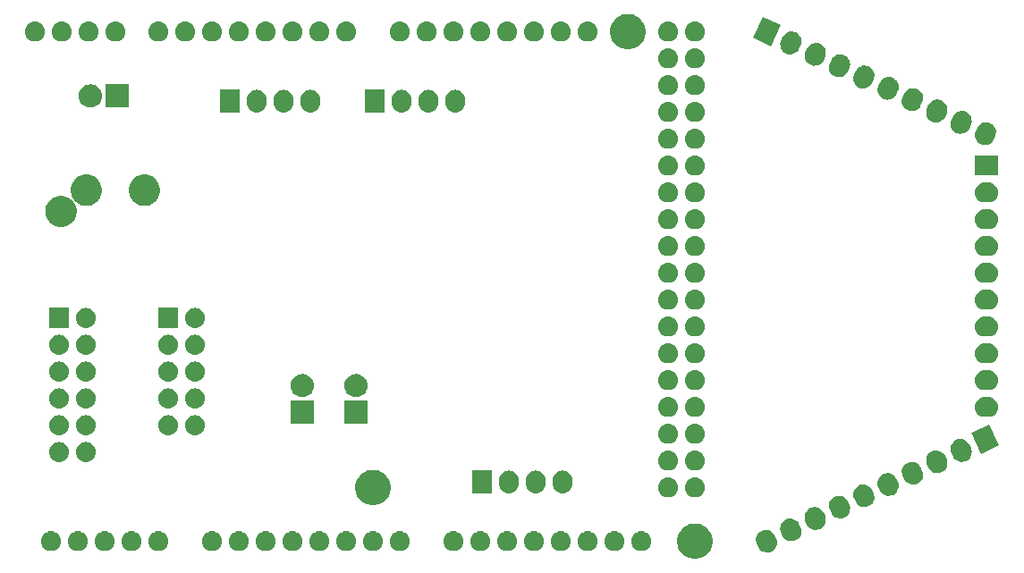
<source format=gbs>
G04 #@! TF.GenerationSoftware,KiCad,Pcbnew,5.0.0-rc2*
G04 #@! TF.CreationDate,2018-11-23T00:10:12-05:00*
G04 #@! TF.ProjectId,ZMHW_Map,5A4D48575F4D61702E6B696361645F70,rev?*
G04 #@! TF.SameCoordinates,Original*
G04 #@! TF.FileFunction,Soldermask,Bot*
G04 #@! TF.FilePolarity,Negative*
%FSLAX46Y46*%
G04 Gerber Fmt 4.6, Leading zero omitted, Abs format (unit mm)*
G04 Created by KiCad (PCBNEW 5.0.0-rc2) date Fri Nov 23 00:10:12 2018*
%MOMM*%
%LPD*%
G01*
G04 APERTURE LIST*
%ADD10C,0.100000*%
G04 APERTURE END LIST*
D10*
G36*
X214177931Y-79155716D02*
X214482976Y-79282070D01*
X214482978Y-79282071D01*
X214757515Y-79465511D01*
X214990989Y-79698985D01*
X215135806Y-79915718D01*
X215174430Y-79973524D01*
X215300784Y-80278569D01*
X215365200Y-80602409D01*
X215365200Y-80932591D01*
X215300784Y-81256431D01*
X215285988Y-81292151D01*
X215174429Y-81561478D01*
X214990989Y-81836015D01*
X214757515Y-82069489D01*
X214482978Y-82252929D01*
X214482977Y-82252930D01*
X214482976Y-82252930D01*
X214177931Y-82379284D01*
X213854091Y-82443700D01*
X213523909Y-82443700D01*
X213200069Y-82379284D01*
X212895024Y-82252930D01*
X212895023Y-82252930D01*
X212895022Y-82252929D01*
X212620485Y-82069489D01*
X212387011Y-81836015D01*
X212203571Y-81561478D01*
X212092012Y-81292151D01*
X212077216Y-81256431D01*
X212012800Y-80932591D01*
X212012800Y-80602409D01*
X212077216Y-80278569D01*
X212203570Y-79973524D01*
X212242195Y-79915718D01*
X212387011Y-79698985D01*
X212620485Y-79465511D01*
X212895022Y-79282071D01*
X212895024Y-79282070D01*
X213200069Y-79155716D01*
X213523909Y-79091300D01*
X213854091Y-79091300D01*
X214177931Y-79155716D01*
X214177931Y-79155716D01*
G37*
G36*
X220551054Y-79700475D02*
X220730377Y-79746435D01*
X220897300Y-79826500D01*
X221045389Y-79937587D01*
X221168961Y-80075431D01*
X221239632Y-80194810D01*
X221407469Y-80554737D01*
X221453495Y-80685615D01*
X221479659Y-80868883D01*
X221469568Y-81053725D01*
X221423606Y-81233058D01*
X221343543Y-81399977D01*
X221317080Y-81435254D01*
X221232457Y-81548064D01*
X221094613Y-81671637D01*
X221094611Y-81671638D01*
X221094609Y-81671640D01*
X220935312Y-81765941D01*
X220935309Y-81765942D01*
X220760669Y-81827357D01*
X220577403Y-81853521D01*
X220577401Y-81853521D01*
X220515787Y-81850157D01*
X220392555Y-81843430D01*
X220213226Y-81797469D01*
X220046310Y-81717407D01*
X220046308Y-81717406D01*
X219898222Y-81606321D01*
X219774647Y-81468475D01*
X219703972Y-81349088D01*
X219536139Y-80989168D01*
X219490113Y-80858290D01*
X219478946Y-80780071D01*
X219463949Y-80675024D01*
X219465645Y-80643956D01*
X219474040Y-80490175D01*
X219520000Y-80310852D01*
X219600065Y-80143929D01*
X219711152Y-79995840D01*
X219848996Y-79872268D01*
X220008296Y-79777964D01*
X220182939Y-79716548D01*
X220366205Y-79690384D01*
X220366207Y-79690384D01*
X220551054Y-79700475D01*
X220551054Y-79700475D01*
G37*
G36*
X193553228Y-79841297D02*
X193553230Y-79841298D01*
X193553233Y-79841298D01*
X193730386Y-79895037D01*
X193809991Y-79937587D01*
X193893653Y-79982305D01*
X194036754Y-80099746D01*
X194154195Y-80242847D01*
X194154196Y-80242849D01*
X194241463Y-80406114D01*
X194295202Y-80583267D01*
X194295202Y-80583270D01*
X194295203Y-80583272D01*
X194313348Y-80767500D01*
X194295203Y-80951728D01*
X194295202Y-80951730D01*
X194295202Y-80951733D01*
X194241463Y-81128886D01*
X194185782Y-81233058D01*
X194154195Y-81292153D01*
X194036754Y-81435254D01*
X193893653Y-81552695D01*
X193893651Y-81552696D01*
X193730386Y-81639963D01*
X193553233Y-81693702D01*
X193553230Y-81693702D01*
X193553228Y-81693703D01*
X193415174Y-81707300D01*
X193322826Y-81707300D01*
X193184772Y-81693703D01*
X193184770Y-81693702D01*
X193184767Y-81693702D01*
X193007614Y-81639963D01*
X192844349Y-81552696D01*
X192844347Y-81552695D01*
X192701246Y-81435254D01*
X192583805Y-81292153D01*
X192552218Y-81233058D01*
X192496537Y-81128886D01*
X192442798Y-80951733D01*
X192442798Y-80951730D01*
X192442797Y-80951728D01*
X192424652Y-80767500D01*
X192442797Y-80583272D01*
X192442798Y-80583270D01*
X192442798Y-80583267D01*
X192496537Y-80406114D01*
X192583804Y-80242849D01*
X192583805Y-80242847D01*
X192701246Y-80099746D01*
X192844347Y-79982305D01*
X192928009Y-79937587D01*
X193007614Y-79895037D01*
X193184767Y-79841298D01*
X193184770Y-79841298D01*
X193184772Y-79841297D01*
X193322826Y-79827700D01*
X193415174Y-79827700D01*
X193553228Y-79841297D01*
X193553228Y-79841297D01*
G37*
G36*
X173233228Y-79841297D02*
X173233230Y-79841298D01*
X173233233Y-79841298D01*
X173410386Y-79895037D01*
X173489991Y-79937587D01*
X173573653Y-79982305D01*
X173716754Y-80099746D01*
X173834195Y-80242847D01*
X173834196Y-80242849D01*
X173921463Y-80406114D01*
X173975202Y-80583267D01*
X173975202Y-80583270D01*
X173975203Y-80583272D01*
X173993348Y-80767500D01*
X173975203Y-80951728D01*
X173975202Y-80951730D01*
X173975202Y-80951733D01*
X173921463Y-81128886D01*
X173865782Y-81233058D01*
X173834195Y-81292153D01*
X173716754Y-81435254D01*
X173573653Y-81552695D01*
X173573651Y-81552696D01*
X173410386Y-81639963D01*
X173233233Y-81693702D01*
X173233230Y-81693702D01*
X173233228Y-81693703D01*
X173095174Y-81707300D01*
X173002826Y-81707300D01*
X172864772Y-81693703D01*
X172864770Y-81693702D01*
X172864767Y-81693702D01*
X172687614Y-81639963D01*
X172524349Y-81552696D01*
X172524347Y-81552695D01*
X172381246Y-81435254D01*
X172263805Y-81292153D01*
X172232218Y-81233058D01*
X172176537Y-81128886D01*
X172122798Y-80951733D01*
X172122798Y-80951730D01*
X172122797Y-80951728D01*
X172104652Y-80767500D01*
X172122797Y-80583272D01*
X172122798Y-80583270D01*
X172122798Y-80583267D01*
X172176537Y-80406114D01*
X172263804Y-80242849D01*
X172263805Y-80242847D01*
X172381246Y-80099746D01*
X172524347Y-79982305D01*
X172608009Y-79937587D01*
X172687614Y-79895037D01*
X172864767Y-79841298D01*
X172864770Y-79841298D01*
X172864772Y-79841297D01*
X173002826Y-79827700D01*
X173095174Y-79827700D01*
X173233228Y-79841297D01*
X173233228Y-79841297D01*
G37*
G36*
X191013228Y-79841297D02*
X191013230Y-79841298D01*
X191013233Y-79841298D01*
X191190386Y-79895037D01*
X191269991Y-79937587D01*
X191353653Y-79982305D01*
X191496754Y-80099746D01*
X191614195Y-80242847D01*
X191614196Y-80242849D01*
X191701463Y-80406114D01*
X191755202Y-80583267D01*
X191755202Y-80583270D01*
X191755203Y-80583272D01*
X191773348Y-80767500D01*
X191755203Y-80951728D01*
X191755202Y-80951730D01*
X191755202Y-80951733D01*
X191701463Y-81128886D01*
X191645782Y-81233058D01*
X191614195Y-81292153D01*
X191496754Y-81435254D01*
X191353653Y-81552695D01*
X191353651Y-81552696D01*
X191190386Y-81639963D01*
X191013233Y-81693702D01*
X191013230Y-81693702D01*
X191013228Y-81693703D01*
X190875174Y-81707300D01*
X190782826Y-81707300D01*
X190644772Y-81693703D01*
X190644770Y-81693702D01*
X190644767Y-81693702D01*
X190467614Y-81639963D01*
X190304349Y-81552696D01*
X190304347Y-81552695D01*
X190161246Y-81435254D01*
X190043805Y-81292153D01*
X190012218Y-81233058D01*
X189956537Y-81128886D01*
X189902798Y-80951733D01*
X189902798Y-80951730D01*
X189902797Y-80951728D01*
X189884652Y-80767500D01*
X189902797Y-80583272D01*
X189902798Y-80583270D01*
X189902798Y-80583267D01*
X189956537Y-80406114D01*
X190043804Y-80242849D01*
X190043805Y-80242847D01*
X190161246Y-80099746D01*
X190304347Y-79982305D01*
X190388009Y-79937587D01*
X190467614Y-79895037D01*
X190644767Y-79841298D01*
X190644770Y-79841298D01*
X190644772Y-79841297D01*
X190782826Y-79827700D01*
X190875174Y-79827700D01*
X191013228Y-79841297D01*
X191013228Y-79841297D01*
G37*
G36*
X196093228Y-79841297D02*
X196093230Y-79841298D01*
X196093233Y-79841298D01*
X196270386Y-79895037D01*
X196349991Y-79937587D01*
X196433653Y-79982305D01*
X196576754Y-80099746D01*
X196694195Y-80242847D01*
X196694196Y-80242849D01*
X196781463Y-80406114D01*
X196835202Y-80583267D01*
X196835202Y-80583270D01*
X196835203Y-80583272D01*
X196853348Y-80767500D01*
X196835203Y-80951728D01*
X196835202Y-80951730D01*
X196835202Y-80951733D01*
X196781463Y-81128886D01*
X196725782Y-81233058D01*
X196694195Y-81292153D01*
X196576754Y-81435254D01*
X196433653Y-81552695D01*
X196433651Y-81552696D01*
X196270386Y-81639963D01*
X196093233Y-81693702D01*
X196093230Y-81693702D01*
X196093228Y-81693703D01*
X195955174Y-81707300D01*
X195862826Y-81707300D01*
X195724772Y-81693703D01*
X195724770Y-81693702D01*
X195724767Y-81693702D01*
X195547614Y-81639963D01*
X195384349Y-81552696D01*
X195384347Y-81552695D01*
X195241246Y-81435254D01*
X195123805Y-81292153D01*
X195092218Y-81233058D01*
X195036537Y-81128886D01*
X194982798Y-80951733D01*
X194982798Y-80951730D01*
X194982797Y-80951728D01*
X194964652Y-80767500D01*
X194982797Y-80583272D01*
X194982798Y-80583270D01*
X194982798Y-80583267D01*
X195036537Y-80406114D01*
X195123804Y-80242849D01*
X195123805Y-80242847D01*
X195241246Y-80099746D01*
X195384347Y-79982305D01*
X195468009Y-79937587D01*
X195547614Y-79895037D01*
X195724767Y-79841298D01*
X195724770Y-79841298D01*
X195724772Y-79841297D01*
X195862826Y-79827700D01*
X195955174Y-79827700D01*
X196093228Y-79841297D01*
X196093228Y-79841297D01*
G37*
G36*
X198633228Y-79841297D02*
X198633230Y-79841298D01*
X198633233Y-79841298D01*
X198810386Y-79895037D01*
X198889991Y-79937587D01*
X198973653Y-79982305D01*
X199116754Y-80099746D01*
X199234195Y-80242847D01*
X199234196Y-80242849D01*
X199321463Y-80406114D01*
X199375202Y-80583267D01*
X199375202Y-80583270D01*
X199375203Y-80583272D01*
X199393348Y-80767500D01*
X199375203Y-80951728D01*
X199375202Y-80951730D01*
X199375202Y-80951733D01*
X199321463Y-81128886D01*
X199265782Y-81233058D01*
X199234195Y-81292153D01*
X199116754Y-81435254D01*
X198973653Y-81552695D01*
X198973651Y-81552696D01*
X198810386Y-81639963D01*
X198633233Y-81693702D01*
X198633230Y-81693702D01*
X198633228Y-81693703D01*
X198495174Y-81707300D01*
X198402826Y-81707300D01*
X198264772Y-81693703D01*
X198264770Y-81693702D01*
X198264767Y-81693702D01*
X198087614Y-81639963D01*
X197924349Y-81552696D01*
X197924347Y-81552695D01*
X197781246Y-81435254D01*
X197663805Y-81292153D01*
X197632218Y-81233058D01*
X197576537Y-81128886D01*
X197522798Y-80951733D01*
X197522798Y-80951730D01*
X197522797Y-80951728D01*
X197504652Y-80767500D01*
X197522797Y-80583272D01*
X197522798Y-80583270D01*
X197522798Y-80583267D01*
X197576537Y-80406114D01*
X197663804Y-80242849D01*
X197663805Y-80242847D01*
X197781246Y-80099746D01*
X197924347Y-79982305D01*
X198008009Y-79937587D01*
X198087614Y-79895037D01*
X198264767Y-79841298D01*
X198264770Y-79841298D01*
X198264772Y-79841297D01*
X198402826Y-79827700D01*
X198495174Y-79827700D01*
X198633228Y-79841297D01*
X198633228Y-79841297D01*
G37*
G36*
X201173228Y-79841297D02*
X201173230Y-79841298D01*
X201173233Y-79841298D01*
X201350386Y-79895037D01*
X201429991Y-79937587D01*
X201513653Y-79982305D01*
X201656754Y-80099746D01*
X201774195Y-80242847D01*
X201774196Y-80242849D01*
X201861463Y-80406114D01*
X201915202Y-80583267D01*
X201915202Y-80583270D01*
X201915203Y-80583272D01*
X201933348Y-80767500D01*
X201915203Y-80951728D01*
X201915202Y-80951730D01*
X201915202Y-80951733D01*
X201861463Y-81128886D01*
X201805782Y-81233058D01*
X201774195Y-81292153D01*
X201656754Y-81435254D01*
X201513653Y-81552695D01*
X201513651Y-81552696D01*
X201350386Y-81639963D01*
X201173233Y-81693702D01*
X201173230Y-81693702D01*
X201173228Y-81693703D01*
X201035174Y-81707300D01*
X200942826Y-81707300D01*
X200804772Y-81693703D01*
X200804770Y-81693702D01*
X200804767Y-81693702D01*
X200627614Y-81639963D01*
X200464349Y-81552696D01*
X200464347Y-81552695D01*
X200321246Y-81435254D01*
X200203805Y-81292153D01*
X200172218Y-81233058D01*
X200116537Y-81128886D01*
X200062798Y-80951733D01*
X200062798Y-80951730D01*
X200062797Y-80951728D01*
X200044652Y-80767500D01*
X200062797Y-80583272D01*
X200062798Y-80583270D01*
X200062798Y-80583267D01*
X200116537Y-80406114D01*
X200203804Y-80242849D01*
X200203805Y-80242847D01*
X200321246Y-80099746D01*
X200464347Y-79982305D01*
X200548009Y-79937587D01*
X200627614Y-79895037D01*
X200804767Y-79841298D01*
X200804770Y-79841298D01*
X200804772Y-79841297D01*
X200942826Y-79827700D01*
X201035174Y-79827700D01*
X201173228Y-79841297D01*
X201173228Y-79841297D01*
G37*
G36*
X203713228Y-79841297D02*
X203713230Y-79841298D01*
X203713233Y-79841298D01*
X203890386Y-79895037D01*
X203969991Y-79937587D01*
X204053653Y-79982305D01*
X204196754Y-80099746D01*
X204314195Y-80242847D01*
X204314196Y-80242849D01*
X204401463Y-80406114D01*
X204455202Y-80583267D01*
X204455202Y-80583270D01*
X204455203Y-80583272D01*
X204473348Y-80767500D01*
X204455203Y-80951728D01*
X204455202Y-80951730D01*
X204455202Y-80951733D01*
X204401463Y-81128886D01*
X204345782Y-81233058D01*
X204314195Y-81292153D01*
X204196754Y-81435254D01*
X204053653Y-81552695D01*
X204053651Y-81552696D01*
X203890386Y-81639963D01*
X203713233Y-81693702D01*
X203713230Y-81693702D01*
X203713228Y-81693703D01*
X203575174Y-81707300D01*
X203482826Y-81707300D01*
X203344772Y-81693703D01*
X203344770Y-81693702D01*
X203344767Y-81693702D01*
X203167614Y-81639963D01*
X203004349Y-81552696D01*
X203004347Y-81552695D01*
X202861246Y-81435254D01*
X202743805Y-81292153D01*
X202712218Y-81233058D01*
X202656537Y-81128886D01*
X202602798Y-80951733D01*
X202602798Y-80951730D01*
X202602797Y-80951728D01*
X202584652Y-80767500D01*
X202602797Y-80583272D01*
X202602798Y-80583270D01*
X202602798Y-80583267D01*
X202656537Y-80406114D01*
X202743804Y-80242849D01*
X202743805Y-80242847D01*
X202861246Y-80099746D01*
X203004347Y-79982305D01*
X203088009Y-79937587D01*
X203167614Y-79895037D01*
X203344767Y-79841298D01*
X203344770Y-79841298D01*
X203344772Y-79841297D01*
X203482826Y-79827700D01*
X203575174Y-79827700D01*
X203713228Y-79841297D01*
X203713228Y-79841297D01*
G37*
G36*
X206253228Y-79841297D02*
X206253230Y-79841298D01*
X206253233Y-79841298D01*
X206430386Y-79895037D01*
X206509991Y-79937587D01*
X206593653Y-79982305D01*
X206736754Y-80099746D01*
X206854195Y-80242847D01*
X206854196Y-80242849D01*
X206941463Y-80406114D01*
X206995202Y-80583267D01*
X206995202Y-80583270D01*
X206995203Y-80583272D01*
X207013348Y-80767500D01*
X206995203Y-80951728D01*
X206995202Y-80951730D01*
X206995202Y-80951733D01*
X206941463Y-81128886D01*
X206885782Y-81233058D01*
X206854195Y-81292153D01*
X206736754Y-81435254D01*
X206593653Y-81552695D01*
X206593651Y-81552696D01*
X206430386Y-81639963D01*
X206253233Y-81693702D01*
X206253230Y-81693702D01*
X206253228Y-81693703D01*
X206115174Y-81707300D01*
X206022826Y-81707300D01*
X205884772Y-81693703D01*
X205884770Y-81693702D01*
X205884767Y-81693702D01*
X205707614Y-81639963D01*
X205544349Y-81552696D01*
X205544347Y-81552695D01*
X205401246Y-81435254D01*
X205283805Y-81292153D01*
X205252218Y-81233058D01*
X205196537Y-81128886D01*
X205142798Y-80951733D01*
X205142798Y-80951730D01*
X205142797Y-80951728D01*
X205124652Y-80767500D01*
X205142797Y-80583272D01*
X205142798Y-80583270D01*
X205142798Y-80583267D01*
X205196537Y-80406114D01*
X205283804Y-80242849D01*
X205283805Y-80242847D01*
X205401246Y-80099746D01*
X205544347Y-79982305D01*
X205628009Y-79937587D01*
X205707614Y-79895037D01*
X205884767Y-79841298D01*
X205884770Y-79841298D01*
X205884772Y-79841297D01*
X206022826Y-79827700D01*
X206115174Y-79827700D01*
X206253228Y-79841297D01*
X206253228Y-79841297D01*
G37*
G36*
X208793228Y-79841297D02*
X208793230Y-79841298D01*
X208793233Y-79841298D01*
X208970386Y-79895037D01*
X209049991Y-79937587D01*
X209133653Y-79982305D01*
X209276754Y-80099746D01*
X209394195Y-80242847D01*
X209394196Y-80242849D01*
X209481463Y-80406114D01*
X209535202Y-80583267D01*
X209535202Y-80583270D01*
X209535203Y-80583272D01*
X209553348Y-80767500D01*
X209535203Y-80951728D01*
X209535202Y-80951730D01*
X209535202Y-80951733D01*
X209481463Y-81128886D01*
X209425782Y-81233058D01*
X209394195Y-81292153D01*
X209276754Y-81435254D01*
X209133653Y-81552695D01*
X209133651Y-81552696D01*
X208970386Y-81639963D01*
X208793233Y-81693702D01*
X208793230Y-81693702D01*
X208793228Y-81693703D01*
X208655174Y-81707300D01*
X208562826Y-81707300D01*
X208424772Y-81693703D01*
X208424770Y-81693702D01*
X208424767Y-81693702D01*
X208247614Y-81639963D01*
X208084349Y-81552696D01*
X208084347Y-81552695D01*
X207941246Y-81435254D01*
X207823805Y-81292153D01*
X207792218Y-81233058D01*
X207736537Y-81128886D01*
X207682798Y-80951733D01*
X207682798Y-80951730D01*
X207682797Y-80951728D01*
X207664652Y-80767500D01*
X207682797Y-80583272D01*
X207682798Y-80583270D01*
X207682798Y-80583267D01*
X207736537Y-80406114D01*
X207823804Y-80242849D01*
X207823805Y-80242847D01*
X207941246Y-80099746D01*
X208084347Y-79982305D01*
X208168009Y-79937587D01*
X208247614Y-79895037D01*
X208424767Y-79841298D01*
X208424770Y-79841298D01*
X208424772Y-79841297D01*
X208562826Y-79827700D01*
X208655174Y-79827700D01*
X208793228Y-79841297D01*
X208793228Y-79841297D01*
G37*
G36*
X175773228Y-79841297D02*
X175773230Y-79841298D01*
X175773233Y-79841298D01*
X175950386Y-79895037D01*
X176029991Y-79937587D01*
X176113653Y-79982305D01*
X176256754Y-80099746D01*
X176374195Y-80242847D01*
X176374196Y-80242849D01*
X176461463Y-80406114D01*
X176515202Y-80583267D01*
X176515202Y-80583270D01*
X176515203Y-80583272D01*
X176533348Y-80767500D01*
X176515203Y-80951728D01*
X176515202Y-80951730D01*
X176515202Y-80951733D01*
X176461463Y-81128886D01*
X176405782Y-81233058D01*
X176374195Y-81292153D01*
X176256754Y-81435254D01*
X176113653Y-81552695D01*
X176113651Y-81552696D01*
X175950386Y-81639963D01*
X175773233Y-81693702D01*
X175773230Y-81693702D01*
X175773228Y-81693703D01*
X175635174Y-81707300D01*
X175542826Y-81707300D01*
X175404772Y-81693703D01*
X175404770Y-81693702D01*
X175404767Y-81693702D01*
X175227614Y-81639963D01*
X175064349Y-81552696D01*
X175064347Y-81552695D01*
X174921246Y-81435254D01*
X174803805Y-81292153D01*
X174772218Y-81233058D01*
X174716537Y-81128886D01*
X174662798Y-80951733D01*
X174662798Y-80951730D01*
X174662797Y-80951728D01*
X174644652Y-80767500D01*
X174662797Y-80583272D01*
X174662798Y-80583270D01*
X174662798Y-80583267D01*
X174716537Y-80406114D01*
X174803804Y-80242849D01*
X174803805Y-80242847D01*
X174921246Y-80099746D01*
X175064347Y-79982305D01*
X175148009Y-79937587D01*
X175227614Y-79895037D01*
X175404767Y-79841298D01*
X175404770Y-79841298D01*
X175404772Y-79841297D01*
X175542826Y-79827700D01*
X175635174Y-79827700D01*
X175773228Y-79841297D01*
X175773228Y-79841297D01*
G37*
G36*
X185933228Y-79841297D02*
X185933230Y-79841298D01*
X185933233Y-79841298D01*
X186110386Y-79895037D01*
X186189991Y-79937587D01*
X186273653Y-79982305D01*
X186416754Y-80099746D01*
X186534195Y-80242847D01*
X186534196Y-80242849D01*
X186621463Y-80406114D01*
X186675202Y-80583267D01*
X186675202Y-80583270D01*
X186675203Y-80583272D01*
X186693348Y-80767500D01*
X186675203Y-80951728D01*
X186675202Y-80951730D01*
X186675202Y-80951733D01*
X186621463Y-81128886D01*
X186565782Y-81233058D01*
X186534195Y-81292153D01*
X186416754Y-81435254D01*
X186273653Y-81552695D01*
X186273651Y-81552696D01*
X186110386Y-81639963D01*
X185933233Y-81693702D01*
X185933230Y-81693702D01*
X185933228Y-81693703D01*
X185795174Y-81707300D01*
X185702826Y-81707300D01*
X185564772Y-81693703D01*
X185564770Y-81693702D01*
X185564767Y-81693702D01*
X185387614Y-81639963D01*
X185224349Y-81552696D01*
X185224347Y-81552695D01*
X185081246Y-81435254D01*
X184963805Y-81292153D01*
X184932218Y-81233058D01*
X184876537Y-81128886D01*
X184822798Y-80951733D01*
X184822798Y-80951730D01*
X184822797Y-80951728D01*
X184804652Y-80767500D01*
X184822797Y-80583272D01*
X184822798Y-80583270D01*
X184822798Y-80583267D01*
X184876537Y-80406114D01*
X184963804Y-80242849D01*
X184963805Y-80242847D01*
X185081246Y-80099746D01*
X185224347Y-79982305D01*
X185308009Y-79937587D01*
X185387614Y-79895037D01*
X185564767Y-79841298D01*
X185564770Y-79841298D01*
X185564772Y-79841297D01*
X185702826Y-79827700D01*
X185795174Y-79827700D01*
X185933228Y-79841297D01*
X185933228Y-79841297D01*
G37*
G36*
X183393228Y-79841297D02*
X183393230Y-79841298D01*
X183393233Y-79841298D01*
X183570386Y-79895037D01*
X183649991Y-79937587D01*
X183733653Y-79982305D01*
X183876754Y-80099746D01*
X183994195Y-80242847D01*
X183994196Y-80242849D01*
X184081463Y-80406114D01*
X184135202Y-80583267D01*
X184135202Y-80583270D01*
X184135203Y-80583272D01*
X184153348Y-80767500D01*
X184135203Y-80951728D01*
X184135202Y-80951730D01*
X184135202Y-80951733D01*
X184081463Y-81128886D01*
X184025782Y-81233058D01*
X183994195Y-81292153D01*
X183876754Y-81435254D01*
X183733653Y-81552695D01*
X183733651Y-81552696D01*
X183570386Y-81639963D01*
X183393233Y-81693702D01*
X183393230Y-81693702D01*
X183393228Y-81693703D01*
X183255174Y-81707300D01*
X183162826Y-81707300D01*
X183024772Y-81693703D01*
X183024770Y-81693702D01*
X183024767Y-81693702D01*
X182847614Y-81639963D01*
X182684349Y-81552696D01*
X182684347Y-81552695D01*
X182541246Y-81435254D01*
X182423805Y-81292153D01*
X182392218Y-81233058D01*
X182336537Y-81128886D01*
X182282798Y-80951733D01*
X182282798Y-80951730D01*
X182282797Y-80951728D01*
X182264652Y-80767500D01*
X182282797Y-80583272D01*
X182282798Y-80583270D01*
X182282798Y-80583267D01*
X182336537Y-80406114D01*
X182423804Y-80242849D01*
X182423805Y-80242847D01*
X182541246Y-80099746D01*
X182684347Y-79982305D01*
X182768009Y-79937587D01*
X182847614Y-79895037D01*
X183024767Y-79841298D01*
X183024770Y-79841298D01*
X183024772Y-79841297D01*
X183162826Y-79827700D01*
X183255174Y-79827700D01*
X183393228Y-79841297D01*
X183393228Y-79841297D01*
G37*
G36*
X178313228Y-79841297D02*
X178313230Y-79841298D01*
X178313233Y-79841298D01*
X178490386Y-79895037D01*
X178569991Y-79937587D01*
X178653653Y-79982305D01*
X178796754Y-80099746D01*
X178914195Y-80242847D01*
X178914196Y-80242849D01*
X179001463Y-80406114D01*
X179055202Y-80583267D01*
X179055202Y-80583270D01*
X179055203Y-80583272D01*
X179073348Y-80767500D01*
X179055203Y-80951728D01*
X179055202Y-80951730D01*
X179055202Y-80951733D01*
X179001463Y-81128886D01*
X178945782Y-81233058D01*
X178914195Y-81292153D01*
X178796754Y-81435254D01*
X178653653Y-81552695D01*
X178653651Y-81552696D01*
X178490386Y-81639963D01*
X178313233Y-81693702D01*
X178313230Y-81693702D01*
X178313228Y-81693703D01*
X178175174Y-81707300D01*
X178082826Y-81707300D01*
X177944772Y-81693703D01*
X177944770Y-81693702D01*
X177944767Y-81693702D01*
X177767614Y-81639963D01*
X177604349Y-81552696D01*
X177604347Y-81552695D01*
X177461246Y-81435254D01*
X177343805Y-81292153D01*
X177312218Y-81233058D01*
X177256537Y-81128886D01*
X177202798Y-80951733D01*
X177202798Y-80951730D01*
X177202797Y-80951728D01*
X177184652Y-80767500D01*
X177202797Y-80583272D01*
X177202798Y-80583270D01*
X177202798Y-80583267D01*
X177256537Y-80406114D01*
X177343804Y-80242849D01*
X177343805Y-80242847D01*
X177461246Y-80099746D01*
X177604347Y-79982305D01*
X177688009Y-79937587D01*
X177767614Y-79895037D01*
X177944767Y-79841298D01*
X177944770Y-79841298D01*
X177944772Y-79841297D01*
X178082826Y-79827700D01*
X178175174Y-79827700D01*
X178313228Y-79841297D01*
X178313228Y-79841297D01*
G37*
G36*
X168153228Y-79841297D02*
X168153230Y-79841298D01*
X168153233Y-79841298D01*
X168330386Y-79895037D01*
X168409991Y-79937587D01*
X168493653Y-79982305D01*
X168636754Y-80099746D01*
X168754195Y-80242847D01*
X168754196Y-80242849D01*
X168841463Y-80406114D01*
X168895202Y-80583267D01*
X168895202Y-80583270D01*
X168895203Y-80583272D01*
X168913348Y-80767500D01*
X168895203Y-80951728D01*
X168895202Y-80951730D01*
X168895202Y-80951733D01*
X168841463Y-81128886D01*
X168785782Y-81233058D01*
X168754195Y-81292153D01*
X168636754Y-81435254D01*
X168493653Y-81552695D01*
X168493651Y-81552696D01*
X168330386Y-81639963D01*
X168153233Y-81693702D01*
X168153230Y-81693702D01*
X168153228Y-81693703D01*
X168015174Y-81707300D01*
X167922826Y-81707300D01*
X167784772Y-81693703D01*
X167784770Y-81693702D01*
X167784767Y-81693702D01*
X167607614Y-81639963D01*
X167444349Y-81552696D01*
X167444347Y-81552695D01*
X167301246Y-81435254D01*
X167183805Y-81292153D01*
X167152218Y-81233058D01*
X167096537Y-81128886D01*
X167042798Y-80951733D01*
X167042798Y-80951730D01*
X167042797Y-80951728D01*
X167024652Y-80767500D01*
X167042797Y-80583272D01*
X167042798Y-80583270D01*
X167042798Y-80583267D01*
X167096537Y-80406114D01*
X167183804Y-80242849D01*
X167183805Y-80242847D01*
X167301246Y-80099746D01*
X167444347Y-79982305D01*
X167528009Y-79937587D01*
X167607614Y-79895037D01*
X167784767Y-79841298D01*
X167784770Y-79841298D01*
X167784772Y-79841297D01*
X167922826Y-79827700D01*
X168015174Y-79827700D01*
X168153228Y-79841297D01*
X168153228Y-79841297D01*
G37*
G36*
X163073228Y-79841297D02*
X163073230Y-79841298D01*
X163073233Y-79841298D01*
X163250386Y-79895037D01*
X163329991Y-79937587D01*
X163413653Y-79982305D01*
X163556754Y-80099746D01*
X163674195Y-80242847D01*
X163674196Y-80242849D01*
X163761463Y-80406114D01*
X163815202Y-80583267D01*
X163815202Y-80583270D01*
X163815203Y-80583272D01*
X163833348Y-80767500D01*
X163815203Y-80951728D01*
X163815202Y-80951730D01*
X163815202Y-80951733D01*
X163761463Y-81128886D01*
X163705782Y-81233058D01*
X163674195Y-81292153D01*
X163556754Y-81435254D01*
X163413653Y-81552695D01*
X163413651Y-81552696D01*
X163250386Y-81639963D01*
X163073233Y-81693702D01*
X163073230Y-81693702D01*
X163073228Y-81693703D01*
X162935174Y-81707300D01*
X162842826Y-81707300D01*
X162704772Y-81693703D01*
X162704770Y-81693702D01*
X162704767Y-81693702D01*
X162527614Y-81639963D01*
X162364349Y-81552696D01*
X162364347Y-81552695D01*
X162221246Y-81435254D01*
X162103805Y-81292153D01*
X162072218Y-81233058D01*
X162016537Y-81128886D01*
X161962798Y-80951733D01*
X161962798Y-80951730D01*
X161962797Y-80951728D01*
X161944652Y-80767500D01*
X161962797Y-80583272D01*
X161962798Y-80583270D01*
X161962798Y-80583267D01*
X162016537Y-80406114D01*
X162103804Y-80242849D01*
X162103805Y-80242847D01*
X162221246Y-80099746D01*
X162364347Y-79982305D01*
X162448009Y-79937587D01*
X162527614Y-79895037D01*
X162704767Y-79841298D01*
X162704770Y-79841298D01*
X162704772Y-79841297D01*
X162842826Y-79827700D01*
X162935174Y-79827700D01*
X163073228Y-79841297D01*
X163073228Y-79841297D01*
G37*
G36*
X160533228Y-79841297D02*
X160533230Y-79841298D01*
X160533233Y-79841298D01*
X160710386Y-79895037D01*
X160789991Y-79937587D01*
X160873653Y-79982305D01*
X161016754Y-80099746D01*
X161134195Y-80242847D01*
X161134196Y-80242849D01*
X161221463Y-80406114D01*
X161275202Y-80583267D01*
X161275202Y-80583270D01*
X161275203Y-80583272D01*
X161293348Y-80767500D01*
X161275203Y-80951728D01*
X161275202Y-80951730D01*
X161275202Y-80951733D01*
X161221463Y-81128886D01*
X161165782Y-81233058D01*
X161134195Y-81292153D01*
X161016754Y-81435254D01*
X160873653Y-81552695D01*
X160873651Y-81552696D01*
X160710386Y-81639963D01*
X160533233Y-81693702D01*
X160533230Y-81693702D01*
X160533228Y-81693703D01*
X160395174Y-81707300D01*
X160302826Y-81707300D01*
X160164772Y-81693703D01*
X160164770Y-81693702D01*
X160164767Y-81693702D01*
X159987614Y-81639963D01*
X159824349Y-81552696D01*
X159824347Y-81552695D01*
X159681246Y-81435254D01*
X159563805Y-81292153D01*
X159532218Y-81233058D01*
X159476537Y-81128886D01*
X159422798Y-80951733D01*
X159422798Y-80951730D01*
X159422797Y-80951728D01*
X159404652Y-80767500D01*
X159422797Y-80583272D01*
X159422798Y-80583270D01*
X159422798Y-80583267D01*
X159476537Y-80406114D01*
X159563804Y-80242849D01*
X159563805Y-80242847D01*
X159681246Y-80099746D01*
X159824347Y-79982305D01*
X159908009Y-79937587D01*
X159987614Y-79895037D01*
X160164767Y-79841298D01*
X160164770Y-79841298D01*
X160164772Y-79841297D01*
X160302826Y-79827700D01*
X160395174Y-79827700D01*
X160533228Y-79841297D01*
X160533228Y-79841297D01*
G37*
G36*
X157993228Y-79841297D02*
X157993230Y-79841298D01*
X157993233Y-79841298D01*
X158170386Y-79895037D01*
X158249991Y-79937587D01*
X158333653Y-79982305D01*
X158476754Y-80099746D01*
X158594195Y-80242847D01*
X158594196Y-80242849D01*
X158681463Y-80406114D01*
X158735202Y-80583267D01*
X158735202Y-80583270D01*
X158735203Y-80583272D01*
X158753348Y-80767500D01*
X158735203Y-80951728D01*
X158735202Y-80951730D01*
X158735202Y-80951733D01*
X158681463Y-81128886D01*
X158625782Y-81233058D01*
X158594195Y-81292153D01*
X158476754Y-81435254D01*
X158333653Y-81552695D01*
X158333651Y-81552696D01*
X158170386Y-81639963D01*
X157993233Y-81693702D01*
X157993230Y-81693702D01*
X157993228Y-81693703D01*
X157855174Y-81707300D01*
X157762826Y-81707300D01*
X157624772Y-81693703D01*
X157624770Y-81693702D01*
X157624767Y-81693702D01*
X157447614Y-81639963D01*
X157284349Y-81552696D01*
X157284347Y-81552695D01*
X157141246Y-81435254D01*
X157023805Y-81292153D01*
X156992218Y-81233058D01*
X156936537Y-81128886D01*
X156882798Y-80951733D01*
X156882798Y-80951730D01*
X156882797Y-80951728D01*
X156864652Y-80767500D01*
X156882797Y-80583272D01*
X156882798Y-80583270D01*
X156882798Y-80583267D01*
X156936537Y-80406114D01*
X157023804Y-80242849D01*
X157023805Y-80242847D01*
X157141246Y-80099746D01*
X157284347Y-79982305D01*
X157368009Y-79937587D01*
X157447614Y-79895037D01*
X157624767Y-79841298D01*
X157624770Y-79841298D01*
X157624772Y-79841297D01*
X157762826Y-79827700D01*
X157855174Y-79827700D01*
X157993228Y-79841297D01*
X157993228Y-79841297D01*
G37*
G36*
X170693228Y-79841297D02*
X170693230Y-79841298D01*
X170693233Y-79841298D01*
X170870386Y-79895037D01*
X170949991Y-79937587D01*
X171033653Y-79982305D01*
X171176754Y-80099746D01*
X171294195Y-80242847D01*
X171294196Y-80242849D01*
X171381463Y-80406114D01*
X171435202Y-80583267D01*
X171435202Y-80583270D01*
X171435203Y-80583272D01*
X171453348Y-80767500D01*
X171435203Y-80951728D01*
X171435202Y-80951730D01*
X171435202Y-80951733D01*
X171381463Y-81128886D01*
X171325782Y-81233058D01*
X171294195Y-81292153D01*
X171176754Y-81435254D01*
X171033653Y-81552695D01*
X171033651Y-81552696D01*
X170870386Y-81639963D01*
X170693233Y-81693702D01*
X170693230Y-81693702D01*
X170693228Y-81693703D01*
X170555174Y-81707300D01*
X170462826Y-81707300D01*
X170324772Y-81693703D01*
X170324770Y-81693702D01*
X170324767Y-81693702D01*
X170147614Y-81639963D01*
X169984349Y-81552696D01*
X169984347Y-81552695D01*
X169841246Y-81435254D01*
X169723805Y-81292153D01*
X169692218Y-81233058D01*
X169636537Y-81128886D01*
X169582798Y-80951733D01*
X169582798Y-80951730D01*
X169582797Y-80951728D01*
X169564652Y-80767500D01*
X169582797Y-80583272D01*
X169582798Y-80583270D01*
X169582798Y-80583267D01*
X169636537Y-80406114D01*
X169723804Y-80242849D01*
X169723805Y-80242847D01*
X169841246Y-80099746D01*
X169984347Y-79982305D01*
X170068009Y-79937587D01*
X170147614Y-79895037D01*
X170324767Y-79841298D01*
X170324770Y-79841298D01*
X170324772Y-79841297D01*
X170462826Y-79827700D01*
X170555174Y-79827700D01*
X170693228Y-79841297D01*
X170693228Y-79841297D01*
G37*
G36*
X152913228Y-79841297D02*
X152913230Y-79841298D01*
X152913233Y-79841298D01*
X153090386Y-79895037D01*
X153169991Y-79937587D01*
X153253653Y-79982305D01*
X153396754Y-80099746D01*
X153514195Y-80242847D01*
X153514196Y-80242849D01*
X153601463Y-80406114D01*
X153655202Y-80583267D01*
X153655202Y-80583270D01*
X153655203Y-80583272D01*
X153673348Y-80767500D01*
X153655203Y-80951728D01*
X153655202Y-80951730D01*
X153655202Y-80951733D01*
X153601463Y-81128886D01*
X153545782Y-81233058D01*
X153514195Y-81292153D01*
X153396754Y-81435254D01*
X153253653Y-81552695D01*
X153253651Y-81552696D01*
X153090386Y-81639963D01*
X152913233Y-81693702D01*
X152913230Y-81693702D01*
X152913228Y-81693703D01*
X152775174Y-81707300D01*
X152682826Y-81707300D01*
X152544772Y-81693703D01*
X152544770Y-81693702D01*
X152544767Y-81693702D01*
X152367614Y-81639963D01*
X152204349Y-81552696D01*
X152204347Y-81552695D01*
X152061246Y-81435254D01*
X151943805Y-81292153D01*
X151912218Y-81233058D01*
X151856537Y-81128886D01*
X151802798Y-80951733D01*
X151802798Y-80951730D01*
X151802797Y-80951728D01*
X151784652Y-80767500D01*
X151802797Y-80583272D01*
X151802798Y-80583270D01*
X151802798Y-80583267D01*
X151856537Y-80406114D01*
X151943804Y-80242849D01*
X151943805Y-80242847D01*
X152061246Y-80099746D01*
X152204347Y-79982305D01*
X152288009Y-79937587D01*
X152367614Y-79895037D01*
X152544767Y-79841298D01*
X152544770Y-79841298D01*
X152544772Y-79841297D01*
X152682826Y-79827700D01*
X152775174Y-79827700D01*
X152913228Y-79841297D01*
X152913228Y-79841297D01*
G37*
G36*
X155453228Y-79841297D02*
X155453230Y-79841298D01*
X155453233Y-79841298D01*
X155630386Y-79895037D01*
X155709991Y-79937587D01*
X155793653Y-79982305D01*
X155936754Y-80099746D01*
X156054195Y-80242847D01*
X156054196Y-80242849D01*
X156141463Y-80406114D01*
X156195202Y-80583267D01*
X156195202Y-80583270D01*
X156195203Y-80583272D01*
X156213348Y-80767500D01*
X156195203Y-80951728D01*
X156195202Y-80951730D01*
X156195202Y-80951733D01*
X156141463Y-81128886D01*
X156085782Y-81233058D01*
X156054195Y-81292153D01*
X155936754Y-81435254D01*
X155793653Y-81552695D01*
X155793651Y-81552696D01*
X155630386Y-81639963D01*
X155453233Y-81693702D01*
X155453230Y-81693702D01*
X155453228Y-81693703D01*
X155315174Y-81707300D01*
X155222826Y-81707300D01*
X155084772Y-81693703D01*
X155084770Y-81693702D01*
X155084767Y-81693702D01*
X154907614Y-81639963D01*
X154744349Y-81552696D01*
X154744347Y-81552695D01*
X154601246Y-81435254D01*
X154483805Y-81292153D01*
X154452218Y-81233058D01*
X154396537Y-81128886D01*
X154342798Y-80951733D01*
X154342798Y-80951730D01*
X154342797Y-80951728D01*
X154324652Y-80767500D01*
X154342797Y-80583272D01*
X154342798Y-80583270D01*
X154342798Y-80583267D01*
X154396537Y-80406114D01*
X154483804Y-80242849D01*
X154483805Y-80242847D01*
X154601246Y-80099746D01*
X154744347Y-79982305D01*
X154828009Y-79937587D01*
X154907614Y-79895037D01*
X155084767Y-79841298D01*
X155084770Y-79841298D01*
X155084772Y-79841297D01*
X155222826Y-79827700D01*
X155315174Y-79827700D01*
X155453228Y-79841297D01*
X155453228Y-79841297D01*
G37*
G36*
X180853228Y-79841297D02*
X180853230Y-79841298D01*
X180853233Y-79841298D01*
X181030386Y-79895037D01*
X181109991Y-79937587D01*
X181193653Y-79982305D01*
X181336754Y-80099746D01*
X181454195Y-80242847D01*
X181454196Y-80242849D01*
X181541463Y-80406114D01*
X181595202Y-80583267D01*
X181595202Y-80583270D01*
X181595203Y-80583272D01*
X181613348Y-80767500D01*
X181595203Y-80951728D01*
X181595202Y-80951730D01*
X181595202Y-80951733D01*
X181541463Y-81128886D01*
X181485782Y-81233058D01*
X181454195Y-81292153D01*
X181336754Y-81435254D01*
X181193653Y-81552695D01*
X181193651Y-81552696D01*
X181030386Y-81639963D01*
X180853233Y-81693702D01*
X180853230Y-81693702D01*
X180853228Y-81693703D01*
X180715174Y-81707300D01*
X180622826Y-81707300D01*
X180484772Y-81693703D01*
X180484770Y-81693702D01*
X180484767Y-81693702D01*
X180307614Y-81639963D01*
X180144349Y-81552696D01*
X180144347Y-81552695D01*
X180001246Y-81435254D01*
X179883805Y-81292153D01*
X179852218Y-81233058D01*
X179796537Y-81128886D01*
X179742798Y-80951733D01*
X179742798Y-80951730D01*
X179742797Y-80951728D01*
X179724652Y-80767500D01*
X179742797Y-80583272D01*
X179742798Y-80583270D01*
X179742798Y-80583267D01*
X179796537Y-80406114D01*
X179883804Y-80242849D01*
X179883805Y-80242847D01*
X180001246Y-80099746D01*
X180144347Y-79982305D01*
X180228009Y-79937587D01*
X180307614Y-79895037D01*
X180484767Y-79841298D01*
X180484770Y-79841298D01*
X180484772Y-79841297D01*
X180622826Y-79827700D01*
X180715174Y-79827700D01*
X180853228Y-79841297D01*
X180853228Y-79841297D01*
G37*
G36*
X222853076Y-78627025D02*
X223032399Y-78672985D01*
X223199322Y-78753050D01*
X223347411Y-78864137D01*
X223470983Y-79001981D01*
X223541654Y-79121360D01*
X223709491Y-79481287D01*
X223755517Y-79612165D01*
X223781681Y-79795433D01*
X223771590Y-79980275D01*
X223725628Y-80159608D01*
X223645565Y-80326527D01*
X223594182Y-80395025D01*
X223534479Y-80474614D01*
X223396635Y-80598187D01*
X223396633Y-80598188D01*
X223396631Y-80598190D01*
X223237334Y-80692491D01*
X223237331Y-80692492D01*
X223062691Y-80753907D01*
X222879425Y-80780071D01*
X222879423Y-80780071D01*
X222817809Y-80776707D01*
X222694577Y-80769980D01*
X222515248Y-80724019D01*
X222348332Y-80643957D01*
X222348330Y-80643956D01*
X222200244Y-80532871D01*
X222076669Y-80395025D01*
X222005994Y-80275638D01*
X221838161Y-79915718D01*
X221792135Y-79784840D01*
X221779878Y-79698984D01*
X221765971Y-79601574D01*
X221767667Y-79570506D01*
X221776062Y-79416725D01*
X221822022Y-79237402D01*
X221902087Y-79070479D01*
X222013174Y-78922390D01*
X222151018Y-78798818D01*
X222310318Y-78704514D01*
X222484961Y-78643098D01*
X222668227Y-78616934D01*
X222668229Y-78616934D01*
X222853076Y-78627025D01*
X222853076Y-78627025D01*
G37*
G36*
X225155098Y-77553575D02*
X225334421Y-77599535D01*
X225501344Y-77679600D01*
X225649433Y-77790687D01*
X225773005Y-77928531D01*
X225843676Y-78047910D01*
X226011513Y-78407837D01*
X226057539Y-78538715D01*
X226083703Y-78721983D01*
X226073612Y-78906825D01*
X226027650Y-79086158D01*
X225947587Y-79253077D01*
X225925838Y-79282070D01*
X225836501Y-79401164D01*
X225698657Y-79524737D01*
X225698655Y-79524738D01*
X225698653Y-79524740D01*
X225539356Y-79619041D01*
X225539353Y-79619042D01*
X225364713Y-79680457D01*
X225181447Y-79706621D01*
X225181445Y-79706621D01*
X225119831Y-79703257D01*
X224996599Y-79696530D01*
X224817270Y-79650569D01*
X224650354Y-79570507D01*
X224650352Y-79570506D01*
X224502266Y-79459421D01*
X224378691Y-79321575D01*
X224308016Y-79202188D01*
X224140183Y-78842268D01*
X224094157Y-78711390D01*
X224067993Y-78528122D01*
X224078084Y-78343275D01*
X224124044Y-78163952D01*
X224204109Y-77997029D01*
X224315196Y-77848940D01*
X224453040Y-77725368D01*
X224612340Y-77631064D01*
X224786983Y-77569648D01*
X224970249Y-77543484D01*
X224970251Y-77543484D01*
X225155098Y-77553575D01*
X225155098Y-77553575D01*
G37*
G36*
X227457119Y-76480124D02*
X227636442Y-76526084D01*
X227803365Y-76606149D01*
X227951454Y-76717236D01*
X228075026Y-76855080D01*
X228145697Y-76974459D01*
X228313534Y-77334386D01*
X228359560Y-77465264D01*
X228385724Y-77648532D01*
X228375633Y-77833374D01*
X228375632Y-77833378D01*
X228375632Y-77833379D01*
X228351245Y-77928530D01*
X228329671Y-78012707D01*
X228249608Y-78179626D01*
X228198225Y-78248124D01*
X228138522Y-78327713D01*
X228000678Y-78451286D01*
X228000676Y-78451287D01*
X228000674Y-78451289D01*
X227841377Y-78545590D01*
X227841374Y-78545591D01*
X227666734Y-78607006D01*
X227483468Y-78633170D01*
X227483466Y-78633170D01*
X227421852Y-78629806D01*
X227298620Y-78623079D01*
X227119291Y-78577118D01*
X226952375Y-78497056D01*
X226952373Y-78497055D01*
X226804287Y-78385970D01*
X226680712Y-78248124D01*
X226610037Y-78128737D01*
X226442204Y-77768817D01*
X226396178Y-77637939D01*
X226370014Y-77454673D01*
X226371710Y-77423605D01*
X226380105Y-77269824D01*
X226426065Y-77090501D01*
X226506130Y-76923578D01*
X226617217Y-76775489D01*
X226755061Y-76651917D01*
X226914361Y-76557613D01*
X227089004Y-76496197D01*
X227272270Y-76470033D01*
X227272272Y-76470033D01*
X227457119Y-76480124D01*
X227457119Y-76480124D01*
G37*
G36*
X229759141Y-75406674D02*
X229938464Y-75452634D01*
X230105387Y-75532699D01*
X230253476Y-75643786D01*
X230377048Y-75781630D01*
X230447719Y-75901009D01*
X230615556Y-76260936D01*
X230661582Y-76391814D01*
X230675067Y-76486270D01*
X230685588Y-76559962D01*
X230687746Y-76575082D01*
X230677655Y-76759924D01*
X230631693Y-76939257D01*
X230551630Y-77106176D01*
X230501556Y-77172929D01*
X230440544Y-77254263D01*
X230302700Y-77377836D01*
X230302698Y-77377837D01*
X230302696Y-77377839D01*
X230143399Y-77472140D01*
X230143396Y-77472141D01*
X229968756Y-77533556D01*
X229785490Y-77559720D01*
X229785488Y-77559720D01*
X229723874Y-77556356D01*
X229600642Y-77549629D01*
X229421313Y-77503668D01*
X229254397Y-77423606D01*
X229254395Y-77423605D01*
X229106309Y-77312520D01*
X228982734Y-77174674D01*
X228912059Y-77055287D01*
X228744226Y-76695367D01*
X228698200Y-76564489D01*
X228686156Y-76480124D01*
X228672036Y-76381223D01*
X228673732Y-76350155D01*
X228682127Y-76196374D01*
X228728087Y-76017051D01*
X228797789Y-75871733D01*
X228808151Y-75850130D01*
X228808152Y-75850128D01*
X228919239Y-75702039D01*
X229057083Y-75578467D01*
X229216383Y-75484163D01*
X229391026Y-75422747D01*
X229574292Y-75396583D01*
X229574294Y-75396583D01*
X229759141Y-75406674D01*
X229759141Y-75406674D01*
G37*
G36*
X183697931Y-74075716D02*
X184002976Y-74202070D01*
X184002978Y-74202071D01*
X184277515Y-74385511D01*
X184510989Y-74618985D01*
X184663593Y-74847372D01*
X184694430Y-74893524D01*
X184820784Y-75198569D01*
X184885200Y-75522409D01*
X184885200Y-75852591D01*
X184820784Y-76176431D01*
X184694430Y-76481476D01*
X184694429Y-76481478D01*
X184510989Y-76756015D01*
X184277515Y-76989489D01*
X184002978Y-77172929D01*
X184002977Y-77172930D01*
X184002976Y-77172930D01*
X183697931Y-77299284D01*
X183374091Y-77363700D01*
X183043909Y-77363700D01*
X182720069Y-77299284D01*
X182415024Y-77172930D01*
X182415023Y-77172930D01*
X182415022Y-77172929D01*
X182140485Y-76989489D01*
X181907011Y-76756015D01*
X181723571Y-76481478D01*
X181723570Y-76481476D01*
X181597216Y-76176431D01*
X181532800Y-75852591D01*
X181532800Y-75522409D01*
X181597216Y-75198569D01*
X181723570Y-74893524D01*
X181754408Y-74847372D01*
X181907011Y-74618985D01*
X182140485Y-74385511D01*
X182415022Y-74202071D01*
X182415024Y-74202070D01*
X182720069Y-74075716D01*
X183043909Y-74011300D01*
X183374091Y-74011300D01*
X183697931Y-74075716D01*
X183697931Y-74075716D01*
G37*
G36*
X211333228Y-74761297D02*
X211333230Y-74761298D01*
X211333233Y-74761298D01*
X211510386Y-74815037D01*
X211657221Y-74893522D01*
X211673653Y-74902305D01*
X211816754Y-75019746D01*
X211934195Y-75162847D01*
X211934196Y-75162849D01*
X212021463Y-75326114D01*
X212075202Y-75503267D01*
X212075202Y-75503270D01*
X212075203Y-75503272D01*
X212093348Y-75687500D01*
X212075203Y-75871728D01*
X212075202Y-75871730D01*
X212075202Y-75871733D01*
X212021463Y-76048886D01*
X211942629Y-76196374D01*
X211934195Y-76212153D01*
X211816754Y-76355254D01*
X211673653Y-76472695D01*
X211673651Y-76472696D01*
X211510386Y-76559963D01*
X211333233Y-76613702D01*
X211333230Y-76613702D01*
X211333228Y-76613703D01*
X211195174Y-76627300D01*
X211102826Y-76627300D01*
X210964772Y-76613703D01*
X210964770Y-76613702D01*
X210964767Y-76613702D01*
X210787614Y-76559963D01*
X210624349Y-76472696D01*
X210624347Y-76472695D01*
X210481246Y-76355254D01*
X210363805Y-76212153D01*
X210355371Y-76196374D01*
X210276537Y-76048886D01*
X210222798Y-75871733D01*
X210222798Y-75871730D01*
X210222797Y-75871728D01*
X210204652Y-75687500D01*
X210222797Y-75503272D01*
X210222798Y-75503270D01*
X210222798Y-75503267D01*
X210276537Y-75326114D01*
X210363804Y-75162849D01*
X210363805Y-75162847D01*
X210481246Y-75019746D01*
X210624347Y-74902305D01*
X210640779Y-74893522D01*
X210787614Y-74815037D01*
X210964767Y-74761298D01*
X210964770Y-74761298D01*
X210964772Y-74761297D01*
X211102826Y-74747700D01*
X211195174Y-74747700D01*
X211333228Y-74761297D01*
X211333228Y-74761297D01*
G37*
G36*
X213873228Y-74761297D02*
X213873230Y-74761298D01*
X213873233Y-74761298D01*
X214050386Y-74815037D01*
X214197221Y-74893522D01*
X214213653Y-74902305D01*
X214356754Y-75019746D01*
X214474195Y-75162847D01*
X214474196Y-75162849D01*
X214561463Y-75326114D01*
X214615202Y-75503267D01*
X214615202Y-75503270D01*
X214615203Y-75503272D01*
X214633348Y-75687500D01*
X214615203Y-75871728D01*
X214615202Y-75871730D01*
X214615202Y-75871733D01*
X214561463Y-76048886D01*
X214482629Y-76196374D01*
X214474195Y-76212153D01*
X214356754Y-76355254D01*
X214213653Y-76472695D01*
X214213651Y-76472696D01*
X214050386Y-76559963D01*
X213873233Y-76613702D01*
X213873230Y-76613702D01*
X213873228Y-76613703D01*
X213735174Y-76627300D01*
X213642826Y-76627300D01*
X213504772Y-76613703D01*
X213504770Y-76613702D01*
X213504767Y-76613702D01*
X213327614Y-76559963D01*
X213164349Y-76472696D01*
X213164347Y-76472695D01*
X213021246Y-76355254D01*
X212903805Y-76212153D01*
X212895371Y-76196374D01*
X212816537Y-76048886D01*
X212762798Y-75871733D01*
X212762798Y-75871730D01*
X212762797Y-75871728D01*
X212744652Y-75687500D01*
X212762797Y-75503272D01*
X212762798Y-75503270D01*
X212762798Y-75503267D01*
X212816537Y-75326114D01*
X212903804Y-75162849D01*
X212903805Y-75162847D01*
X213021246Y-75019746D01*
X213164347Y-74902305D01*
X213180779Y-74893522D01*
X213327614Y-74815037D01*
X213504767Y-74761298D01*
X213504770Y-74761298D01*
X213504772Y-74761297D01*
X213642826Y-74747700D01*
X213735174Y-74747700D01*
X213873228Y-74761297D01*
X213873228Y-74761297D01*
G37*
G36*
X232061163Y-74333224D02*
X232240486Y-74379184D01*
X232407409Y-74459249D01*
X232555498Y-74570336D01*
X232679070Y-74708180D01*
X232749741Y-74827559D01*
X232917578Y-75187486D01*
X232963604Y-75318364D01*
X232989768Y-75501632D01*
X232979677Y-75686474D01*
X232933715Y-75865807D01*
X232853652Y-76032726D01*
X232802269Y-76101224D01*
X232742566Y-76180813D01*
X232604722Y-76304386D01*
X232604720Y-76304387D01*
X232604718Y-76304389D01*
X232445421Y-76398690D01*
X232445418Y-76398691D01*
X232270778Y-76460106D01*
X232087512Y-76486270D01*
X232087510Y-76486270D01*
X231999732Y-76481478D01*
X231902664Y-76476179D01*
X231723335Y-76430218D01*
X231556419Y-76350156D01*
X231556417Y-76350155D01*
X231408331Y-76239070D01*
X231284756Y-76101224D01*
X231214081Y-75981837D01*
X231046248Y-75621917D01*
X231000222Y-75491039D01*
X230981053Y-75356767D01*
X230974058Y-75307773D01*
X230975754Y-75276704D01*
X230984149Y-75122924D01*
X231030109Y-74943601D01*
X231110174Y-74776678D01*
X231221261Y-74628589D01*
X231359105Y-74505017D01*
X231518405Y-74410713D01*
X231693048Y-74349297D01*
X231876314Y-74323133D01*
X231876316Y-74323133D01*
X232061163Y-74333224D01*
X232061163Y-74333224D01*
G37*
G36*
X201352227Y-74105397D02*
X201352229Y-74105398D01*
X201352232Y-74105398D01*
X201529385Y-74159137D01*
X201670042Y-74234320D01*
X201692652Y-74246405D01*
X201835753Y-74363846D01*
X201953194Y-74506947D01*
X201953195Y-74506949D01*
X202040462Y-74670214D01*
X202094201Y-74847367D01*
X202094201Y-74847368D01*
X202094202Y-74847372D01*
X202107799Y-74985427D01*
X202107800Y-75382573D01*
X202094203Y-75520627D01*
X202094202Y-75520629D01*
X202094202Y-75520632D01*
X202040463Y-75697785D01*
X201959034Y-75850128D01*
X201953195Y-75861052D01*
X201835754Y-76004153D01*
X201692653Y-76121594D01*
X201692651Y-76121595D01*
X201529386Y-76208862D01*
X201352233Y-76262601D01*
X201352230Y-76262601D01*
X201352228Y-76262602D01*
X201168000Y-76280748D01*
X200983773Y-76262603D01*
X200983771Y-76262602D01*
X200983768Y-76262602D01*
X200806615Y-76208863D01*
X200643350Y-76121596D01*
X200643348Y-76121595D01*
X200500247Y-76004154D01*
X200382806Y-75861053D01*
X200340353Y-75781629D01*
X200295538Y-75697786D01*
X200241799Y-75520633D01*
X200241799Y-75520630D01*
X200241798Y-75520628D01*
X200228201Y-75382573D01*
X200228200Y-74985427D01*
X200241797Y-74847373D01*
X200241798Y-74847371D01*
X200241798Y-74847368D01*
X200295537Y-74670215D01*
X200382804Y-74506950D01*
X200382805Y-74506948D01*
X200500246Y-74363847D01*
X200643347Y-74246406D01*
X200665955Y-74234322D01*
X200806614Y-74159138D01*
X200983767Y-74105399D01*
X200983770Y-74105399D01*
X200983772Y-74105398D01*
X201168000Y-74087252D01*
X201352227Y-74105397D01*
X201352227Y-74105397D01*
G37*
G36*
X196272227Y-74105397D02*
X196272229Y-74105398D01*
X196272232Y-74105398D01*
X196449385Y-74159137D01*
X196590042Y-74234320D01*
X196612652Y-74246405D01*
X196755753Y-74363846D01*
X196873194Y-74506947D01*
X196873195Y-74506949D01*
X196960462Y-74670214D01*
X197014201Y-74847367D01*
X197014201Y-74847368D01*
X197014202Y-74847372D01*
X197027799Y-74985427D01*
X197027800Y-75382573D01*
X197014203Y-75520627D01*
X197014202Y-75520629D01*
X197014202Y-75520632D01*
X196960463Y-75697785D01*
X196879034Y-75850128D01*
X196873195Y-75861052D01*
X196755754Y-76004153D01*
X196612653Y-76121594D01*
X196612651Y-76121595D01*
X196449386Y-76208862D01*
X196272233Y-76262601D01*
X196272230Y-76262601D01*
X196272228Y-76262602D01*
X196088000Y-76280748D01*
X195903773Y-76262603D01*
X195903771Y-76262602D01*
X195903768Y-76262602D01*
X195726615Y-76208863D01*
X195563350Y-76121596D01*
X195563348Y-76121595D01*
X195420247Y-76004154D01*
X195302806Y-75861053D01*
X195260353Y-75781629D01*
X195215538Y-75697786D01*
X195161799Y-75520633D01*
X195161799Y-75520630D01*
X195161798Y-75520628D01*
X195148201Y-75382573D01*
X195148200Y-74985427D01*
X195161797Y-74847373D01*
X195161798Y-74847371D01*
X195161798Y-74847368D01*
X195215537Y-74670215D01*
X195302804Y-74506950D01*
X195302805Y-74506948D01*
X195420246Y-74363847D01*
X195563347Y-74246406D01*
X195585955Y-74234322D01*
X195726614Y-74159138D01*
X195903767Y-74105399D01*
X195903770Y-74105399D01*
X195903772Y-74105398D01*
X196088000Y-74087252D01*
X196272227Y-74105397D01*
X196272227Y-74105397D01*
G37*
G36*
X198812227Y-74105397D02*
X198812229Y-74105398D01*
X198812232Y-74105398D01*
X198989385Y-74159137D01*
X199130042Y-74234320D01*
X199152652Y-74246405D01*
X199295753Y-74363846D01*
X199413194Y-74506947D01*
X199413195Y-74506949D01*
X199500462Y-74670214D01*
X199554201Y-74847367D01*
X199554201Y-74847368D01*
X199554202Y-74847372D01*
X199567799Y-74985427D01*
X199567800Y-75382573D01*
X199554203Y-75520627D01*
X199554202Y-75520629D01*
X199554202Y-75520632D01*
X199500463Y-75697785D01*
X199419034Y-75850128D01*
X199413195Y-75861052D01*
X199295754Y-76004153D01*
X199152653Y-76121594D01*
X199152651Y-76121595D01*
X198989386Y-76208862D01*
X198812233Y-76262601D01*
X198812230Y-76262601D01*
X198812228Y-76262602D01*
X198628000Y-76280748D01*
X198443773Y-76262603D01*
X198443771Y-76262602D01*
X198443768Y-76262602D01*
X198266615Y-76208863D01*
X198103350Y-76121596D01*
X198103348Y-76121595D01*
X197960247Y-76004154D01*
X197842806Y-75861053D01*
X197800353Y-75781629D01*
X197755538Y-75697786D01*
X197701799Y-75520633D01*
X197701799Y-75520630D01*
X197701798Y-75520628D01*
X197688201Y-75382573D01*
X197688200Y-74985427D01*
X197701797Y-74847373D01*
X197701798Y-74847371D01*
X197701798Y-74847368D01*
X197755537Y-74670215D01*
X197842804Y-74506950D01*
X197842805Y-74506948D01*
X197960246Y-74363847D01*
X198103347Y-74246406D01*
X198125955Y-74234322D01*
X198266614Y-74159138D01*
X198443767Y-74105399D01*
X198443770Y-74105399D01*
X198443772Y-74105398D01*
X198628000Y-74087252D01*
X198812227Y-74105397D01*
X198812227Y-74105397D01*
G37*
G36*
X194487800Y-76276200D02*
X192608200Y-76276200D01*
X192608200Y-74091800D01*
X194487800Y-74091800D01*
X194487800Y-76276200D01*
X194487800Y-76276200D01*
G37*
G36*
X234363185Y-73259773D02*
X234542508Y-73305733D01*
X234709431Y-73385798D01*
X234857520Y-73496885D01*
X234981092Y-73634729D01*
X235051763Y-73754108D01*
X235219600Y-74114035D01*
X235265626Y-74244913D01*
X235291790Y-74428181D01*
X235281699Y-74613023D01*
X235281698Y-74613027D01*
X235281698Y-74613028D01*
X235267041Y-74670214D01*
X235235737Y-74792356D01*
X235155674Y-74959275D01*
X235136051Y-74985434D01*
X235044588Y-75107362D01*
X234906744Y-75230935D01*
X234906742Y-75230936D01*
X234906740Y-75230938D01*
X234747443Y-75325239D01*
X234747440Y-75325240D01*
X234572800Y-75386655D01*
X234389534Y-75412819D01*
X234389532Y-75412819D01*
X234327918Y-75409455D01*
X234204686Y-75402728D01*
X234025357Y-75356767D01*
X233858441Y-75276705D01*
X233858439Y-75276704D01*
X233710353Y-75165619D01*
X233586778Y-75027773D01*
X233516103Y-74908386D01*
X233348270Y-74548466D01*
X233302244Y-74417588D01*
X233276080Y-74234322D01*
X233277841Y-74202070D01*
X233286171Y-74049473D01*
X233332131Y-73870150D01*
X233412196Y-73703227D01*
X233523283Y-73555138D01*
X233661127Y-73431566D01*
X233820427Y-73337262D01*
X233995070Y-73275846D01*
X234178336Y-73249682D01*
X234178338Y-73249682D01*
X234363185Y-73259773D01*
X234363185Y-73259773D01*
G37*
G36*
X236665206Y-72186323D02*
X236844529Y-72232283D01*
X237011452Y-72312348D01*
X237159541Y-72423435D01*
X237283113Y-72561279D01*
X237353784Y-72680658D01*
X237521621Y-73040585D01*
X237567647Y-73171463D01*
X237593811Y-73354731D01*
X237583720Y-73539573D01*
X237537758Y-73718906D01*
X237457695Y-73885825D01*
X237422536Y-73932695D01*
X237346609Y-74033912D01*
X237208765Y-74157485D01*
X237208763Y-74157486D01*
X237208761Y-74157488D01*
X237049464Y-74251789D01*
X237049461Y-74251790D01*
X236874821Y-74313205D01*
X236691555Y-74339369D01*
X236691553Y-74339369D01*
X236629939Y-74336005D01*
X236506707Y-74329278D01*
X236327378Y-74283317D01*
X236160462Y-74203255D01*
X236160460Y-74203254D01*
X236012374Y-74092169D01*
X235888799Y-73954323D01*
X235818124Y-73834936D01*
X235650291Y-73475016D01*
X235604265Y-73344138D01*
X235590780Y-73249682D01*
X235578101Y-73160872D01*
X235579797Y-73129803D01*
X235588192Y-72976023D01*
X235634152Y-72796700D01*
X235714217Y-72629777D01*
X235825304Y-72481688D01*
X235963148Y-72358116D01*
X236122448Y-72263812D01*
X236297091Y-72202396D01*
X236480357Y-72176232D01*
X236480359Y-72176232D01*
X236665206Y-72186323D01*
X236665206Y-72186323D01*
G37*
G36*
X211333228Y-72221297D02*
X211333230Y-72221298D01*
X211333233Y-72221298D01*
X211510386Y-72275037D01*
X211663111Y-72356671D01*
X211673653Y-72362305D01*
X211816754Y-72479746D01*
X211934195Y-72622847D01*
X211934196Y-72622849D01*
X212021463Y-72786114D01*
X212075202Y-72963267D01*
X212075202Y-72963270D01*
X212075203Y-72963272D01*
X212093348Y-73147500D01*
X212075203Y-73331728D01*
X212075202Y-73331730D01*
X212075202Y-73331733D01*
X212021463Y-73508886D01*
X211996740Y-73555139D01*
X211934195Y-73672153D01*
X211816754Y-73815254D01*
X211673653Y-73932695D01*
X211673651Y-73932696D01*
X211510386Y-74019963D01*
X211333233Y-74073702D01*
X211333230Y-74073702D01*
X211333228Y-74073703D01*
X211195174Y-74087300D01*
X211102826Y-74087300D01*
X210964772Y-74073703D01*
X210964770Y-74073702D01*
X210964767Y-74073702D01*
X210787614Y-74019963D01*
X210624349Y-73932696D01*
X210624347Y-73932695D01*
X210481246Y-73815254D01*
X210363805Y-73672153D01*
X210301260Y-73555139D01*
X210276537Y-73508886D01*
X210222798Y-73331733D01*
X210222798Y-73331730D01*
X210222797Y-73331728D01*
X210204652Y-73147500D01*
X210222797Y-72963272D01*
X210222798Y-72963270D01*
X210222798Y-72963267D01*
X210276537Y-72786114D01*
X210363804Y-72622849D01*
X210363805Y-72622847D01*
X210481246Y-72479746D01*
X210624347Y-72362305D01*
X210634889Y-72356670D01*
X210787614Y-72275037D01*
X210964767Y-72221298D01*
X210964770Y-72221298D01*
X210964772Y-72221297D01*
X211102826Y-72207700D01*
X211195174Y-72207700D01*
X211333228Y-72221297D01*
X211333228Y-72221297D01*
G37*
G36*
X213873228Y-72221297D02*
X213873230Y-72221298D01*
X213873233Y-72221298D01*
X214050386Y-72275037D01*
X214203111Y-72356671D01*
X214213653Y-72362305D01*
X214356754Y-72479746D01*
X214474195Y-72622847D01*
X214474196Y-72622849D01*
X214561463Y-72786114D01*
X214615202Y-72963267D01*
X214615202Y-72963270D01*
X214615203Y-72963272D01*
X214633348Y-73147500D01*
X214615203Y-73331728D01*
X214615202Y-73331730D01*
X214615202Y-73331733D01*
X214561463Y-73508886D01*
X214536740Y-73555139D01*
X214474195Y-73672153D01*
X214356754Y-73815254D01*
X214213653Y-73932695D01*
X214213651Y-73932696D01*
X214050386Y-74019963D01*
X213873233Y-74073702D01*
X213873230Y-74073702D01*
X213873228Y-74073703D01*
X213735174Y-74087300D01*
X213642826Y-74087300D01*
X213504772Y-74073703D01*
X213504770Y-74073702D01*
X213504767Y-74073702D01*
X213327614Y-74019963D01*
X213164349Y-73932696D01*
X213164347Y-73932695D01*
X213021246Y-73815254D01*
X212903805Y-73672153D01*
X212841260Y-73555139D01*
X212816537Y-73508886D01*
X212762798Y-73331733D01*
X212762798Y-73331730D01*
X212762797Y-73331728D01*
X212744652Y-73147500D01*
X212762797Y-72963272D01*
X212762798Y-72963270D01*
X212762798Y-72963267D01*
X212816537Y-72786114D01*
X212903804Y-72622849D01*
X212903805Y-72622847D01*
X213021246Y-72479746D01*
X213164347Y-72362305D01*
X213174889Y-72356670D01*
X213327614Y-72275037D01*
X213504767Y-72221298D01*
X213504770Y-72221298D01*
X213504772Y-72221297D01*
X213642826Y-72207700D01*
X213735174Y-72207700D01*
X213873228Y-72221297D01*
X213873228Y-72221297D01*
G37*
G36*
X238967228Y-71112872D02*
X239146551Y-71158832D01*
X239313474Y-71238897D01*
X239461563Y-71349984D01*
X239585135Y-71487828D01*
X239655806Y-71607207D01*
X239823643Y-71967134D01*
X239869669Y-72098012D01*
X239895833Y-72281280D01*
X239885742Y-72466122D01*
X239885741Y-72466126D01*
X239885741Y-72466127D01*
X239877586Y-72497946D01*
X239839780Y-72645455D01*
X239759717Y-72812374D01*
X239734379Y-72846151D01*
X239648631Y-72960461D01*
X239510787Y-73084034D01*
X239510785Y-73084035D01*
X239510783Y-73084037D01*
X239351486Y-73178338D01*
X239351483Y-73178339D01*
X239176843Y-73239754D01*
X238993577Y-73265918D01*
X238993575Y-73265918D01*
X238931961Y-73262554D01*
X238808729Y-73255827D01*
X238629400Y-73209866D01*
X238462484Y-73129804D01*
X238462482Y-73129803D01*
X238314396Y-73018718D01*
X238190821Y-72880872D01*
X238120146Y-72761485D01*
X237952313Y-72401565D01*
X237906287Y-72270687D01*
X237880123Y-72087421D01*
X237880123Y-72087419D01*
X237890214Y-71902572D01*
X237936174Y-71723249D01*
X238016239Y-71556326D01*
X238127326Y-71408237D01*
X238265170Y-71284665D01*
X238424470Y-71190361D01*
X238599113Y-71128945D01*
X238782379Y-71102781D01*
X238782381Y-71102781D01*
X238967228Y-71112872D01*
X238967228Y-71112872D01*
G37*
G36*
X156222228Y-71395297D02*
X156222230Y-71395298D01*
X156222233Y-71395298D01*
X156399386Y-71449037D01*
X156552111Y-71530671D01*
X156562653Y-71536305D01*
X156705754Y-71653746D01*
X156823195Y-71796847D01*
X156823196Y-71796849D01*
X156910463Y-71960114D01*
X156964202Y-72137267D01*
X156964202Y-72137270D01*
X156964203Y-72137272D01*
X156982348Y-72321500D01*
X156964203Y-72505728D01*
X156964202Y-72505730D01*
X156964202Y-72505733D01*
X156910463Y-72682886D01*
X156855286Y-72786114D01*
X156823195Y-72846153D01*
X156705754Y-72989254D01*
X156562653Y-73106695D01*
X156562651Y-73106696D01*
X156399386Y-73193963D01*
X156222233Y-73247702D01*
X156222230Y-73247702D01*
X156222228Y-73247703D01*
X156084174Y-73261300D01*
X155991826Y-73261300D01*
X155853772Y-73247703D01*
X155853770Y-73247702D01*
X155853767Y-73247702D01*
X155676614Y-73193963D01*
X155513349Y-73106696D01*
X155513347Y-73106695D01*
X155370246Y-72989254D01*
X155252805Y-72846153D01*
X155220714Y-72786114D01*
X155165537Y-72682886D01*
X155111798Y-72505733D01*
X155111798Y-72505730D01*
X155111797Y-72505728D01*
X155093652Y-72321500D01*
X155111797Y-72137272D01*
X155111798Y-72137270D01*
X155111798Y-72137267D01*
X155165537Y-71960114D01*
X155252804Y-71796849D01*
X155252805Y-71796847D01*
X155370246Y-71653746D01*
X155513347Y-71536305D01*
X155523889Y-71530670D01*
X155676614Y-71449037D01*
X155853767Y-71395298D01*
X155853770Y-71395298D01*
X155853772Y-71395297D01*
X155991826Y-71381700D01*
X156084174Y-71381700D01*
X156222228Y-71395297D01*
X156222228Y-71395297D01*
G37*
G36*
X153682228Y-71395297D02*
X153682230Y-71395298D01*
X153682233Y-71395298D01*
X153859386Y-71449037D01*
X154012111Y-71530671D01*
X154022653Y-71536305D01*
X154165754Y-71653746D01*
X154283195Y-71796847D01*
X154283196Y-71796849D01*
X154370463Y-71960114D01*
X154424202Y-72137267D01*
X154424202Y-72137270D01*
X154424203Y-72137272D01*
X154442348Y-72321500D01*
X154424203Y-72505728D01*
X154424202Y-72505730D01*
X154424202Y-72505733D01*
X154370463Y-72682886D01*
X154315286Y-72786114D01*
X154283195Y-72846153D01*
X154165754Y-72989254D01*
X154022653Y-73106695D01*
X154022651Y-73106696D01*
X153859386Y-73193963D01*
X153682233Y-73247702D01*
X153682230Y-73247702D01*
X153682228Y-73247703D01*
X153544174Y-73261300D01*
X153451826Y-73261300D01*
X153313772Y-73247703D01*
X153313770Y-73247702D01*
X153313767Y-73247702D01*
X153136614Y-73193963D01*
X152973349Y-73106696D01*
X152973347Y-73106695D01*
X152830246Y-72989254D01*
X152712805Y-72846153D01*
X152680714Y-72786114D01*
X152625537Y-72682886D01*
X152571798Y-72505733D01*
X152571798Y-72505730D01*
X152571797Y-72505728D01*
X152553652Y-72321500D01*
X152571797Y-72137272D01*
X152571798Y-72137270D01*
X152571798Y-72137267D01*
X152625537Y-71960114D01*
X152712804Y-71796849D01*
X152712805Y-71796847D01*
X152830246Y-71653746D01*
X152973347Y-71536305D01*
X152983889Y-71530670D01*
X153136614Y-71449037D01*
X153313767Y-71395298D01*
X153313770Y-71395298D01*
X153313772Y-71395297D01*
X153451826Y-71381700D01*
X153544174Y-71381700D01*
X153682228Y-71395297D01*
X153682228Y-71395297D01*
G37*
G36*
X242424111Y-71533703D02*
X242503332Y-71703593D01*
X240799836Y-72497946D01*
X240799835Y-72497946D01*
X239876668Y-70518207D01*
X240080268Y-70423267D01*
X241580164Y-69723854D01*
X241580165Y-69723854D01*
X242424111Y-71533703D01*
X242424111Y-71533703D01*
G37*
G36*
X213873228Y-69681297D02*
X213873230Y-69681298D01*
X213873233Y-69681298D01*
X214050386Y-69735037D01*
X214203111Y-69816671D01*
X214213653Y-69822305D01*
X214356754Y-69939746D01*
X214474195Y-70082847D01*
X214474196Y-70082849D01*
X214561463Y-70246114D01*
X214615202Y-70423267D01*
X214615202Y-70423270D01*
X214615203Y-70423272D01*
X214633348Y-70607500D01*
X214615203Y-70791728D01*
X214615202Y-70791730D01*
X214615202Y-70791733D01*
X214561463Y-70968886D01*
X214484501Y-71112872D01*
X214474195Y-71132153D01*
X214356754Y-71275254D01*
X214213653Y-71392695D01*
X214213651Y-71392696D01*
X214050386Y-71479963D01*
X213873233Y-71533702D01*
X213873230Y-71533702D01*
X213873228Y-71533703D01*
X213735174Y-71547300D01*
X213642826Y-71547300D01*
X213504772Y-71533703D01*
X213504770Y-71533702D01*
X213504767Y-71533702D01*
X213327614Y-71479963D01*
X213164349Y-71392696D01*
X213164347Y-71392695D01*
X213021246Y-71275254D01*
X212903805Y-71132153D01*
X212893499Y-71112872D01*
X212816537Y-70968886D01*
X212762798Y-70791733D01*
X212762798Y-70791730D01*
X212762797Y-70791728D01*
X212744652Y-70607500D01*
X212762797Y-70423272D01*
X212762798Y-70423270D01*
X212762798Y-70423267D01*
X212816537Y-70246114D01*
X212903804Y-70082849D01*
X212903805Y-70082847D01*
X213021246Y-69939746D01*
X213164347Y-69822305D01*
X213174889Y-69816670D01*
X213327614Y-69735037D01*
X213504767Y-69681298D01*
X213504770Y-69681298D01*
X213504772Y-69681297D01*
X213642826Y-69667700D01*
X213735174Y-69667700D01*
X213873228Y-69681297D01*
X213873228Y-69681297D01*
G37*
G36*
X211333228Y-69681297D02*
X211333230Y-69681298D01*
X211333233Y-69681298D01*
X211510386Y-69735037D01*
X211663111Y-69816671D01*
X211673653Y-69822305D01*
X211816754Y-69939746D01*
X211934195Y-70082847D01*
X211934196Y-70082849D01*
X212021463Y-70246114D01*
X212075202Y-70423267D01*
X212075202Y-70423270D01*
X212075203Y-70423272D01*
X212093348Y-70607500D01*
X212075203Y-70791728D01*
X212075202Y-70791730D01*
X212075202Y-70791733D01*
X212021463Y-70968886D01*
X211944501Y-71112872D01*
X211934195Y-71132153D01*
X211816754Y-71275254D01*
X211673653Y-71392695D01*
X211673651Y-71392696D01*
X211510386Y-71479963D01*
X211333233Y-71533702D01*
X211333230Y-71533702D01*
X211333228Y-71533703D01*
X211195174Y-71547300D01*
X211102826Y-71547300D01*
X210964772Y-71533703D01*
X210964770Y-71533702D01*
X210964767Y-71533702D01*
X210787614Y-71479963D01*
X210624349Y-71392696D01*
X210624347Y-71392695D01*
X210481246Y-71275254D01*
X210363805Y-71132153D01*
X210353499Y-71112872D01*
X210276537Y-70968886D01*
X210222798Y-70791733D01*
X210222798Y-70791730D01*
X210222797Y-70791728D01*
X210204652Y-70607500D01*
X210222797Y-70423272D01*
X210222798Y-70423270D01*
X210222798Y-70423267D01*
X210276537Y-70246114D01*
X210363804Y-70082849D01*
X210363805Y-70082847D01*
X210481246Y-69939746D01*
X210624347Y-69822305D01*
X210634889Y-69816670D01*
X210787614Y-69735037D01*
X210964767Y-69681298D01*
X210964770Y-69681298D01*
X210964772Y-69681297D01*
X211102826Y-69667700D01*
X211195174Y-69667700D01*
X211333228Y-69681297D01*
X211333228Y-69681297D01*
G37*
G36*
X153682228Y-68855297D02*
X153682230Y-68855298D01*
X153682233Y-68855298D01*
X153859386Y-68909037D01*
X154012111Y-68990671D01*
X154022653Y-68996305D01*
X154165754Y-69113746D01*
X154283195Y-69256847D01*
X154283196Y-69256849D01*
X154370463Y-69420114D01*
X154424202Y-69597267D01*
X154424202Y-69597270D01*
X154424203Y-69597272D01*
X154442348Y-69781500D01*
X154424203Y-69965728D01*
X154424202Y-69965730D01*
X154424202Y-69965733D01*
X154370463Y-70142886D01*
X154315286Y-70246114D01*
X154283195Y-70306153D01*
X154165754Y-70449254D01*
X154022653Y-70566695D01*
X154022651Y-70566696D01*
X153859386Y-70653963D01*
X153682233Y-70707702D01*
X153682230Y-70707702D01*
X153682228Y-70707703D01*
X153544174Y-70721300D01*
X153451826Y-70721300D01*
X153313772Y-70707703D01*
X153313770Y-70707702D01*
X153313767Y-70707702D01*
X153136614Y-70653963D01*
X152973349Y-70566696D01*
X152973347Y-70566695D01*
X152830246Y-70449254D01*
X152712805Y-70306153D01*
X152680714Y-70246114D01*
X152625537Y-70142886D01*
X152571798Y-69965733D01*
X152571798Y-69965730D01*
X152571797Y-69965728D01*
X152553652Y-69781500D01*
X152571797Y-69597272D01*
X152571798Y-69597270D01*
X152571798Y-69597267D01*
X152625537Y-69420114D01*
X152712804Y-69256849D01*
X152712805Y-69256847D01*
X152830246Y-69113746D01*
X152973347Y-68996305D01*
X152983889Y-68990671D01*
X153136614Y-68909037D01*
X153313767Y-68855298D01*
X153313770Y-68855298D01*
X153313772Y-68855297D01*
X153451826Y-68841700D01*
X153544174Y-68841700D01*
X153682228Y-68855297D01*
X153682228Y-68855297D01*
G37*
G36*
X156222228Y-68855297D02*
X156222230Y-68855298D01*
X156222233Y-68855298D01*
X156399386Y-68909037D01*
X156552111Y-68990671D01*
X156562653Y-68996305D01*
X156705754Y-69113746D01*
X156823195Y-69256847D01*
X156823196Y-69256849D01*
X156910463Y-69420114D01*
X156964202Y-69597267D01*
X156964202Y-69597270D01*
X156964203Y-69597272D01*
X156982348Y-69781500D01*
X156964203Y-69965728D01*
X156964202Y-69965730D01*
X156964202Y-69965733D01*
X156910463Y-70142886D01*
X156855286Y-70246114D01*
X156823195Y-70306153D01*
X156705754Y-70449254D01*
X156562653Y-70566695D01*
X156562651Y-70566696D01*
X156399386Y-70653963D01*
X156222233Y-70707702D01*
X156222230Y-70707702D01*
X156222228Y-70707703D01*
X156084174Y-70721300D01*
X155991826Y-70721300D01*
X155853772Y-70707703D01*
X155853770Y-70707702D01*
X155853767Y-70707702D01*
X155676614Y-70653963D01*
X155513349Y-70566696D01*
X155513347Y-70566695D01*
X155370246Y-70449254D01*
X155252805Y-70306153D01*
X155220714Y-70246114D01*
X155165537Y-70142886D01*
X155111798Y-69965733D01*
X155111798Y-69965730D01*
X155111797Y-69965728D01*
X155093652Y-69781500D01*
X155111797Y-69597272D01*
X155111798Y-69597270D01*
X155111798Y-69597267D01*
X155165537Y-69420114D01*
X155252804Y-69256849D01*
X155252805Y-69256847D01*
X155370246Y-69113746D01*
X155513347Y-68996305D01*
X155523889Y-68990671D01*
X155676614Y-68909037D01*
X155853767Y-68855298D01*
X155853770Y-68855298D01*
X155853772Y-68855297D01*
X155991826Y-68841700D01*
X156084174Y-68841700D01*
X156222228Y-68855297D01*
X156222228Y-68855297D01*
G37*
G36*
X164002228Y-68855297D02*
X164002230Y-68855298D01*
X164002233Y-68855298D01*
X164179386Y-68909037D01*
X164332111Y-68990671D01*
X164342653Y-68996305D01*
X164485754Y-69113746D01*
X164603195Y-69256847D01*
X164603196Y-69256849D01*
X164690463Y-69420114D01*
X164744202Y-69597267D01*
X164744202Y-69597270D01*
X164744203Y-69597272D01*
X164762348Y-69781500D01*
X164744203Y-69965728D01*
X164744202Y-69965730D01*
X164744202Y-69965733D01*
X164690463Y-70142886D01*
X164635286Y-70246114D01*
X164603195Y-70306153D01*
X164485754Y-70449254D01*
X164342653Y-70566695D01*
X164342651Y-70566696D01*
X164179386Y-70653963D01*
X164002233Y-70707702D01*
X164002230Y-70707702D01*
X164002228Y-70707703D01*
X163864174Y-70721300D01*
X163771826Y-70721300D01*
X163633772Y-70707703D01*
X163633770Y-70707702D01*
X163633767Y-70707702D01*
X163456614Y-70653963D01*
X163293349Y-70566696D01*
X163293347Y-70566695D01*
X163150246Y-70449254D01*
X163032805Y-70306153D01*
X163000714Y-70246114D01*
X162945537Y-70142886D01*
X162891798Y-69965733D01*
X162891798Y-69965730D01*
X162891797Y-69965728D01*
X162873652Y-69781500D01*
X162891797Y-69597272D01*
X162891798Y-69597270D01*
X162891798Y-69597267D01*
X162945537Y-69420114D01*
X163032804Y-69256849D01*
X163032805Y-69256847D01*
X163150246Y-69113746D01*
X163293347Y-68996305D01*
X163303889Y-68990671D01*
X163456614Y-68909037D01*
X163633767Y-68855298D01*
X163633770Y-68855298D01*
X163633772Y-68855297D01*
X163771826Y-68841700D01*
X163864174Y-68841700D01*
X164002228Y-68855297D01*
X164002228Y-68855297D01*
G37*
G36*
X166542228Y-68855297D02*
X166542230Y-68855298D01*
X166542233Y-68855298D01*
X166719386Y-68909037D01*
X166872111Y-68990671D01*
X166882653Y-68996305D01*
X167025754Y-69113746D01*
X167143195Y-69256847D01*
X167143196Y-69256849D01*
X167230463Y-69420114D01*
X167284202Y-69597267D01*
X167284202Y-69597270D01*
X167284203Y-69597272D01*
X167302348Y-69781500D01*
X167284203Y-69965728D01*
X167284202Y-69965730D01*
X167284202Y-69965733D01*
X167230463Y-70142886D01*
X167175286Y-70246114D01*
X167143195Y-70306153D01*
X167025754Y-70449254D01*
X166882653Y-70566695D01*
X166882651Y-70566696D01*
X166719386Y-70653963D01*
X166542233Y-70707702D01*
X166542230Y-70707702D01*
X166542228Y-70707703D01*
X166404174Y-70721300D01*
X166311826Y-70721300D01*
X166173772Y-70707703D01*
X166173770Y-70707702D01*
X166173767Y-70707702D01*
X165996614Y-70653963D01*
X165833349Y-70566696D01*
X165833347Y-70566695D01*
X165690246Y-70449254D01*
X165572805Y-70306153D01*
X165540714Y-70246114D01*
X165485537Y-70142886D01*
X165431798Y-69965733D01*
X165431798Y-69965730D01*
X165431797Y-69965728D01*
X165413652Y-69781500D01*
X165431797Y-69597272D01*
X165431798Y-69597270D01*
X165431798Y-69597267D01*
X165485537Y-69420114D01*
X165572804Y-69256849D01*
X165572805Y-69256847D01*
X165690246Y-69113746D01*
X165833347Y-68996305D01*
X165843889Y-68990671D01*
X165996614Y-68909037D01*
X166173767Y-68855298D01*
X166173770Y-68855298D01*
X166173772Y-68855297D01*
X166311826Y-68841700D01*
X166404174Y-68841700D01*
X166542228Y-68855297D01*
X166542228Y-68855297D01*
G37*
G36*
X177622200Y-69672200D02*
X175437800Y-69672200D01*
X175437800Y-67487800D01*
X177622200Y-67487800D01*
X177622200Y-69672200D01*
X177622200Y-69672200D01*
G37*
G36*
X182702200Y-69672200D02*
X180517800Y-69672200D01*
X180517800Y-67487800D01*
X182702200Y-67487800D01*
X182702200Y-69672200D01*
X182702200Y-69672200D01*
G37*
G36*
X241636628Y-67145797D02*
X241636630Y-67145798D01*
X241636633Y-67145798D01*
X241813786Y-67199537D01*
X241966511Y-67281170D01*
X241977053Y-67286805D01*
X242120154Y-67404246D01*
X242237595Y-67547347D01*
X242237596Y-67547349D01*
X242324863Y-67710614D01*
X242378602Y-67887767D01*
X242378602Y-67887770D01*
X242378603Y-67887772D01*
X242396748Y-68072000D01*
X242378603Y-68256228D01*
X242378602Y-68256230D01*
X242378602Y-68256233D01*
X242324863Y-68433386D01*
X242243230Y-68586111D01*
X242237595Y-68596653D01*
X242120154Y-68739754D01*
X241977053Y-68857195D01*
X241977051Y-68857196D01*
X241813786Y-68944463D01*
X241636633Y-68998202D01*
X241636630Y-68998202D01*
X241636628Y-68998203D01*
X241498574Y-69011800D01*
X241101426Y-69011800D01*
X240963372Y-68998203D01*
X240963370Y-68998202D01*
X240963367Y-68998202D01*
X240786214Y-68944463D01*
X240622949Y-68857196D01*
X240622947Y-68857195D01*
X240479846Y-68739754D01*
X240362405Y-68596653D01*
X240356770Y-68586111D01*
X240275137Y-68433386D01*
X240221398Y-68256233D01*
X240221398Y-68256230D01*
X240221397Y-68256228D01*
X240203252Y-68072000D01*
X240221397Y-67887772D01*
X240221398Y-67887770D01*
X240221398Y-67887767D01*
X240275137Y-67710614D01*
X240362404Y-67547349D01*
X240362405Y-67547347D01*
X240479846Y-67404246D01*
X240622947Y-67286805D01*
X240633489Y-67281171D01*
X240786214Y-67199537D01*
X240963367Y-67145798D01*
X240963370Y-67145798D01*
X240963372Y-67145797D01*
X241101426Y-67132200D01*
X241498574Y-67132200D01*
X241636628Y-67145797D01*
X241636628Y-67145797D01*
G37*
G36*
X211333228Y-67141297D02*
X211333230Y-67141298D01*
X211333233Y-67141298D01*
X211510386Y-67195037D01*
X211663111Y-67276671D01*
X211673653Y-67282305D01*
X211816754Y-67399746D01*
X211934195Y-67542847D01*
X211934196Y-67542849D01*
X212021463Y-67706114D01*
X212075202Y-67883267D01*
X212075202Y-67883270D01*
X212075203Y-67883272D01*
X212093348Y-68067500D01*
X212075203Y-68251728D01*
X212075202Y-68251730D01*
X212075202Y-68251733D01*
X212021463Y-68428886D01*
X211939830Y-68581611D01*
X211934195Y-68592153D01*
X211816754Y-68735254D01*
X211673653Y-68852695D01*
X211673651Y-68852696D01*
X211510386Y-68939963D01*
X211333233Y-68993702D01*
X211333230Y-68993702D01*
X211333228Y-68993703D01*
X211195174Y-69007300D01*
X211102826Y-69007300D01*
X210964772Y-68993703D01*
X210964770Y-68993702D01*
X210964767Y-68993702D01*
X210787614Y-68939963D01*
X210624349Y-68852696D01*
X210624347Y-68852695D01*
X210481246Y-68735254D01*
X210363805Y-68592153D01*
X210358170Y-68581611D01*
X210276537Y-68428886D01*
X210222798Y-68251733D01*
X210222798Y-68251730D01*
X210222797Y-68251728D01*
X210204652Y-68067500D01*
X210222797Y-67883272D01*
X210222798Y-67883270D01*
X210222798Y-67883267D01*
X210276537Y-67706114D01*
X210363804Y-67542849D01*
X210363805Y-67542847D01*
X210481246Y-67399746D01*
X210624347Y-67282305D01*
X210634889Y-67276670D01*
X210787614Y-67195037D01*
X210964767Y-67141298D01*
X210964770Y-67141298D01*
X210964772Y-67141297D01*
X211102826Y-67127700D01*
X211195174Y-67127700D01*
X211333228Y-67141297D01*
X211333228Y-67141297D01*
G37*
G36*
X213873228Y-67141297D02*
X213873230Y-67141298D01*
X213873233Y-67141298D01*
X214050386Y-67195037D01*
X214203111Y-67276671D01*
X214213653Y-67282305D01*
X214356754Y-67399746D01*
X214474195Y-67542847D01*
X214474196Y-67542849D01*
X214561463Y-67706114D01*
X214615202Y-67883267D01*
X214615202Y-67883270D01*
X214615203Y-67883272D01*
X214633348Y-68067500D01*
X214615203Y-68251728D01*
X214615202Y-68251730D01*
X214615202Y-68251733D01*
X214561463Y-68428886D01*
X214479830Y-68581611D01*
X214474195Y-68592153D01*
X214356754Y-68735254D01*
X214213653Y-68852695D01*
X214213651Y-68852696D01*
X214050386Y-68939963D01*
X213873233Y-68993702D01*
X213873230Y-68993702D01*
X213873228Y-68993703D01*
X213735174Y-69007300D01*
X213642826Y-69007300D01*
X213504772Y-68993703D01*
X213504770Y-68993702D01*
X213504767Y-68993702D01*
X213327614Y-68939963D01*
X213164349Y-68852696D01*
X213164347Y-68852695D01*
X213021246Y-68735254D01*
X212903805Y-68592153D01*
X212898170Y-68581611D01*
X212816537Y-68428886D01*
X212762798Y-68251733D01*
X212762798Y-68251730D01*
X212762797Y-68251728D01*
X212744652Y-68067500D01*
X212762797Y-67883272D01*
X212762798Y-67883270D01*
X212762798Y-67883267D01*
X212816537Y-67706114D01*
X212903804Y-67542849D01*
X212903805Y-67542847D01*
X213021246Y-67399746D01*
X213164347Y-67282305D01*
X213174889Y-67276670D01*
X213327614Y-67195037D01*
X213504767Y-67141298D01*
X213504770Y-67141298D01*
X213504772Y-67141297D01*
X213642826Y-67127700D01*
X213735174Y-67127700D01*
X213873228Y-67141297D01*
X213873228Y-67141297D01*
G37*
G36*
X164002228Y-66315297D02*
X164002230Y-66315298D01*
X164002233Y-66315298D01*
X164179386Y-66369037D01*
X164332111Y-66450670D01*
X164342653Y-66456305D01*
X164485754Y-66573746D01*
X164603195Y-66716847D01*
X164603196Y-66716849D01*
X164690463Y-66880114D01*
X164744202Y-67057267D01*
X164744202Y-67057270D01*
X164744203Y-67057272D01*
X164762348Y-67241500D01*
X164744203Y-67425728D01*
X164744202Y-67425730D01*
X164744202Y-67425733D01*
X164690463Y-67602886D01*
X164635286Y-67706114D01*
X164603195Y-67766153D01*
X164485754Y-67909254D01*
X164342653Y-68026695D01*
X164342651Y-68026696D01*
X164179386Y-68113963D01*
X164002233Y-68167702D01*
X164002230Y-68167702D01*
X164002228Y-68167703D01*
X163864174Y-68181300D01*
X163771826Y-68181300D01*
X163633772Y-68167703D01*
X163633770Y-68167702D01*
X163633767Y-68167702D01*
X163456614Y-68113963D01*
X163293349Y-68026696D01*
X163293347Y-68026695D01*
X163150246Y-67909254D01*
X163032805Y-67766153D01*
X163000714Y-67706114D01*
X162945537Y-67602886D01*
X162891798Y-67425733D01*
X162891798Y-67425730D01*
X162891797Y-67425728D01*
X162873652Y-67241500D01*
X162891797Y-67057272D01*
X162891798Y-67057270D01*
X162891798Y-67057267D01*
X162945537Y-66880114D01*
X163032804Y-66716849D01*
X163032805Y-66716847D01*
X163150246Y-66573746D01*
X163293347Y-66456305D01*
X163303889Y-66450670D01*
X163456614Y-66369037D01*
X163633767Y-66315298D01*
X163633770Y-66315298D01*
X163633772Y-66315297D01*
X163771826Y-66301700D01*
X163864174Y-66301700D01*
X164002228Y-66315297D01*
X164002228Y-66315297D01*
G37*
G36*
X153682228Y-66315297D02*
X153682230Y-66315298D01*
X153682233Y-66315298D01*
X153859386Y-66369037D01*
X154012111Y-66450670D01*
X154022653Y-66456305D01*
X154165754Y-66573746D01*
X154283195Y-66716847D01*
X154283196Y-66716849D01*
X154370463Y-66880114D01*
X154424202Y-67057267D01*
X154424202Y-67057270D01*
X154424203Y-67057272D01*
X154442348Y-67241500D01*
X154424203Y-67425728D01*
X154424202Y-67425730D01*
X154424202Y-67425733D01*
X154370463Y-67602886D01*
X154315286Y-67706114D01*
X154283195Y-67766153D01*
X154165754Y-67909254D01*
X154022653Y-68026695D01*
X154022651Y-68026696D01*
X153859386Y-68113963D01*
X153682233Y-68167702D01*
X153682230Y-68167702D01*
X153682228Y-68167703D01*
X153544174Y-68181300D01*
X153451826Y-68181300D01*
X153313772Y-68167703D01*
X153313770Y-68167702D01*
X153313767Y-68167702D01*
X153136614Y-68113963D01*
X152973349Y-68026696D01*
X152973347Y-68026695D01*
X152830246Y-67909254D01*
X152712805Y-67766153D01*
X152680714Y-67706114D01*
X152625537Y-67602886D01*
X152571798Y-67425733D01*
X152571798Y-67425730D01*
X152571797Y-67425728D01*
X152553652Y-67241500D01*
X152571797Y-67057272D01*
X152571798Y-67057270D01*
X152571798Y-67057267D01*
X152625537Y-66880114D01*
X152712804Y-66716849D01*
X152712805Y-66716847D01*
X152830246Y-66573746D01*
X152973347Y-66456305D01*
X152983889Y-66450670D01*
X153136614Y-66369037D01*
X153313767Y-66315298D01*
X153313770Y-66315298D01*
X153313772Y-66315297D01*
X153451826Y-66301700D01*
X153544174Y-66301700D01*
X153682228Y-66315297D01*
X153682228Y-66315297D01*
G37*
G36*
X156222228Y-66315297D02*
X156222230Y-66315298D01*
X156222233Y-66315298D01*
X156399386Y-66369037D01*
X156552111Y-66450670D01*
X156562653Y-66456305D01*
X156705754Y-66573746D01*
X156823195Y-66716847D01*
X156823196Y-66716849D01*
X156910463Y-66880114D01*
X156964202Y-67057267D01*
X156964202Y-67057270D01*
X156964203Y-67057272D01*
X156982348Y-67241500D01*
X156964203Y-67425728D01*
X156964202Y-67425730D01*
X156964202Y-67425733D01*
X156910463Y-67602886D01*
X156855286Y-67706114D01*
X156823195Y-67766153D01*
X156705754Y-67909254D01*
X156562653Y-68026695D01*
X156562651Y-68026696D01*
X156399386Y-68113963D01*
X156222233Y-68167702D01*
X156222230Y-68167702D01*
X156222228Y-68167703D01*
X156084174Y-68181300D01*
X155991826Y-68181300D01*
X155853772Y-68167703D01*
X155853770Y-68167702D01*
X155853767Y-68167702D01*
X155676614Y-68113963D01*
X155513349Y-68026696D01*
X155513347Y-68026695D01*
X155370246Y-67909254D01*
X155252805Y-67766153D01*
X155220714Y-67706114D01*
X155165537Y-67602886D01*
X155111798Y-67425733D01*
X155111798Y-67425730D01*
X155111797Y-67425728D01*
X155093652Y-67241500D01*
X155111797Y-67057272D01*
X155111798Y-67057270D01*
X155111798Y-67057267D01*
X155165537Y-66880114D01*
X155252804Y-66716849D01*
X155252805Y-66716847D01*
X155370246Y-66573746D01*
X155513347Y-66456305D01*
X155523889Y-66450670D01*
X155676614Y-66369037D01*
X155853767Y-66315298D01*
X155853770Y-66315298D01*
X155853772Y-66315297D01*
X155991826Y-66301700D01*
X156084174Y-66301700D01*
X156222228Y-66315297D01*
X156222228Y-66315297D01*
G37*
G36*
X166542228Y-66315297D02*
X166542230Y-66315298D01*
X166542233Y-66315298D01*
X166719386Y-66369037D01*
X166872111Y-66450670D01*
X166882653Y-66456305D01*
X167025754Y-66573746D01*
X167143195Y-66716847D01*
X167143196Y-66716849D01*
X167230463Y-66880114D01*
X167284202Y-67057267D01*
X167284202Y-67057270D01*
X167284203Y-67057272D01*
X167302348Y-67241500D01*
X167284203Y-67425728D01*
X167284202Y-67425730D01*
X167284202Y-67425733D01*
X167230463Y-67602886D01*
X167175286Y-67706114D01*
X167143195Y-67766153D01*
X167025754Y-67909254D01*
X166882653Y-68026695D01*
X166882651Y-68026696D01*
X166719386Y-68113963D01*
X166542233Y-68167702D01*
X166542230Y-68167702D01*
X166542228Y-68167703D01*
X166404174Y-68181300D01*
X166311826Y-68181300D01*
X166173772Y-68167703D01*
X166173770Y-68167702D01*
X166173767Y-68167702D01*
X165996614Y-68113963D01*
X165833349Y-68026696D01*
X165833347Y-68026695D01*
X165690246Y-67909254D01*
X165572805Y-67766153D01*
X165540714Y-67706114D01*
X165485537Y-67602886D01*
X165431798Y-67425733D01*
X165431798Y-67425730D01*
X165431797Y-67425728D01*
X165413652Y-67241500D01*
X165431797Y-67057272D01*
X165431798Y-67057270D01*
X165431798Y-67057267D01*
X165485537Y-66880114D01*
X165572804Y-66716849D01*
X165572805Y-66716847D01*
X165690246Y-66573746D01*
X165833347Y-66456305D01*
X165843889Y-66450670D01*
X165996614Y-66369037D01*
X166173767Y-66315298D01*
X166173770Y-66315298D01*
X166173772Y-66315297D01*
X166311826Y-66301700D01*
X166404174Y-66301700D01*
X166542228Y-66315297D01*
X166542228Y-66315297D01*
G37*
G36*
X176744105Y-64963603D02*
X176744108Y-64963604D01*
X176744109Y-64963604D01*
X176949989Y-65026057D01*
X177018891Y-65062886D01*
X177139731Y-65127476D01*
X177306038Y-65263962D01*
X177442524Y-65430269D01*
X177442525Y-65430271D01*
X177543943Y-65620011D01*
X177606396Y-65825891D01*
X177606397Y-65825895D01*
X177627485Y-66040000D01*
X177606397Y-66254105D01*
X177606396Y-66254108D01*
X177606396Y-66254109D01*
X177543943Y-66459989D01*
X177483139Y-66573746D01*
X177442524Y-66649731D01*
X177306038Y-66816038D01*
X177139731Y-66952524D01*
X177139729Y-66952525D01*
X176949989Y-67053943D01*
X176744109Y-67116396D01*
X176744108Y-67116396D01*
X176744105Y-67116397D01*
X176583654Y-67132200D01*
X176476346Y-67132200D01*
X176315895Y-67116397D01*
X176315892Y-67116396D01*
X176315891Y-67116396D01*
X176110011Y-67053943D01*
X175920271Y-66952525D01*
X175920269Y-66952524D01*
X175753962Y-66816038D01*
X175617476Y-66649731D01*
X175576861Y-66573746D01*
X175516057Y-66459989D01*
X175453604Y-66254109D01*
X175453604Y-66254108D01*
X175453603Y-66254105D01*
X175432515Y-66040000D01*
X175453603Y-65825895D01*
X175453604Y-65825891D01*
X175516057Y-65620011D01*
X175617475Y-65430271D01*
X175617476Y-65430269D01*
X175753962Y-65263962D01*
X175920269Y-65127476D01*
X176041109Y-65062886D01*
X176110011Y-65026057D01*
X176315891Y-64963604D01*
X176315892Y-64963604D01*
X176315895Y-64963603D01*
X176476346Y-64947800D01*
X176583654Y-64947800D01*
X176744105Y-64963603D01*
X176744105Y-64963603D01*
G37*
G36*
X181824105Y-64963603D02*
X181824108Y-64963604D01*
X181824109Y-64963604D01*
X182029989Y-65026057D01*
X182098891Y-65062886D01*
X182219731Y-65127476D01*
X182386038Y-65263962D01*
X182522524Y-65430269D01*
X182522525Y-65430271D01*
X182623943Y-65620011D01*
X182686396Y-65825891D01*
X182686397Y-65825895D01*
X182707485Y-66040000D01*
X182686397Y-66254105D01*
X182686396Y-66254108D01*
X182686396Y-66254109D01*
X182623943Y-66459989D01*
X182563139Y-66573746D01*
X182522524Y-66649731D01*
X182386038Y-66816038D01*
X182219731Y-66952524D01*
X182219729Y-66952525D01*
X182029989Y-67053943D01*
X181824109Y-67116396D01*
X181824108Y-67116396D01*
X181824105Y-67116397D01*
X181663654Y-67132200D01*
X181556346Y-67132200D01*
X181395895Y-67116397D01*
X181395892Y-67116396D01*
X181395891Y-67116396D01*
X181190011Y-67053943D01*
X181000271Y-66952525D01*
X181000269Y-66952524D01*
X180833962Y-66816038D01*
X180697476Y-66649731D01*
X180656861Y-66573746D01*
X180596057Y-66459989D01*
X180533604Y-66254109D01*
X180533604Y-66254108D01*
X180533603Y-66254105D01*
X180512515Y-66040000D01*
X180533603Y-65825895D01*
X180533604Y-65825891D01*
X180596057Y-65620011D01*
X180697475Y-65430271D01*
X180697476Y-65430269D01*
X180833962Y-65263962D01*
X181000269Y-65127476D01*
X181121109Y-65062886D01*
X181190011Y-65026057D01*
X181395891Y-64963604D01*
X181395892Y-64963604D01*
X181395895Y-64963603D01*
X181556346Y-64947800D01*
X181663654Y-64947800D01*
X181824105Y-64963603D01*
X181824105Y-64963603D01*
G37*
G36*
X241636628Y-64605797D02*
X241636630Y-64605798D01*
X241636633Y-64605798D01*
X241813786Y-64659537D01*
X241966511Y-64741171D01*
X241977053Y-64746805D01*
X242120154Y-64864246D01*
X242237595Y-65007347D01*
X242237596Y-65007349D01*
X242324863Y-65170614D01*
X242378602Y-65347767D01*
X242378602Y-65347770D01*
X242378603Y-65347772D01*
X242396748Y-65532000D01*
X242378603Y-65716228D01*
X242378602Y-65716230D01*
X242378602Y-65716233D01*
X242324863Y-65893386D01*
X242246496Y-66040000D01*
X242237595Y-66056653D01*
X242120154Y-66199754D01*
X241977053Y-66317195D01*
X241977051Y-66317196D01*
X241813786Y-66404463D01*
X241636633Y-66458202D01*
X241636630Y-66458202D01*
X241636628Y-66458203D01*
X241498574Y-66471800D01*
X241101426Y-66471800D01*
X240963372Y-66458203D01*
X240963370Y-66458202D01*
X240963367Y-66458202D01*
X240786214Y-66404463D01*
X240622949Y-66317196D01*
X240622947Y-66317195D01*
X240479846Y-66199754D01*
X240362405Y-66056653D01*
X240353504Y-66040000D01*
X240275137Y-65893386D01*
X240221398Y-65716233D01*
X240221398Y-65716230D01*
X240221397Y-65716228D01*
X240203252Y-65532000D01*
X240221397Y-65347772D01*
X240221398Y-65347770D01*
X240221398Y-65347767D01*
X240275137Y-65170614D01*
X240362404Y-65007349D01*
X240362405Y-65007347D01*
X240479846Y-64864246D01*
X240622947Y-64746805D01*
X240633489Y-64741170D01*
X240786214Y-64659537D01*
X240963367Y-64605798D01*
X240963370Y-64605798D01*
X240963372Y-64605797D01*
X241101426Y-64592200D01*
X241498574Y-64592200D01*
X241636628Y-64605797D01*
X241636628Y-64605797D01*
G37*
G36*
X211333228Y-64601297D02*
X211333230Y-64601298D01*
X211333233Y-64601298D01*
X211510386Y-64655037D01*
X211663111Y-64736671D01*
X211673653Y-64742305D01*
X211816754Y-64859746D01*
X211934195Y-65002847D01*
X211934196Y-65002849D01*
X212021463Y-65166114D01*
X212075202Y-65343267D01*
X212075202Y-65343270D01*
X212075203Y-65343272D01*
X212093348Y-65527500D01*
X212075203Y-65711728D01*
X212075202Y-65711730D01*
X212075202Y-65711733D01*
X212021463Y-65888886D01*
X211940691Y-66040000D01*
X211934195Y-66052153D01*
X211816754Y-66195254D01*
X211673653Y-66312695D01*
X211673651Y-66312696D01*
X211510386Y-66399963D01*
X211333233Y-66453702D01*
X211333230Y-66453702D01*
X211333228Y-66453703D01*
X211195174Y-66467300D01*
X211102826Y-66467300D01*
X210964772Y-66453703D01*
X210964770Y-66453702D01*
X210964767Y-66453702D01*
X210787614Y-66399963D01*
X210624349Y-66312696D01*
X210624347Y-66312695D01*
X210481246Y-66195254D01*
X210363805Y-66052153D01*
X210357309Y-66040000D01*
X210276537Y-65888886D01*
X210222798Y-65711733D01*
X210222798Y-65711730D01*
X210222797Y-65711728D01*
X210204652Y-65527500D01*
X210222797Y-65343272D01*
X210222798Y-65343270D01*
X210222798Y-65343267D01*
X210276537Y-65166114D01*
X210363804Y-65002849D01*
X210363805Y-65002847D01*
X210481246Y-64859746D01*
X210624347Y-64742305D01*
X210634889Y-64736671D01*
X210787614Y-64655037D01*
X210964767Y-64601298D01*
X210964770Y-64601298D01*
X210964772Y-64601297D01*
X211102826Y-64587700D01*
X211195174Y-64587700D01*
X211333228Y-64601297D01*
X211333228Y-64601297D01*
G37*
G36*
X213873228Y-64601297D02*
X213873230Y-64601298D01*
X213873233Y-64601298D01*
X214050386Y-64655037D01*
X214203111Y-64736671D01*
X214213653Y-64742305D01*
X214356754Y-64859746D01*
X214474195Y-65002847D01*
X214474196Y-65002849D01*
X214561463Y-65166114D01*
X214615202Y-65343267D01*
X214615202Y-65343270D01*
X214615203Y-65343272D01*
X214633348Y-65527500D01*
X214615203Y-65711728D01*
X214615202Y-65711730D01*
X214615202Y-65711733D01*
X214561463Y-65888886D01*
X214480691Y-66040000D01*
X214474195Y-66052153D01*
X214356754Y-66195254D01*
X214213653Y-66312695D01*
X214213651Y-66312696D01*
X214050386Y-66399963D01*
X213873233Y-66453702D01*
X213873230Y-66453702D01*
X213873228Y-66453703D01*
X213735174Y-66467300D01*
X213642826Y-66467300D01*
X213504772Y-66453703D01*
X213504770Y-66453702D01*
X213504767Y-66453702D01*
X213327614Y-66399963D01*
X213164349Y-66312696D01*
X213164347Y-66312695D01*
X213021246Y-66195254D01*
X212903805Y-66052153D01*
X212897309Y-66040000D01*
X212816537Y-65888886D01*
X212762798Y-65711733D01*
X212762798Y-65711730D01*
X212762797Y-65711728D01*
X212744652Y-65527500D01*
X212762797Y-65343272D01*
X212762798Y-65343270D01*
X212762798Y-65343267D01*
X212816537Y-65166114D01*
X212903804Y-65002849D01*
X212903805Y-65002847D01*
X213021246Y-64859746D01*
X213164347Y-64742305D01*
X213174889Y-64736671D01*
X213327614Y-64655037D01*
X213504767Y-64601298D01*
X213504770Y-64601298D01*
X213504772Y-64601297D01*
X213642826Y-64587700D01*
X213735174Y-64587700D01*
X213873228Y-64601297D01*
X213873228Y-64601297D01*
G37*
G36*
X164002228Y-63775297D02*
X164002230Y-63775298D01*
X164002233Y-63775298D01*
X164179386Y-63829037D01*
X164332111Y-63910670D01*
X164342653Y-63916305D01*
X164485754Y-64033746D01*
X164603195Y-64176847D01*
X164603196Y-64176849D01*
X164690463Y-64340114D01*
X164744202Y-64517267D01*
X164744202Y-64517270D01*
X164744203Y-64517272D01*
X164762348Y-64701500D01*
X164744203Y-64885728D01*
X164744202Y-64885730D01*
X164744202Y-64885733D01*
X164690463Y-65062886D01*
X164635286Y-65166114D01*
X164603195Y-65226153D01*
X164485754Y-65369254D01*
X164342653Y-65486695D01*
X164342651Y-65486696D01*
X164179386Y-65573963D01*
X164002233Y-65627702D01*
X164002230Y-65627702D01*
X164002228Y-65627703D01*
X163864174Y-65641300D01*
X163771826Y-65641300D01*
X163633772Y-65627703D01*
X163633770Y-65627702D01*
X163633767Y-65627702D01*
X163456614Y-65573963D01*
X163293349Y-65486696D01*
X163293347Y-65486695D01*
X163150246Y-65369254D01*
X163032805Y-65226153D01*
X163000714Y-65166114D01*
X162945537Y-65062886D01*
X162891798Y-64885733D01*
X162891798Y-64885730D01*
X162891797Y-64885728D01*
X162873652Y-64701500D01*
X162891797Y-64517272D01*
X162891798Y-64517270D01*
X162891798Y-64517267D01*
X162945537Y-64340114D01*
X163032804Y-64176849D01*
X163032805Y-64176847D01*
X163150246Y-64033746D01*
X163293347Y-63916305D01*
X163303889Y-63910670D01*
X163456614Y-63829037D01*
X163633767Y-63775298D01*
X163633770Y-63775298D01*
X163633772Y-63775297D01*
X163771826Y-63761700D01*
X163864174Y-63761700D01*
X164002228Y-63775297D01*
X164002228Y-63775297D01*
G37*
G36*
X156222228Y-63775297D02*
X156222230Y-63775298D01*
X156222233Y-63775298D01*
X156399386Y-63829037D01*
X156552111Y-63910670D01*
X156562653Y-63916305D01*
X156705754Y-64033746D01*
X156823195Y-64176847D01*
X156823196Y-64176849D01*
X156910463Y-64340114D01*
X156964202Y-64517267D01*
X156964202Y-64517270D01*
X156964203Y-64517272D01*
X156982348Y-64701500D01*
X156964203Y-64885728D01*
X156964202Y-64885730D01*
X156964202Y-64885733D01*
X156910463Y-65062886D01*
X156855286Y-65166114D01*
X156823195Y-65226153D01*
X156705754Y-65369254D01*
X156562653Y-65486695D01*
X156562651Y-65486696D01*
X156399386Y-65573963D01*
X156222233Y-65627702D01*
X156222230Y-65627702D01*
X156222228Y-65627703D01*
X156084174Y-65641300D01*
X155991826Y-65641300D01*
X155853772Y-65627703D01*
X155853770Y-65627702D01*
X155853767Y-65627702D01*
X155676614Y-65573963D01*
X155513349Y-65486696D01*
X155513347Y-65486695D01*
X155370246Y-65369254D01*
X155252805Y-65226153D01*
X155220714Y-65166114D01*
X155165537Y-65062886D01*
X155111798Y-64885733D01*
X155111798Y-64885730D01*
X155111797Y-64885728D01*
X155093652Y-64701500D01*
X155111797Y-64517272D01*
X155111798Y-64517270D01*
X155111798Y-64517267D01*
X155165537Y-64340114D01*
X155252804Y-64176849D01*
X155252805Y-64176847D01*
X155370246Y-64033746D01*
X155513347Y-63916305D01*
X155523889Y-63910670D01*
X155676614Y-63829037D01*
X155853767Y-63775298D01*
X155853770Y-63775298D01*
X155853772Y-63775297D01*
X155991826Y-63761700D01*
X156084174Y-63761700D01*
X156222228Y-63775297D01*
X156222228Y-63775297D01*
G37*
G36*
X153682228Y-63775297D02*
X153682230Y-63775298D01*
X153682233Y-63775298D01*
X153859386Y-63829037D01*
X154012111Y-63910670D01*
X154022653Y-63916305D01*
X154165754Y-64033746D01*
X154283195Y-64176847D01*
X154283196Y-64176849D01*
X154370463Y-64340114D01*
X154424202Y-64517267D01*
X154424202Y-64517270D01*
X154424203Y-64517272D01*
X154442348Y-64701500D01*
X154424203Y-64885728D01*
X154424202Y-64885730D01*
X154424202Y-64885733D01*
X154370463Y-65062886D01*
X154315286Y-65166114D01*
X154283195Y-65226153D01*
X154165754Y-65369254D01*
X154022653Y-65486695D01*
X154022651Y-65486696D01*
X153859386Y-65573963D01*
X153682233Y-65627702D01*
X153682230Y-65627702D01*
X153682228Y-65627703D01*
X153544174Y-65641300D01*
X153451826Y-65641300D01*
X153313772Y-65627703D01*
X153313770Y-65627702D01*
X153313767Y-65627702D01*
X153136614Y-65573963D01*
X152973349Y-65486696D01*
X152973347Y-65486695D01*
X152830246Y-65369254D01*
X152712805Y-65226153D01*
X152680714Y-65166114D01*
X152625537Y-65062886D01*
X152571798Y-64885733D01*
X152571798Y-64885730D01*
X152571797Y-64885728D01*
X152553652Y-64701500D01*
X152571797Y-64517272D01*
X152571798Y-64517270D01*
X152571798Y-64517267D01*
X152625537Y-64340114D01*
X152712804Y-64176849D01*
X152712805Y-64176847D01*
X152830246Y-64033746D01*
X152973347Y-63916305D01*
X152983889Y-63910670D01*
X153136614Y-63829037D01*
X153313767Y-63775298D01*
X153313770Y-63775298D01*
X153313772Y-63775297D01*
X153451826Y-63761700D01*
X153544174Y-63761700D01*
X153682228Y-63775297D01*
X153682228Y-63775297D01*
G37*
G36*
X166542228Y-63775297D02*
X166542230Y-63775298D01*
X166542233Y-63775298D01*
X166719386Y-63829037D01*
X166872111Y-63910670D01*
X166882653Y-63916305D01*
X167025754Y-64033746D01*
X167143195Y-64176847D01*
X167143196Y-64176849D01*
X167230463Y-64340114D01*
X167284202Y-64517267D01*
X167284202Y-64517270D01*
X167284203Y-64517272D01*
X167302348Y-64701500D01*
X167284203Y-64885728D01*
X167284202Y-64885730D01*
X167284202Y-64885733D01*
X167230463Y-65062886D01*
X167175286Y-65166114D01*
X167143195Y-65226153D01*
X167025754Y-65369254D01*
X166882653Y-65486695D01*
X166882651Y-65486696D01*
X166719386Y-65573963D01*
X166542233Y-65627702D01*
X166542230Y-65627702D01*
X166542228Y-65627703D01*
X166404174Y-65641300D01*
X166311826Y-65641300D01*
X166173772Y-65627703D01*
X166173770Y-65627702D01*
X166173767Y-65627702D01*
X165996614Y-65573963D01*
X165833349Y-65486696D01*
X165833347Y-65486695D01*
X165690246Y-65369254D01*
X165572805Y-65226153D01*
X165540714Y-65166114D01*
X165485537Y-65062886D01*
X165431798Y-64885733D01*
X165431798Y-64885730D01*
X165431797Y-64885728D01*
X165413652Y-64701500D01*
X165431797Y-64517272D01*
X165431798Y-64517270D01*
X165431798Y-64517267D01*
X165485537Y-64340114D01*
X165572804Y-64176849D01*
X165572805Y-64176847D01*
X165690246Y-64033746D01*
X165833347Y-63916305D01*
X165843889Y-63910670D01*
X165996614Y-63829037D01*
X166173767Y-63775298D01*
X166173770Y-63775298D01*
X166173772Y-63775297D01*
X166311826Y-63761700D01*
X166404174Y-63761700D01*
X166542228Y-63775297D01*
X166542228Y-63775297D01*
G37*
G36*
X241636628Y-62065797D02*
X241636630Y-62065798D01*
X241636633Y-62065798D01*
X241813786Y-62119537D01*
X241966511Y-62201170D01*
X241977053Y-62206805D01*
X242120154Y-62324246D01*
X242237595Y-62467347D01*
X242237596Y-62467349D01*
X242324863Y-62630614D01*
X242378602Y-62807767D01*
X242378602Y-62807770D01*
X242378603Y-62807772D01*
X242396748Y-62992000D01*
X242378603Y-63176228D01*
X242378602Y-63176230D01*
X242378602Y-63176233D01*
X242324863Y-63353386D01*
X242243229Y-63506111D01*
X242237595Y-63516653D01*
X242120154Y-63659754D01*
X241977053Y-63777195D01*
X241977051Y-63777196D01*
X241813786Y-63864463D01*
X241636633Y-63918202D01*
X241636630Y-63918202D01*
X241636628Y-63918203D01*
X241498574Y-63931800D01*
X241101426Y-63931800D01*
X240963372Y-63918203D01*
X240963370Y-63918202D01*
X240963367Y-63918202D01*
X240786214Y-63864463D01*
X240622949Y-63777196D01*
X240622947Y-63777195D01*
X240479846Y-63659754D01*
X240362405Y-63516653D01*
X240356771Y-63506111D01*
X240275137Y-63353386D01*
X240221398Y-63176233D01*
X240221398Y-63176230D01*
X240221397Y-63176228D01*
X240203252Y-62992000D01*
X240221397Y-62807772D01*
X240221398Y-62807770D01*
X240221398Y-62807767D01*
X240275137Y-62630614D01*
X240362404Y-62467349D01*
X240362405Y-62467347D01*
X240479846Y-62324246D01*
X240622947Y-62206805D01*
X240633489Y-62201171D01*
X240786214Y-62119537D01*
X240963367Y-62065798D01*
X240963370Y-62065798D01*
X240963372Y-62065797D01*
X241101426Y-62052200D01*
X241498574Y-62052200D01*
X241636628Y-62065797D01*
X241636628Y-62065797D01*
G37*
G36*
X213873228Y-62061297D02*
X213873230Y-62061298D01*
X213873233Y-62061298D01*
X214050386Y-62115037D01*
X214203111Y-62196671D01*
X214213653Y-62202305D01*
X214356754Y-62319746D01*
X214474195Y-62462847D01*
X214474196Y-62462849D01*
X214561463Y-62626114D01*
X214615202Y-62803267D01*
X214615202Y-62803270D01*
X214615203Y-62803272D01*
X214633348Y-62987500D01*
X214615203Y-63171728D01*
X214615202Y-63171730D01*
X214615202Y-63171733D01*
X214561463Y-63348886D01*
X214479830Y-63501611D01*
X214474195Y-63512153D01*
X214356754Y-63655254D01*
X214213653Y-63772695D01*
X214213651Y-63772696D01*
X214050386Y-63859963D01*
X213873233Y-63913702D01*
X213873230Y-63913702D01*
X213873228Y-63913703D01*
X213735174Y-63927300D01*
X213642826Y-63927300D01*
X213504772Y-63913703D01*
X213504770Y-63913702D01*
X213504767Y-63913702D01*
X213327614Y-63859963D01*
X213164349Y-63772696D01*
X213164347Y-63772695D01*
X213021246Y-63655254D01*
X212903805Y-63512153D01*
X212898170Y-63501611D01*
X212816537Y-63348886D01*
X212762798Y-63171733D01*
X212762798Y-63171730D01*
X212762797Y-63171728D01*
X212744652Y-62987500D01*
X212762797Y-62803272D01*
X212762798Y-62803270D01*
X212762798Y-62803267D01*
X212816537Y-62626114D01*
X212903804Y-62462849D01*
X212903805Y-62462847D01*
X213021246Y-62319746D01*
X213164347Y-62202305D01*
X213174889Y-62196671D01*
X213327614Y-62115037D01*
X213504767Y-62061298D01*
X213504770Y-62061298D01*
X213504772Y-62061297D01*
X213642826Y-62047700D01*
X213735174Y-62047700D01*
X213873228Y-62061297D01*
X213873228Y-62061297D01*
G37*
G36*
X211333228Y-62061297D02*
X211333230Y-62061298D01*
X211333233Y-62061298D01*
X211510386Y-62115037D01*
X211663111Y-62196671D01*
X211673653Y-62202305D01*
X211816754Y-62319746D01*
X211934195Y-62462847D01*
X211934196Y-62462849D01*
X212021463Y-62626114D01*
X212075202Y-62803267D01*
X212075202Y-62803270D01*
X212075203Y-62803272D01*
X212093348Y-62987500D01*
X212075203Y-63171728D01*
X212075202Y-63171730D01*
X212075202Y-63171733D01*
X212021463Y-63348886D01*
X211939830Y-63501611D01*
X211934195Y-63512153D01*
X211816754Y-63655254D01*
X211673653Y-63772695D01*
X211673651Y-63772696D01*
X211510386Y-63859963D01*
X211333233Y-63913702D01*
X211333230Y-63913702D01*
X211333228Y-63913703D01*
X211195174Y-63927300D01*
X211102826Y-63927300D01*
X210964772Y-63913703D01*
X210964770Y-63913702D01*
X210964767Y-63913702D01*
X210787614Y-63859963D01*
X210624349Y-63772696D01*
X210624347Y-63772695D01*
X210481246Y-63655254D01*
X210363805Y-63512153D01*
X210358170Y-63501611D01*
X210276537Y-63348886D01*
X210222798Y-63171733D01*
X210222798Y-63171730D01*
X210222797Y-63171728D01*
X210204652Y-62987500D01*
X210222797Y-62803272D01*
X210222798Y-62803270D01*
X210222798Y-62803267D01*
X210276537Y-62626114D01*
X210363804Y-62462849D01*
X210363805Y-62462847D01*
X210481246Y-62319746D01*
X210624347Y-62202305D01*
X210634889Y-62196671D01*
X210787614Y-62115037D01*
X210964767Y-62061298D01*
X210964770Y-62061298D01*
X210964772Y-62061297D01*
X211102826Y-62047700D01*
X211195174Y-62047700D01*
X211333228Y-62061297D01*
X211333228Y-62061297D01*
G37*
G36*
X153682228Y-61235297D02*
X153682230Y-61235298D01*
X153682233Y-61235298D01*
X153859386Y-61289037D01*
X154012111Y-61370670D01*
X154022653Y-61376305D01*
X154165754Y-61493746D01*
X154283195Y-61636847D01*
X154283196Y-61636849D01*
X154370463Y-61800114D01*
X154424202Y-61977267D01*
X154424202Y-61977270D01*
X154424203Y-61977272D01*
X154442348Y-62161500D01*
X154424203Y-62345728D01*
X154424202Y-62345730D01*
X154424202Y-62345733D01*
X154370463Y-62522886D01*
X154315286Y-62626114D01*
X154283195Y-62686153D01*
X154165754Y-62829254D01*
X154022653Y-62946695D01*
X154022651Y-62946696D01*
X153859386Y-63033963D01*
X153682233Y-63087702D01*
X153682230Y-63087702D01*
X153682228Y-63087703D01*
X153544174Y-63101300D01*
X153451826Y-63101300D01*
X153313772Y-63087703D01*
X153313770Y-63087702D01*
X153313767Y-63087702D01*
X153136614Y-63033963D01*
X152973349Y-62946696D01*
X152973347Y-62946695D01*
X152830246Y-62829254D01*
X152712805Y-62686153D01*
X152680714Y-62626114D01*
X152625537Y-62522886D01*
X152571798Y-62345733D01*
X152571798Y-62345730D01*
X152571797Y-62345728D01*
X152553652Y-62161500D01*
X152571797Y-61977272D01*
X152571798Y-61977270D01*
X152571798Y-61977267D01*
X152625537Y-61800114D01*
X152712804Y-61636849D01*
X152712805Y-61636847D01*
X152830246Y-61493746D01*
X152973347Y-61376305D01*
X152983889Y-61370670D01*
X153136614Y-61289037D01*
X153313767Y-61235298D01*
X153313770Y-61235298D01*
X153313772Y-61235297D01*
X153451826Y-61221700D01*
X153544174Y-61221700D01*
X153682228Y-61235297D01*
X153682228Y-61235297D01*
G37*
G36*
X164002228Y-61235297D02*
X164002230Y-61235298D01*
X164002233Y-61235298D01*
X164179386Y-61289037D01*
X164332111Y-61370670D01*
X164342653Y-61376305D01*
X164485754Y-61493746D01*
X164603195Y-61636847D01*
X164603196Y-61636849D01*
X164690463Y-61800114D01*
X164744202Y-61977267D01*
X164744202Y-61977270D01*
X164744203Y-61977272D01*
X164762348Y-62161500D01*
X164744203Y-62345728D01*
X164744202Y-62345730D01*
X164744202Y-62345733D01*
X164690463Y-62522886D01*
X164635286Y-62626114D01*
X164603195Y-62686153D01*
X164485754Y-62829254D01*
X164342653Y-62946695D01*
X164342651Y-62946696D01*
X164179386Y-63033963D01*
X164002233Y-63087702D01*
X164002230Y-63087702D01*
X164002228Y-63087703D01*
X163864174Y-63101300D01*
X163771826Y-63101300D01*
X163633772Y-63087703D01*
X163633770Y-63087702D01*
X163633767Y-63087702D01*
X163456614Y-63033963D01*
X163293349Y-62946696D01*
X163293347Y-62946695D01*
X163150246Y-62829254D01*
X163032805Y-62686153D01*
X163000714Y-62626114D01*
X162945537Y-62522886D01*
X162891798Y-62345733D01*
X162891798Y-62345730D01*
X162891797Y-62345728D01*
X162873652Y-62161500D01*
X162891797Y-61977272D01*
X162891798Y-61977270D01*
X162891798Y-61977267D01*
X162945537Y-61800114D01*
X163032804Y-61636849D01*
X163032805Y-61636847D01*
X163150246Y-61493746D01*
X163293347Y-61376305D01*
X163303889Y-61370670D01*
X163456614Y-61289037D01*
X163633767Y-61235298D01*
X163633770Y-61235298D01*
X163633772Y-61235297D01*
X163771826Y-61221700D01*
X163864174Y-61221700D01*
X164002228Y-61235297D01*
X164002228Y-61235297D01*
G37*
G36*
X166542228Y-61235297D02*
X166542230Y-61235298D01*
X166542233Y-61235298D01*
X166719386Y-61289037D01*
X166872111Y-61370670D01*
X166882653Y-61376305D01*
X167025754Y-61493746D01*
X167143195Y-61636847D01*
X167143196Y-61636849D01*
X167230463Y-61800114D01*
X167284202Y-61977267D01*
X167284202Y-61977270D01*
X167284203Y-61977272D01*
X167302348Y-62161500D01*
X167284203Y-62345728D01*
X167284202Y-62345730D01*
X167284202Y-62345733D01*
X167230463Y-62522886D01*
X167175286Y-62626114D01*
X167143195Y-62686153D01*
X167025754Y-62829254D01*
X166882653Y-62946695D01*
X166882651Y-62946696D01*
X166719386Y-63033963D01*
X166542233Y-63087702D01*
X166542230Y-63087702D01*
X166542228Y-63087703D01*
X166404174Y-63101300D01*
X166311826Y-63101300D01*
X166173772Y-63087703D01*
X166173770Y-63087702D01*
X166173767Y-63087702D01*
X165996614Y-63033963D01*
X165833349Y-62946696D01*
X165833347Y-62946695D01*
X165690246Y-62829254D01*
X165572805Y-62686153D01*
X165540714Y-62626114D01*
X165485537Y-62522886D01*
X165431798Y-62345733D01*
X165431798Y-62345730D01*
X165431797Y-62345728D01*
X165413652Y-62161500D01*
X165431797Y-61977272D01*
X165431798Y-61977270D01*
X165431798Y-61977267D01*
X165485537Y-61800114D01*
X165572804Y-61636849D01*
X165572805Y-61636847D01*
X165690246Y-61493746D01*
X165833347Y-61376305D01*
X165843889Y-61370670D01*
X165996614Y-61289037D01*
X166173767Y-61235298D01*
X166173770Y-61235298D01*
X166173772Y-61235297D01*
X166311826Y-61221700D01*
X166404174Y-61221700D01*
X166542228Y-61235297D01*
X166542228Y-61235297D01*
G37*
G36*
X156222228Y-61235297D02*
X156222230Y-61235298D01*
X156222233Y-61235298D01*
X156399386Y-61289037D01*
X156552111Y-61370670D01*
X156562653Y-61376305D01*
X156705754Y-61493746D01*
X156823195Y-61636847D01*
X156823196Y-61636849D01*
X156910463Y-61800114D01*
X156964202Y-61977267D01*
X156964202Y-61977270D01*
X156964203Y-61977272D01*
X156982348Y-62161500D01*
X156964203Y-62345728D01*
X156964202Y-62345730D01*
X156964202Y-62345733D01*
X156910463Y-62522886D01*
X156855286Y-62626114D01*
X156823195Y-62686153D01*
X156705754Y-62829254D01*
X156562653Y-62946695D01*
X156562651Y-62946696D01*
X156399386Y-63033963D01*
X156222233Y-63087702D01*
X156222230Y-63087702D01*
X156222228Y-63087703D01*
X156084174Y-63101300D01*
X155991826Y-63101300D01*
X155853772Y-63087703D01*
X155853770Y-63087702D01*
X155853767Y-63087702D01*
X155676614Y-63033963D01*
X155513349Y-62946696D01*
X155513347Y-62946695D01*
X155370246Y-62829254D01*
X155252805Y-62686153D01*
X155220714Y-62626114D01*
X155165537Y-62522886D01*
X155111798Y-62345733D01*
X155111798Y-62345730D01*
X155111797Y-62345728D01*
X155093652Y-62161500D01*
X155111797Y-61977272D01*
X155111798Y-61977270D01*
X155111798Y-61977267D01*
X155165537Y-61800114D01*
X155252804Y-61636849D01*
X155252805Y-61636847D01*
X155370246Y-61493746D01*
X155513347Y-61376305D01*
X155523889Y-61370670D01*
X155676614Y-61289037D01*
X155853767Y-61235298D01*
X155853770Y-61235298D01*
X155853772Y-61235297D01*
X155991826Y-61221700D01*
X156084174Y-61221700D01*
X156222228Y-61235297D01*
X156222228Y-61235297D01*
G37*
G36*
X241636628Y-59525797D02*
X241636630Y-59525798D01*
X241636633Y-59525798D01*
X241813786Y-59579537D01*
X241966511Y-59661171D01*
X241977053Y-59666805D01*
X242120154Y-59784246D01*
X242237595Y-59927347D01*
X242237596Y-59927349D01*
X242324863Y-60090614D01*
X242378602Y-60267767D01*
X242378602Y-60267770D01*
X242378603Y-60267772D01*
X242396748Y-60452000D01*
X242378603Y-60636228D01*
X242378602Y-60636230D01*
X242378602Y-60636233D01*
X242324863Y-60813386D01*
X242243230Y-60966111D01*
X242237595Y-60976653D01*
X242120154Y-61119754D01*
X241977053Y-61237195D01*
X241977051Y-61237196D01*
X241813786Y-61324463D01*
X241636633Y-61378202D01*
X241636630Y-61378202D01*
X241636628Y-61378203D01*
X241498574Y-61391800D01*
X241101426Y-61391800D01*
X240963372Y-61378203D01*
X240963370Y-61378202D01*
X240963367Y-61378202D01*
X240786214Y-61324463D01*
X240622949Y-61237196D01*
X240622947Y-61237195D01*
X240479846Y-61119754D01*
X240362405Y-60976653D01*
X240356771Y-60966111D01*
X240275137Y-60813386D01*
X240221398Y-60636233D01*
X240221398Y-60636230D01*
X240221397Y-60636228D01*
X240203252Y-60452000D01*
X240221397Y-60267772D01*
X240221398Y-60267770D01*
X240221398Y-60267767D01*
X240275137Y-60090614D01*
X240362404Y-59927349D01*
X240362405Y-59927347D01*
X240479846Y-59784246D01*
X240622947Y-59666805D01*
X240633489Y-59661171D01*
X240786214Y-59579537D01*
X240963367Y-59525798D01*
X240963370Y-59525798D01*
X240963372Y-59525797D01*
X241101426Y-59512200D01*
X241498574Y-59512200D01*
X241636628Y-59525797D01*
X241636628Y-59525797D01*
G37*
G36*
X213873228Y-59521297D02*
X213873230Y-59521298D01*
X213873233Y-59521298D01*
X214050386Y-59575037D01*
X214203111Y-59656671D01*
X214213653Y-59662305D01*
X214356754Y-59779746D01*
X214474195Y-59922847D01*
X214474196Y-59922849D01*
X214561463Y-60086114D01*
X214615202Y-60263267D01*
X214615202Y-60263270D01*
X214615203Y-60263272D01*
X214633348Y-60447500D01*
X214615203Y-60631728D01*
X214615202Y-60631730D01*
X214615202Y-60631733D01*
X214561463Y-60808886D01*
X214479830Y-60961611D01*
X214474195Y-60972153D01*
X214356754Y-61115254D01*
X214213653Y-61232695D01*
X214213651Y-61232696D01*
X214050386Y-61319963D01*
X213873233Y-61373702D01*
X213873230Y-61373702D01*
X213873228Y-61373703D01*
X213735174Y-61387300D01*
X213642826Y-61387300D01*
X213504772Y-61373703D01*
X213504770Y-61373702D01*
X213504767Y-61373702D01*
X213327614Y-61319963D01*
X213164349Y-61232696D01*
X213164347Y-61232695D01*
X213021246Y-61115254D01*
X212903805Y-60972153D01*
X212898170Y-60961611D01*
X212816537Y-60808886D01*
X212762798Y-60631733D01*
X212762798Y-60631730D01*
X212762797Y-60631728D01*
X212744652Y-60447500D01*
X212762797Y-60263272D01*
X212762798Y-60263270D01*
X212762798Y-60263267D01*
X212816537Y-60086114D01*
X212903804Y-59922849D01*
X212903805Y-59922847D01*
X213021246Y-59779746D01*
X213164347Y-59662305D01*
X213174889Y-59656671D01*
X213327614Y-59575037D01*
X213504767Y-59521298D01*
X213504770Y-59521298D01*
X213504772Y-59521297D01*
X213642826Y-59507700D01*
X213735174Y-59507700D01*
X213873228Y-59521297D01*
X213873228Y-59521297D01*
G37*
G36*
X211333228Y-59521297D02*
X211333230Y-59521298D01*
X211333233Y-59521298D01*
X211510386Y-59575037D01*
X211663111Y-59656671D01*
X211673653Y-59662305D01*
X211816754Y-59779746D01*
X211934195Y-59922847D01*
X211934196Y-59922849D01*
X212021463Y-60086114D01*
X212075202Y-60263267D01*
X212075202Y-60263270D01*
X212075203Y-60263272D01*
X212093348Y-60447500D01*
X212075203Y-60631728D01*
X212075202Y-60631730D01*
X212075202Y-60631733D01*
X212021463Y-60808886D01*
X211939830Y-60961611D01*
X211934195Y-60972153D01*
X211816754Y-61115254D01*
X211673653Y-61232695D01*
X211673651Y-61232696D01*
X211510386Y-61319963D01*
X211333233Y-61373702D01*
X211333230Y-61373702D01*
X211333228Y-61373703D01*
X211195174Y-61387300D01*
X211102826Y-61387300D01*
X210964772Y-61373703D01*
X210964770Y-61373702D01*
X210964767Y-61373702D01*
X210787614Y-61319963D01*
X210624349Y-61232696D01*
X210624347Y-61232695D01*
X210481246Y-61115254D01*
X210363805Y-60972153D01*
X210358170Y-60961611D01*
X210276537Y-60808886D01*
X210222798Y-60631733D01*
X210222798Y-60631730D01*
X210222797Y-60631728D01*
X210204652Y-60447500D01*
X210222797Y-60263272D01*
X210222798Y-60263270D01*
X210222798Y-60263267D01*
X210276537Y-60086114D01*
X210363804Y-59922849D01*
X210363805Y-59922847D01*
X210481246Y-59779746D01*
X210624347Y-59662305D01*
X210634889Y-59656671D01*
X210787614Y-59575037D01*
X210964767Y-59521298D01*
X210964770Y-59521298D01*
X210964772Y-59521297D01*
X211102826Y-59507700D01*
X211195174Y-59507700D01*
X211333228Y-59521297D01*
X211333228Y-59521297D01*
G37*
G36*
X154437800Y-60561300D02*
X152558200Y-60561300D01*
X152558200Y-58681700D01*
X154437800Y-58681700D01*
X154437800Y-60561300D01*
X154437800Y-60561300D01*
G37*
G36*
X156222228Y-58695297D02*
X156222230Y-58695298D01*
X156222233Y-58695298D01*
X156399386Y-58749037D01*
X156552111Y-58830670D01*
X156562653Y-58836305D01*
X156705754Y-58953746D01*
X156823195Y-59096847D01*
X156823196Y-59096849D01*
X156910463Y-59260114D01*
X156964202Y-59437267D01*
X156964202Y-59437270D01*
X156964203Y-59437272D01*
X156982348Y-59621500D01*
X156964203Y-59805728D01*
X156964202Y-59805730D01*
X156964202Y-59805733D01*
X156910463Y-59982886D01*
X156855286Y-60086114D01*
X156823195Y-60146153D01*
X156705754Y-60289254D01*
X156562653Y-60406695D01*
X156562651Y-60406696D01*
X156399386Y-60493963D01*
X156222233Y-60547702D01*
X156222230Y-60547702D01*
X156222228Y-60547703D01*
X156084174Y-60561300D01*
X155991826Y-60561300D01*
X155853772Y-60547703D01*
X155853770Y-60547702D01*
X155853767Y-60547702D01*
X155676614Y-60493963D01*
X155513349Y-60406696D01*
X155513347Y-60406695D01*
X155370246Y-60289254D01*
X155252805Y-60146153D01*
X155220714Y-60086114D01*
X155165537Y-59982886D01*
X155111798Y-59805733D01*
X155111798Y-59805730D01*
X155111797Y-59805728D01*
X155093652Y-59621500D01*
X155111797Y-59437272D01*
X155111798Y-59437270D01*
X155111798Y-59437267D01*
X155165537Y-59260114D01*
X155252804Y-59096849D01*
X155252805Y-59096847D01*
X155370246Y-58953746D01*
X155513347Y-58836305D01*
X155523889Y-58830670D01*
X155676614Y-58749037D01*
X155853767Y-58695298D01*
X155853770Y-58695298D01*
X155853772Y-58695297D01*
X155991826Y-58681700D01*
X156084174Y-58681700D01*
X156222228Y-58695297D01*
X156222228Y-58695297D01*
G37*
G36*
X164757800Y-60561300D02*
X162878200Y-60561300D01*
X162878200Y-58681700D01*
X164757800Y-58681700D01*
X164757800Y-60561300D01*
X164757800Y-60561300D01*
G37*
G36*
X166542228Y-58695297D02*
X166542230Y-58695298D01*
X166542233Y-58695298D01*
X166719386Y-58749037D01*
X166872111Y-58830670D01*
X166882653Y-58836305D01*
X167025754Y-58953746D01*
X167143195Y-59096847D01*
X167143196Y-59096849D01*
X167230463Y-59260114D01*
X167284202Y-59437267D01*
X167284202Y-59437270D01*
X167284203Y-59437272D01*
X167302348Y-59621500D01*
X167284203Y-59805728D01*
X167284202Y-59805730D01*
X167284202Y-59805733D01*
X167230463Y-59982886D01*
X167175286Y-60086114D01*
X167143195Y-60146153D01*
X167025754Y-60289254D01*
X166882653Y-60406695D01*
X166882651Y-60406696D01*
X166719386Y-60493963D01*
X166542233Y-60547702D01*
X166542230Y-60547702D01*
X166542228Y-60547703D01*
X166404174Y-60561300D01*
X166311826Y-60561300D01*
X166173772Y-60547703D01*
X166173770Y-60547702D01*
X166173767Y-60547702D01*
X165996614Y-60493963D01*
X165833349Y-60406696D01*
X165833347Y-60406695D01*
X165690246Y-60289254D01*
X165572805Y-60146153D01*
X165540714Y-60086114D01*
X165485537Y-59982886D01*
X165431798Y-59805733D01*
X165431798Y-59805730D01*
X165431797Y-59805728D01*
X165413652Y-59621500D01*
X165431797Y-59437272D01*
X165431798Y-59437270D01*
X165431798Y-59437267D01*
X165485537Y-59260114D01*
X165572804Y-59096849D01*
X165572805Y-59096847D01*
X165690246Y-58953746D01*
X165833347Y-58836305D01*
X165843889Y-58830670D01*
X165996614Y-58749037D01*
X166173767Y-58695298D01*
X166173770Y-58695298D01*
X166173772Y-58695297D01*
X166311826Y-58681700D01*
X166404174Y-58681700D01*
X166542228Y-58695297D01*
X166542228Y-58695297D01*
G37*
G36*
X241636628Y-56985797D02*
X241636630Y-56985798D01*
X241636633Y-56985798D01*
X241813786Y-57039537D01*
X241966511Y-57121170D01*
X241977053Y-57126805D01*
X242120154Y-57244246D01*
X242237595Y-57387347D01*
X242237596Y-57387349D01*
X242324863Y-57550614D01*
X242378602Y-57727767D01*
X242378602Y-57727770D01*
X242378603Y-57727772D01*
X242396748Y-57912000D01*
X242378603Y-58096228D01*
X242378602Y-58096230D01*
X242378602Y-58096233D01*
X242324863Y-58273386D01*
X242243229Y-58426111D01*
X242237595Y-58436653D01*
X242120154Y-58579754D01*
X241977053Y-58697195D01*
X241977051Y-58697196D01*
X241813786Y-58784463D01*
X241636633Y-58838202D01*
X241636630Y-58838202D01*
X241636628Y-58838203D01*
X241498574Y-58851800D01*
X241101426Y-58851800D01*
X240963372Y-58838203D01*
X240963370Y-58838202D01*
X240963367Y-58838202D01*
X240786214Y-58784463D01*
X240622949Y-58697196D01*
X240622947Y-58697195D01*
X240479846Y-58579754D01*
X240362405Y-58436653D01*
X240356771Y-58426111D01*
X240275137Y-58273386D01*
X240221398Y-58096233D01*
X240221398Y-58096230D01*
X240221397Y-58096228D01*
X240203252Y-57912000D01*
X240221397Y-57727772D01*
X240221398Y-57727770D01*
X240221398Y-57727767D01*
X240275137Y-57550614D01*
X240362404Y-57387349D01*
X240362405Y-57387347D01*
X240479846Y-57244246D01*
X240622947Y-57126805D01*
X240633489Y-57121171D01*
X240786214Y-57039537D01*
X240963367Y-56985798D01*
X240963370Y-56985798D01*
X240963372Y-56985797D01*
X241101426Y-56972200D01*
X241498574Y-56972200D01*
X241636628Y-56985797D01*
X241636628Y-56985797D01*
G37*
G36*
X211333228Y-56981297D02*
X211333230Y-56981298D01*
X211333233Y-56981298D01*
X211510386Y-57035037D01*
X211663111Y-57116671D01*
X211673653Y-57122305D01*
X211816754Y-57239746D01*
X211934195Y-57382847D01*
X211934196Y-57382849D01*
X212021463Y-57546114D01*
X212075202Y-57723267D01*
X212075202Y-57723270D01*
X212075203Y-57723272D01*
X212093348Y-57907500D01*
X212075203Y-58091728D01*
X212075202Y-58091730D01*
X212075202Y-58091733D01*
X212021463Y-58268886D01*
X211939829Y-58421611D01*
X211934195Y-58432153D01*
X211816754Y-58575254D01*
X211673653Y-58692695D01*
X211673651Y-58692696D01*
X211510386Y-58779963D01*
X211333233Y-58833702D01*
X211333230Y-58833702D01*
X211333228Y-58833703D01*
X211195174Y-58847300D01*
X211102826Y-58847300D01*
X210964772Y-58833703D01*
X210964770Y-58833702D01*
X210964767Y-58833702D01*
X210787614Y-58779963D01*
X210624349Y-58692696D01*
X210624347Y-58692695D01*
X210481246Y-58575254D01*
X210363805Y-58432153D01*
X210358171Y-58421611D01*
X210276537Y-58268886D01*
X210222798Y-58091733D01*
X210222798Y-58091730D01*
X210222797Y-58091728D01*
X210204652Y-57907500D01*
X210222797Y-57723272D01*
X210222798Y-57723270D01*
X210222798Y-57723267D01*
X210276537Y-57546114D01*
X210363804Y-57382849D01*
X210363805Y-57382847D01*
X210481246Y-57239746D01*
X210624347Y-57122305D01*
X210634889Y-57116670D01*
X210787614Y-57035037D01*
X210964767Y-56981298D01*
X210964770Y-56981298D01*
X210964772Y-56981297D01*
X211102826Y-56967700D01*
X211195174Y-56967700D01*
X211333228Y-56981297D01*
X211333228Y-56981297D01*
G37*
G36*
X213873228Y-56981297D02*
X213873230Y-56981298D01*
X213873233Y-56981298D01*
X214050386Y-57035037D01*
X214203111Y-57116671D01*
X214213653Y-57122305D01*
X214356754Y-57239746D01*
X214474195Y-57382847D01*
X214474196Y-57382849D01*
X214561463Y-57546114D01*
X214615202Y-57723267D01*
X214615202Y-57723270D01*
X214615203Y-57723272D01*
X214633348Y-57907500D01*
X214615203Y-58091728D01*
X214615202Y-58091730D01*
X214615202Y-58091733D01*
X214561463Y-58268886D01*
X214479829Y-58421611D01*
X214474195Y-58432153D01*
X214356754Y-58575254D01*
X214213653Y-58692695D01*
X214213651Y-58692696D01*
X214050386Y-58779963D01*
X213873233Y-58833702D01*
X213873230Y-58833702D01*
X213873228Y-58833703D01*
X213735174Y-58847300D01*
X213642826Y-58847300D01*
X213504772Y-58833703D01*
X213504770Y-58833702D01*
X213504767Y-58833702D01*
X213327614Y-58779963D01*
X213164349Y-58692696D01*
X213164347Y-58692695D01*
X213021246Y-58575254D01*
X212903805Y-58432153D01*
X212898171Y-58421611D01*
X212816537Y-58268886D01*
X212762798Y-58091733D01*
X212762798Y-58091730D01*
X212762797Y-58091728D01*
X212744652Y-57907500D01*
X212762797Y-57723272D01*
X212762798Y-57723270D01*
X212762798Y-57723267D01*
X212816537Y-57546114D01*
X212903804Y-57382849D01*
X212903805Y-57382847D01*
X213021246Y-57239746D01*
X213164347Y-57122305D01*
X213174889Y-57116670D01*
X213327614Y-57035037D01*
X213504767Y-56981298D01*
X213504770Y-56981298D01*
X213504772Y-56981297D01*
X213642826Y-56967700D01*
X213735174Y-56967700D01*
X213873228Y-56981297D01*
X213873228Y-56981297D01*
G37*
G36*
X241636628Y-54445797D02*
X241636630Y-54445798D01*
X241636633Y-54445798D01*
X241813786Y-54499537D01*
X241966511Y-54581171D01*
X241977053Y-54586805D01*
X242120154Y-54704246D01*
X242237595Y-54847347D01*
X242237596Y-54847349D01*
X242324863Y-55010614D01*
X242378602Y-55187767D01*
X242378602Y-55187770D01*
X242378603Y-55187772D01*
X242396748Y-55372000D01*
X242378603Y-55556228D01*
X242378602Y-55556230D01*
X242378602Y-55556233D01*
X242324863Y-55733386D01*
X242243230Y-55886111D01*
X242237595Y-55896653D01*
X242120154Y-56039754D01*
X241977053Y-56157195D01*
X241977051Y-56157196D01*
X241813786Y-56244463D01*
X241636633Y-56298202D01*
X241636630Y-56298202D01*
X241636628Y-56298203D01*
X241498574Y-56311800D01*
X241101426Y-56311800D01*
X240963372Y-56298203D01*
X240963370Y-56298202D01*
X240963367Y-56298202D01*
X240786214Y-56244463D01*
X240622949Y-56157196D01*
X240622947Y-56157195D01*
X240479846Y-56039754D01*
X240362405Y-55896653D01*
X240356770Y-55886111D01*
X240275137Y-55733386D01*
X240221398Y-55556233D01*
X240221398Y-55556230D01*
X240221397Y-55556228D01*
X240203252Y-55372000D01*
X240221397Y-55187772D01*
X240221398Y-55187770D01*
X240221398Y-55187767D01*
X240275137Y-55010614D01*
X240362404Y-54847349D01*
X240362405Y-54847347D01*
X240479846Y-54704246D01*
X240622947Y-54586805D01*
X240633489Y-54581171D01*
X240786214Y-54499537D01*
X240963367Y-54445798D01*
X240963370Y-54445798D01*
X240963372Y-54445797D01*
X241101426Y-54432200D01*
X241498574Y-54432200D01*
X241636628Y-54445797D01*
X241636628Y-54445797D01*
G37*
G36*
X213873228Y-54441297D02*
X213873230Y-54441298D01*
X213873233Y-54441298D01*
X214050386Y-54495037D01*
X214203111Y-54576670D01*
X214213653Y-54582305D01*
X214356754Y-54699746D01*
X214474195Y-54842847D01*
X214474196Y-54842849D01*
X214561463Y-55006114D01*
X214615202Y-55183267D01*
X214615202Y-55183270D01*
X214615203Y-55183272D01*
X214633348Y-55367500D01*
X214615203Y-55551728D01*
X214615202Y-55551730D01*
X214615202Y-55551733D01*
X214561463Y-55728886D01*
X214479829Y-55881611D01*
X214474195Y-55892153D01*
X214356754Y-56035254D01*
X214213653Y-56152695D01*
X214213651Y-56152696D01*
X214050386Y-56239963D01*
X213873233Y-56293702D01*
X213873230Y-56293702D01*
X213873228Y-56293703D01*
X213735174Y-56307300D01*
X213642826Y-56307300D01*
X213504772Y-56293703D01*
X213504770Y-56293702D01*
X213504767Y-56293702D01*
X213327614Y-56239963D01*
X213164349Y-56152696D01*
X213164347Y-56152695D01*
X213021246Y-56035254D01*
X212903805Y-55892153D01*
X212898171Y-55881611D01*
X212816537Y-55728886D01*
X212762798Y-55551733D01*
X212762798Y-55551730D01*
X212762797Y-55551728D01*
X212744652Y-55367500D01*
X212762797Y-55183272D01*
X212762798Y-55183270D01*
X212762798Y-55183267D01*
X212816537Y-55006114D01*
X212903804Y-54842849D01*
X212903805Y-54842847D01*
X213021246Y-54699746D01*
X213164347Y-54582305D01*
X213174889Y-54576671D01*
X213327614Y-54495037D01*
X213504767Y-54441298D01*
X213504770Y-54441298D01*
X213504772Y-54441297D01*
X213642826Y-54427700D01*
X213735174Y-54427700D01*
X213873228Y-54441297D01*
X213873228Y-54441297D01*
G37*
G36*
X211333228Y-54441297D02*
X211333230Y-54441298D01*
X211333233Y-54441298D01*
X211510386Y-54495037D01*
X211663111Y-54576670D01*
X211673653Y-54582305D01*
X211816754Y-54699746D01*
X211934195Y-54842847D01*
X211934196Y-54842849D01*
X212021463Y-55006114D01*
X212075202Y-55183267D01*
X212075202Y-55183270D01*
X212075203Y-55183272D01*
X212093348Y-55367500D01*
X212075203Y-55551728D01*
X212075202Y-55551730D01*
X212075202Y-55551733D01*
X212021463Y-55728886D01*
X211939829Y-55881611D01*
X211934195Y-55892153D01*
X211816754Y-56035254D01*
X211673653Y-56152695D01*
X211673651Y-56152696D01*
X211510386Y-56239963D01*
X211333233Y-56293702D01*
X211333230Y-56293702D01*
X211333228Y-56293703D01*
X211195174Y-56307300D01*
X211102826Y-56307300D01*
X210964772Y-56293703D01*
X210964770Y-56293702D01*
X210964767Y-56293702D01*
X210787614Y-56239963D01*
X210624349Y-56152696D01*
X210624347Y-56152695D01*
X210481246Y-56035254D01*
X210363805Y-55892153D01*
X210358171Y-55881611D01*
X210276537Y-55728886D01*
X210222798Y-55551733D01*
X210222798Y-55551730D01*
X210222797Y-55551728D01*
X210204652Y-55367500D01*
X210222797Y-55183272D01*
X210222798Y-55183270D01*
X210222798Y-55183267D01*
X210276537Y-55006114D01*
X210363804Y-54842849D01*
X210363805Y-54842847D01*
X210481246Y-54699746D01*
X210624347Y-54582305D01*
X210634889Y-54576671D01*
X210787614Y-54495037D01*
X210964767Y-54441298D01*
X210964770Y-54441298D01*
X210964772Y-54441297D01*
X211102826Y-54427700D01*
X211195174Y-54427700D01*
X211333228Y-54441297D01*
X211333228Y-54441297D01*
G37*
G36*
X241636628Y-51905797D02*
X241636630Y-51905798D01*
X241636633Y-51905798D01*
X241813786Y-51959537D01*
X241966511Y-52041171D01*
X241977053Y-52046805D01*
X242120154Y-52164246D01*
X242237595Y-52307347D01*
X242237596Y-52307349D01*
X242324863Y-52470614D01*
X242378602Y-52647767D01*
X242378602Y-52647770D01*
X242378603Y-52647772D01*
X242396748Y-52832000D01*
X242378603Y-53016228D01*
X242378602Y-53016230D01*
X242378602Y-53016233D01*
X242324863Y-53193386D01*
X242243229Y-53346111D01*
X242237595Y-53356653D01*
X242120154Y-53499754D01*
X241977053Y-53617195D01*
X241977051Y-53617196D01*
X241813786Y-53704463D01*
X241636633Y-53758202D01*
X241636630Y-53758202D01*
X241636628Y-53758203D01*
X241498574Y-53771800D01*
X241101426Y-53771800D01*
X240963372Y-53758203D01*
X240963370Y-53758202D01*
X240963367Y-53758202D01*
X240786214Y-53704463D01*
X240622949Y-53617196D01*
X240622947Y-53617195D01*
X240479846Y-53499754D01*
X240362405Y-53356653D01*
X240356770Y-53346111D01*
X240275137Y-53193386D01*
X240221398Y-53016233D01*
X240221398Y-53016230D01*
X240221397Y-53016228D01*
X240203252Y-52832000D01*
X240221397Y-52647772D01*
X240221398Y-52647770D01*
X240221398Y-52647767D01*
X240275137Y-52470614D01*
X240362404Y-52307349D01*
X240362405Y-52307347D01*
X240479846Y-52164246D01*
X240622947Y-52046805D01*
X240633489Y-52041171D01*
X240786214Y-51959537D01*
X240963367Y-51905798D01*
X240963370Y-51905798D01*
X240963372Y-51905797D01*
X241101426Y-51892200D01*
X241498574Y-51892200D01*
X241636628Y-51905797D01*
X241636628Y-51905797D01*
G37*
G36*
X211333228Y-51901297D02*
X211333230Y-51901298D01*
X211333233Y-51901298D01*
X211510386Y-51955037D01*
X211663111Y-52036670D01*
X211673653Y-52042305D01*
X211816754Y-52159746D01*
X211934195Y-52302847D01*
X211934196Y-52302849D01*
X212021463Y-52466114D01*
X212075202Y-52643267D01*
X212075202Y-52643270D01*
X212075203Y-52643272D01*
X212093348Y-52827500D01*
X212075203Y-53011728D01*
X212075202Y-53011730D01*
X212075202Y-53011733D01*
X212021463Y-53188886D01*
X211939829Y-53341611D01*
X211934195Y-53352153D01*
X211816754Y-53495254D01*
X211673653Y-53612695D01*
X211673651Y-53612696D01*
X211510386Y-53699963D01*
X211333233Y-53753702D01*
X211333230Y-53753702D01*
X211333228Y-53753703D01*
X211195174Y-53767300D01*
X211102826Y-53767300D01*
X210964772Y-53753703D01*
X210964770Y-53753702D01*
X210964767Y-53753702D01*
X210787614Y-53699963D01*
X210624349Y-53612696D01*
X210624347Y-53612695D01*
X210481246Y-53495254D01*
X210363805Y-53352153D01*
X210358171Y-53341611D01*
X210276537Y-53188886D01*
X210222798Y-53011733D01*
X210222798Y-53011730D01*
X210222797Y-53011728D01*
X210204652Y-52827500D01*
X210222797Y-52643272D01*
X210222798Y-52643270D01*
X210222798Y-52643267D01*
X210276537Y-52466114D01*
X210363804Y-52302849D01*
X210363805Y-52302847D01*
X210481246Y-52159746D01*
X210624347Y-52042305D01*
X210634889Y-52036670D01*
X210787614Y-51955037D01*
X210964767Y-51901298D01*
X210964770Y-51901298D01*
X210964772Y-51901297D01*
X211102826Y-51887700D01*
X211195174Y-51887700D01*
X211333228Y-51901297D01*
X211333228Y-51901297D01*
G37*
G36*
X213873228Y-51901297D02*
X213873230Y-51901298D01*
X213873233Y-51901298D01*
X214050386Y-51955037D01*
X214203111Y-52036670D01*
X214213653Y-52042305D01*
X214356754Y-52159746D01*
X214474195Y-52302847D01*
X214474196Y-52302849D01*
X214561463Y-52466114D01*
X214615202Y-52643267D01*
X214615202Y-52643270D01*
X214615203Y-52643272D01*
X214633348Y-52827500D01*
X214615203Y-53011728D01*
X214615202Y-53011730D01*
X214615202Y-53011733D01*
X214561463Y-53188886D01*
X214479829Y-53341611D01*
X214474195Y-53352153D01*
X214356754Y-53495254D01*
X214213653Y-53612695D01*
X214213651Y-53612696D01*
X214050386Y-53699963D01*
X213873233Y-53753702D01*
X213873230Y-53753702D01*
X213873228Y-53753703D01*
X213735174Y-53767300D01*
X213642826Y-53767300D01*
X213504772Y-53753703D01*
X213504770Y-53753702D01*
X213504767Y-53753702D01*
X213327614Y-53699963D01*
X213164349Y-53612696D01*
X213164347Y-53612695D01*
X213021246Y-53495254D01*
X212903805Y-53352153D01*
X212898171Y-53341611D01*
X212816537Y-53188886D01*
X212762798Y-53011733D01*
X212762798Y-53011730D01*
X212762797Y-53011728D01*
X212744652Y-52827500D01*
X212762797Y-52643272D01*
X212762798Y-52643270D01*
X212762798Y-52643267D01*
X212816537Y-52466114D01*
X212903804Y-52302849D01*
X212903805Y-52302847D01*
X213021246Y-52159746D01*
X213164347Y-52042305D01*
X213174889Y-52036670D01*
X213327614Y-51955037D01*
X213504767Y-51901298D01*
X213504770Y-51901298D01*
X213504772Y-51901297D01*
X213642826Y-51887700D01*
X213735174Y-51887700D01*
X213873228Y-51901297D01*
X213873228Y-51901297D01*
G37*
G36*
X241636628Y-49365797D02*
X241636630Y-49365798D01*
X241636633Y-49365798D01*
X241813786Y-49419537D01*
X241966511Y-49501171D01*
X241977053Y-49506805D01*
X242120154Y-49624246D01*
X242237595Y-49767347D01*
X242237596Y-49767349D01*
X242324863Y-49930614D01*
X242378602Y-50107767D01*
X242378602Y-50107770D01*
X242378603Y-50107772D01*
X242396748Y-50292000D01*
X242378603Y-50476228D01*
X242378602Y-50476230D01*
X242378602Y-50476233D01*
X242324863Y-50653386D01*
X242312433Y-50676640D01*
X242237595Y-50816653D01*
X242120154Y-50959754D01*
X241977053Y-51077195D01*
X241977051Y-51077196D01*
X241813786Y-51164463D01*
X241636633Y-51218202D01*
X241636630Y-51218202D01*
X241636628Y-51218203D01*
X241498574Y-51231800D01*
X241101426Y-51231800D01*
X240963372Y-51218203D01*
X240963370Y-51218202D01*
X240963367Y-51218202D01*
X240786214Y-51164463D01*
X240622949Y-51077196D01*
X240622947Y-51077195D01*
X240479846Y-50959754D01*
X240362405Y-50816653D01*
X240287567Y-50676640D01*
X240275137Y-50653386D01*
X240221398Y-50476233D01*
X240221398Y-50476230D01*
X240221397Y-50476228D01*
X240203252Y-50292000D01*
X240221397Y-50107772D01*
X240221398Y-50107770D01*
X240221398Y-50107767D01*
X240275137Y-49930614D01*
X240362404Y-49767349D01*
X240362405Y-49767347D01*
X240479846Y-49624246D01*
X240622947Y-49506805D01*
X240633489Y-49501170D01*
X240786214Y-49419537D01*
X240963367Y-49365798D01*
X240963370Y-49365798D01*
X240963372Y-49365797D01*
X241101426Y-49352200D01*
X241498574Y-49352200D01*
X241636628Y-49365797D01*
X241636628Y-49365797D01*
G37*
G36*
X213873228Y-49361297D02*
X213873230Y-49361298D01*
X213873233Y-49361298D01*
X214050386Y-49415037D01*
X214203111Y-49496671D01*
X214213653Y-49502305D01*
X214356754Y-49619746D01*
X214474195Y-49762847D01*
X214474196Y-49762849D01*
X214561463Y-49926114D01*
X214615202Y-50103267D01*
X214615202Y-50103270D01*
X214615203Y-50103272D01*
X214633348Y-50287500D01*
X214615203Y-50471728D01*
X214615202Y-50471730D01*
X214615202Y-50471733D01*
X214561463Y-50648886D01*
X214479829Y-50801611D01*
X214474195Y-50812153D01*
X214356754Y-50955254D01*
X214213653Y-51072695D01*
X214213651Y-51072696D01*
X214050386Y-51159963D01*
X213873233Y-51213702D01*
X213873230Y-51213702D01*
X213873228Y-51213703D01*
X213735174Y-51227300D01*
X213642826Y-51227300D01*
X213504772Y-51213703D01*
X213504770Y-51213702D01*
X213504767Y-51213702D01*
X213327614Y-51159963D01*
X213164349Y-51072696D01*
X213164347Y-51072695D01*
X213021246Y-50955254D01*
X212903805Y-50812153D01*
X212898171Y-50801611D01*
X212816537Y-50648886D01*
X212762798Y-50471733D01*
X212762798Y-50471730D01*
X212762797Y-50471728D01*
X212744652Y-50287500D01*
X212762797Y-50103272D01*
X212762798Y-50103270D01*
X212762798Y-50103267D01*
X212816537Y-49926114D01*
X212903804Y-49762849D01*
X212903805Y-49762847D01*
X213021246Y-49619746D01*
X213164347Y-49502305D01*
X213174889Y-49496671D01*
X213327614Y-49415037D01*
X213504767Y-49361298D01*
X213504770Y-49361298D01*
X213504772Y-49361297D01*
X213642826Y-49347700D01*
X213735174Y-49347700D01*
X213873228Y-49361297D01*
X213873228Y-49361297D01*
G37*
G36*
X211333228Y-49361297D02*
X211333230Y-49361298D01*
X211333233Y-49361298D01*
X211510386Y-49415037D01*
X211663111Y-49496671D01*
X211673653Y-49502305D01*
X211816754Y-49619746D01*
X211934195Y-49762847D01*
X211934196Y-49762849D01*
X212021463Y-49926114D01*
X212075202Y-50103267D01*
X212075202Y-50103270D01*
X212075203Y-50103272D01*
X212093348Y-50287500D01*
X212075203Y-50471728D01*
X212075202Y-50471730D01*
X212075202Y-50471733D01*
X212021463Y-50648886D01*
X211939829Y-50801611D01*
X211934195Y-50812153D01*
X211816754Y-50955254D01*
X211673653Y-51072695D01*
X211673651Y-51072696D01*
X211510386Y-51159963D01*
X211333233Y-51213702D01*
X211333230Y-51213702D01*
X211333228Y-51213703D01*
X211195174Y-51227300D01*
X211102826Y-51227300D01*
X210964772Y-51213703D01*
X210964770Y-51213702D01*
X210964767Y-51213702D01*
X210787614Y-51159963D01*
X210624349Y-51072696D01*
X210624347Y-51072695D01*
X210481246Y-50955254D01*
X210363805Y-50812153D01*
X210358171Y-50801611D01*
X210276537Y-50648886D01*
X210222798Y-50471733D01*
X210222798Y-50471730D01*
X210222797Y-50471728D01*
X210204652Y-50287500D01*
X210222797Y-50103272D01*
X210222798Y-50103270D01*
X210222798Y-50103267D01*
X210276537Y-49926114D01*
X210363804Y-49762849D01*
X210363805Y-49762847D01*
X210481246Y-49619746D01*
X210624347Y-49502305D01*
X210634889Y-49496671D01*
X210787614Y-49415037D01*
X210964767Y-49361298D01*
X210964770Y-49361298D01*
X210964772Y-49361297D01*
X211102826Y-49347700D01*
X211195174Y-49347700D01*
X211333228Y-49361297D01*
X211333228Y-49361297D01*
G37*
G36*
X154100593Y-48110529D02*
X154369241Y-48221807D01*
X154369243Y-48221808D01*
X154611023Y-48383360D01*
X154816640Y-48588977D01*
X154876259Y-48678203D01*
X154978193Y-48830759D01*
X155089471Y-49099407D01*
X155142459Y-49365798D01*
X155146200Y-49384607D01*
X155146200Y-49675393D01*
X155089471Y-49960592D01*
X154978192Y-50229243D01*
X154816640Y-50471023D01*
X154611023Y-50676640D01*
X154369243Y-50838192D01*
X154369242Y-50838193D01*
X154369241Y-50838193D01*
X154100593Y-50949471D01*
X153815393Y-51006200D01*
X153524607Y-51006200D01*
X153239407Y-50949471D01*
X152970759Y-50838193D01*
X152970758Y-50838193D01*
X152970757Y-50838192D01*
X152728977Y-50676640D01*
X152523360Y-50471023D01*
X152361808Y-50229243D01*
X152250529Y-49960592D01*
X152193800Y-49675393D01*
X152193800Y-49384607D01*
X152197541Y-49365798D01*
X152250529Y-49099407D01*
X152361807Y-48830759D01*
X152463742Y-48678203D01*
X152523360Y-48588977D01*
X152728977Y-48383360D01*
X152970757Y-48221808D01*
X152970759Y-48221807D01*
X153239407Y-48110529D01*
X153524607Y-48053800D01*
X153815393Y-48053800D01*
X154100593Y-48110529D01*
X154100593Y-48110529D01*
G37*
G36*
X156500593Y-46110529D02*
X156769241Y-46221807D01*
X156769243Y-46221808D01*
X157011023Y-46383360D01*
X157216640Y-46588977D01*
X157374879Y-46825798D01*
X157378193Y-46830759D01*
X157489471Y-47099407D01*
X157546200Y-47384607D01*
X157546200Y-47675393D01*
X157495212Y-47931733D01*
X157489471Y-47960592D01*
X157378192Y-48229243D01*
X157216640Y-48471023D01*
X157011023Y-48676640D01*
X156769243Y-48838192D01*
X156769242Y-48838193D01*
X156769241Y-48838193D01*
X156500593Y-48949471D01*
X156215393Y-49006200D01*
X155924607Y-49006200D01*
X155639407Y-48949471D01*
X155370759Y-48838193D01*
X155370758Y-48838193D01*
X155370757Y-48838192D01*
X155128977Y-48676640D01*
X154923360Y-48471023D01*
X154761808Y-48229243D01*
X154650529Y-47960592D01*
X154644789Y-47931733D01*
X154593800Y-47675393D01*
X154593800Y-47384607D01*
X154650529Y-47099407D01*
X154761807Y-46830759D01*
X154765122Y-46825798D01*
X154923360Y-46588977D01*
X155128977Y-46383360D01*
X155370757Y-46221808D01*
X155370759Y-46221807D01*
X155639407Y-46110529D01*
X155924607Y-46053800D01*
X156215393Y-46053800D01*
X156500593Y-46110529D01*
X156500593Y-46110529D01*
G37*
G36*
X162000593Y-46110529D02*
X162269241Y-46221807D01*
X162269243Y-46221808D01*
X162511023Y-46383360D01*
X162716640Y-46588977D01*
X162874879Y-46825798D01*
X162878193Y-46830759D01*
X162989471Y-47099407D01*
X163046200Y-47384607D01*
X163046200Y-47675393D01*
X162995212Y-47931733D01*
X162989471Y-47960592D01*
X162878192Y-48229243D01*
X162716640Y-48471023D01*
X162511023Y-48676640D01*
X162269243Y-48838192D01*
X162269242Y-48838193D01*
X162269241Y-48838193D01*
X162000593Y-48949471D01*
X161715393Y-49006200D01*
X161424607Y-49006200D01*
X161139407Y-48949471D01*
X160870759Y-48838193D01*
X160870758Y-48838193D01*
X160870757Y-48838192D01*
X160628977Y-48676640D01*
X160423360Y-48471023D01*
X160261808Y-48229243D01*
X160150529Y-47960592D01*
X160144789Y-47931733D01*
X160093800Y-47675393D01*
X160093800Y-47384607D01*
X160150529Y-47099407D01*
X160261807Y-46830759D01*
X160265122Y-46825798D01*
X160423360Y-46588977D01*
X160628977Y-46383360D01*
X160870757Y-46221808D01*
X160870759Y-46221807D01*
X161139407Y-46110529D01*
X161424607Y-46053800D01*
X161715393Y-46053800D01*
X162000593Y-46110529D01*
X162000593Y-46110529D01*
G37*
G36*
X241636628Y-46825797D02*
X241636630Y-46825798D01*
X241636633Y-46825798D01*
X241813786Y-46879537D01*
X241966511Y-46961171D01*
X241977053Y-46966805D01*
X242120154Y-47084246D01*
X242237595Y-47227347D01*
X242237596Y-47227349D01*
X242324863Y-47390614D01*
X242378602Y-47567767D01*
X242378602Y-47567770D01*
X242378603Y-47567772D01*
X242396748Y-47752000D01*
X242378603Y-47936228D01*
X242378602Y-47936230D01*
X242378602Y-47936233D01*
X242324863Y-48113386D01*
X242266910Y-48221808D01*
X242237595Y-48276653D01*
X242120154Y-48419754D01*
X241977053Y-48537195D01*
X241977051Y-48537196D01*
X241813786Y-48624463D01*
X241636633Y-48678202D01*
X241636630Y-48678202D01*
X241636628Y-48678203D01*
X241498574Y-48691800D01*
X241101426Y-48691800D01*
X240963372Y-48678203D01*
X240963370Y-48678202D01*
X240963367Y-48678202D01*
X240786214Y-48624463D01*
X240622949Y-48537196D01*
X240622947Y-48537195D01*
X240479846Y-48419754D01*
X240362405Y-48276653D01*
X240333090Y-48221808D01*
X240275137Y-48113386D01*
X240221398Y-47936233D01*
X240221398Y-47936230D01*
X240221397Y-47936228D01*
X240203252Y-47752000D01*
X240221397Y-47567772D01*
X240221398Y-47567770D01*
X240221398Y-47567767D01*
X240275137Y-47390614D01*
X240362404Y-47227349D01*
X240362405Y-47227347D01*
X240479846Y-47084246D01*
X240622947Y-46966805D01*
X240633489Y-46961171D01*
X240786214Y-46879537D01*
X240963367Y-46825798D01*
X240963370Y-46825798D01*
X240963372Y-46825797D01*
X241101426Y-46812200D01*
X241498574Y-46812200D01*
X241636628Y-46825797D01*
X241636628Y-46825797D01*
G37*
G36*
X211333228Y-46821297D02*
X211333230Y-46821298D01*
X211333233Y-46821298D01*
X211510386Y-46875037D01*
X211663111Y-46956670D01*
X211673653Y-46962305D01*
X211816754Y-47079746D01*
X211934195Y-47222847D01*
X211934196Y-47222849D01*
X212021463Y-47386114D01*
X212075202Y-47563267D01*
X212075202Y-47563270D01*
X212075203Y-47563272D01*
X212093348Y-47747500D01*
X212075203Y-47931728D01*
X212075202Y-47931730D01*
X212075202Y-47931733D01*
X212021463Y-48108886D01*
X211961105Y-48221807D01*
X211934195Y-48272153D01*
X211816754Y-48415254D01*
X211673653Y-48532695D01*
X211673651Y-48532696D01*
X211510386Y-48619963D01*
X211333233Y-48673702D01*
X211333230Y-48673702D01*
X211333228Y-48673703D01*
X211195174Y-48687300D01*
X211102826Y-48687300D01*
X210964772Y-48673703D01*
X210964770Y-48673702D01*
X210964767Y-48673702D01*
X210787614Y-48619963D01*
X210624349Y-48532696D01*
X210624347Y-48532695D01*
X210481246Y-48415254D01*
X210363805Y-48272153D01*
X210336895Y-48221807D01*
X210276537Y-48108886D01*
X210222798Y-47931733D01*
X210222798Y-47931730D01*
X210222797Y-47931728D01*
X210204652Y-47747500D01*
X210222797Y-47563272D01*
X210222798Y-47563270D01*
X210222798Y-47563267D01*
X210276537Y-47386114D01*
X210363804Y-47222849D01*
X210363805Y-47222847D01*
X210481246Y-47079746D01*
X210624347Y-46962305D01*
X210634889Y-46956671D01*
X210787614Y-46875037D01*
X210964767Y-46821298D01*
X210964770Y-46821298D01*
X210964772Y-46821297D01*
X211102826Y-46807700D01*
X211195174Y-46807700D01*
X211333228Y-46821297D01*
X211333228Y-46821297D01*
G37*
G36*
X213873228Y-46821297D02*
X213873230Y-46821298D01*
X213873233Y-46821298D01*
X214050386Y-46875037D01*
X214203111Y-46956670D01*
X214213653Y-46962305D01*
X214356754Y-47079746D01*
X214474195Y-47222847D01*
X214474196Y-47222849D01*
X214561463Y-47386114D01*
X214615202Y-47563267D01*
X214615202Y-47563270D01*
X214615203Y-47563272D01*
X214633348Y-47747500D01*
X214615203Y-47931728D01*
X214615202Y-47931730D01*
X214615202Y-47931733D01*
X214561463Y-48108886D01*
X214501105Y-48221807D01*
X214474195Y-48272153D01*
X214356754Y-48415254D01*
X214213653Y-48532695D01*
X214213651Y-48532696D01*
X214050386Y-48619963D01*
X213873233Y-48673702D01*
X213873230Y-48673702D01*
X213873228Y-48673703D01*
X213735174Y-48687300D01*
X213642826Y-48687300D01*
X213504772Y-48673703D01*
X213504770Y-48673702D01*
X213504767Y-48673702D01*
X213327614Y-48619963D01*
X213164349Y-48532696D01*
X213164347Y-48532695D01*
X213021246Y-48415254D01*
X212903805Y-48272153D01*
X212876895Y-48221807D01*
X212816537Y-48108886D01*
X212762798Y-47931733D01*
X212762798Y-47931730D01*
X212762797Y-47931728D01*
X212744652Y-47747500D01*
X212762797Y-47563272D01*
X212762798Y-47563270D01*
X212762798Y-47563267D01*
X212816537Y-47386114D01*
X212903804Y-47222849D01*
X212903805Y-47222847D01*
X213021246Y-47079746D01*
X213164347Y-46962305D01*
X213174889Y-46956671D01*
X213327614Y-46875037D01*
X213504767Y-46821298D01*
X213504770Y-46821298D01*
X213504772Y-46821297D01*
X213642826Y-46807700D01*
X213735174Y-46807700D01*
X213873228Y-46821297D01*
X213873228Y-46821297D01*
G37*
G36*
X242392200Y-46151800D02*
X240207800Y-46151800D01*
X240207800Y-44272200D01*
X242392200Y-44272200D01*
X242392200Y-46151800D01*
X242392200Y-46151800D01*
G37*
G36*
X211333228Y-44281297D02*
X211333230Y-44281298D01*
X211333233Y-44281298D01*
X211510386Y-44335037D01*
X211663111Y-44416671D01*
X211673653Y-44422305D01*
X211816754Y-44539746D01*
X211934195Y-44682847D01*
X211934196Y-44682849D01*
X212021463Y-44846114D01*
X212075202Y-45023267D01*
X212075202Y-45023270D01*
X212075203Y-45023272D01*
X212093348Y-45207500D01*
X212075203Y-45391728D01*
X212075202Y-45391730D01*
X212075202Y-45391733D01*
X212021463Y-45568886D01*
X211939830Y-45721611D01*
X211934195Y-45732153D01*
X211816754Y-45875254D01*
X211673653Y-45992695D01*
X211673651Y-45992696D01*
X211510386Y-46079963D01*
X211333233Y-46133702D01*
X211333230Y-46133702D01*
X211333228Y-46133703D01*
X211195174Y-46147300D01*
X211102826Y-46147300D01*
X210964772Y-46133703D01*
X210964770Y-46133702D01*
X210964767Y-46133702D01*
X210787614Y-46079963D01*
X210624349Y-45992696D01*
X210624347Y-45992695D01*
X210481246Y-45875254D01*
X210363805Y-45732153D01*
X210358170Y-45721611D01*
X210276537Y-45568886D01*
X210222798Y-45391733D01*
X210222798Y-45391730D01*
X210222797Y-45391728D01*
X210204652Y-45207500D01*
X210222797Y-45023272D01*
X210222798Y-45023270D01*
X210222798Y-45023267D01*
X210276537Y-44846114D01*
X210363804Y-44682849D01*
X210363805Y-44682847D01*
X210481246Y-44539746D01*
X210624347Y-44422305D01*
X210634889Y-44416671D01*
X210787614Y-44335037D01*
X210964767Y-44281298D01*
X210964770Y-44281298D01*
X210964772Y-44281297D01*
X211102826Y-44267700D01*
X211195174Y-44267700D01*
X211333228Y-44281297D01*
X211333228Y-44281297D01*
G37*
G36*
X213873228Y-44281297D02*
X213873230Y-44281298D01*
X213873233Y-44281298D01*
X214050386Y-44335037D01*
X214203111Y-44416671D01*
X214213653Y-44422305D01*
X214356754Y-44539746D01*
X214474195Y-44682847D01*
X214474196Y-44682849D01*
X214561463Y-44846114D01*
X214615202Y-45023267D01*
X214615202Y-45023270D01*
X214615203Y-45023272D01*
X214633348Y-45207500D01*
X214615203Y-45391728D01*
X214615202Y-45391730D01*
X214615202Y-45391733D01*
X214561463Y-45568886D01*
X214479830Y-45721611D01*
X214474195Y-45732153D01*
X214356754Y-45875254D01*
X214213653Y-45992695D01*
X214213651Y-45992696D01*
X214050386Y-46079963D01*
X213873233Y-46133702D01*
X213873230Y-46133702D01*
X213873228Y-46133703D01*
X213735174Y-46147300D01*
X213642826Y-46147300D01*
X213504772Y-46133703D01*
X213504770Y-46133702D01*
X213504767Y-46133702D01*
X213327614Y-46079963D01*
X213164349Y-45992696D01*
X213164347Y-45992695D01*
X213021246Y-45875254D01*
X212903805Y-45732153D01*
X212898170Y-45721611D01*
X212816537Y-45568886D01*
X212762798Y-45391733D01*
X212762798Y-45391730D01*
X212762797Y-45391728D01*
X212744652Y-45207500D01*
X212762797Y-45023272D01*
X212762798Y-45023270D01*
X212762798Y-45023267D01*
X212816537Y-44846114D01*
X212903804Y-44682849D01*
X212903805Y-44682847D01*
X213021246Y-44539746D01*
X213164347Y-44422305D01*
X213174889Y-44416671D01*
X213327614Y-44335037D01*
X213504767Y-44281298D01*
X213504770Y-44281298D01*
X213504772Y-44281297D01*
X213642826Y-44267700D01*
X213735174Y-44267700D01*
X213873228Y-44281297D01*
X213873228Y-44281297D01*
G37*
G36*
X213873228Y-41741297D02*
X213873230Y-41741298D01*
X213873233Y-41741298D01*
X214050386Y-41795037D01*
X214201324Y-41875715D01*
X214213653Y-41882305D01*
X214356754Y-41999746D01*
X214474195Y-42142847D01*
X214474196Y-42142849D01*
X214561463Y-42306114D01*
X214615202Y-42483267D01*
X214615202Y-42483270D01*
X214615203Y-42483272D01*
X214633348Y-42667500D01*
X214615203Y-42851728D01*
X214615202Y-42851730D01*
X214615202Y-42851733D01*
X214561463Y-43028886D01*
X214487617Y-43167042D01*
X214474195Y-43192153D01*
X214356754Y-43335254D01*
X214213653Y-43452695D01*
X214213651Y-43452696D01*
X214050386Y-43539963D01*
X213873233Y-43593702D01*
X213873230Y-43593702D01*
X213873228Y-43593703D01*
X213735174Y-43607300D01*
X213642826Y-43607300D01*
X213504772Y-43593703D01*
X213504770Y-43593702D01*
X213504767Y-43593702D01*
X213327614Y-43539963D01*
X213164349Y-43452696D01*
X213164347Y-43452695D01*
X213021246Y-43335254D01*
X212903805Y-43192153D01*
X212890383Y-43167042D01*
X212816537Y-43028886D01*
X212762798Y-42851733D01*
X212762798Y-42851730D01*
X212762797Y-42851728D01*
X212744652Y-42667500D01*
X212762797Y-42483272D01*
X212762798Y-42483270D01*
X212762798Y-42483267D01*
X212816537Y-42306114D01*
X212903804Y-42142849D01*
X212903805Y-42142847D01*
X213021246Y-41999746D01*
X213164347Y-41882305D01*
X213176676Y-41875715D01*
X213327614Y-41795037D01*
X213504767Y-41741298D01*
X213504770Y-41741298D01*
X213504772Y-41741297D01*
X213642826Y-41727700D01*
X213735174Y-41727700D01*
X213873228Y-41741297D01*
X213873228Y-41741297D01*
G37*
G36*
X211333228Y-41741297D02*
X211333230Y-41741298D01*
X211333233Y-41741298D01*
X211510386Y-41795037D01*
X211661324Y-41875715D01*
X211673653Y-41882305D01*
X211816754Y-41999746D01*
X211934195Y-42142847D01*
X211934196Y-42142849D01*
X212021463Y-42306114D01*
X212075202Y-42483267D01*
X212075202Y-42483270D01*
X212075203Y-42483272D01*
X212093348Y-42667500D01*
X212075203Y-42851728D01*
X212075202Y-42851730D01*
X212075202Y-42851733D01*
X212021463Y-43028886D01*
X211947617Y-43167042D01*
X211934195Y-43192153D01*
X211816754Y-43335254D01*
X211673653Y-43452695D01*
X211673651Y-43452696D01*
X211510386Y-43539963D01*
X211333233Y-43593702D01*
X211333230Y-43593702D01*
X211333228Y-43593703D01*
X211195174Y-43607300D01*
X211102826Y-43607300D01*
X210964772Y-43593703D01*
X210964770Y-43593702D01*
X210964767Y-43593702D01*
X210787614Y-43539963D01*
X210624349Y-43452696D01*
X210624347Y-43452695D01*
X210481246Y-43335254D01*
X210363805Y-43192153D01*
X210350383Y-43167042D01*
X210276537Y-43028886D01*
X210222798Y-42851733D01*
X210222798Y-42851730D01*
X210222797Y-42851728D01*
X210204652Y-42667500D01*
X210222797Y-42483272D01*
X210222798Y-42483270D01*
X210222798Y-42483267D01*
X210276537Y-42306114D01*
X210363804Y-42142849D01*
X210363805Y-42142847D01*
X210481246Y-41999746D01*
X210624347Y-41882305D01*
X210636676Y-41875715D01*
X210787614Y-41795037D01*
X210964767Y-41741298D01*
X210964770Y-41741298D01*
X210964772Y-41741297D01*
X211102826Y-41727700D01*
X211195174Y-41727700D01*
X211333228Y-41741297D01*
X211333228Y-41741297D01*
G37*
G36*
X241479061Y-41117649D02*
X241653704Y-41179065D01*
X241813001Y-41273366D01*
X241813003Y-41273368D01*
X241813005Y-41273369D01*
X241950849Y-41396942D01*
X242006392Y-41470986D01*
X242061935Y-41545029D01*
X242061936Y-41545031D01*
X242141998Y-41711948D01*
X242185660Y-41882304D01*
X242187960Y-41891281D01*
X242198051Y-42076123D01*
X242171887Y-42259391D01*
X242125861Y-42390269D01*
X241958024Y-42750196D01*
X241887353Y-42869575D01*
X241763781Y-43007419D01*
X241615692Y-43118506D01*
X241448769Y-43198571D01*
X241269446Y-43244531D01*
X241084599Y-43254622D01*
X241084597Y-43254622D01*
X240901331Y-43228458D01*
X240726688Y-43167042D01*
X240567388Y-43072738D01*
X240429544Y-42949166D01*
X240318457Y-42801077D01*
X240238392Y-42634154D01*
X240192432Y-42454831D01*
X240182341Y-42269984D01*
X240200492Y-42142847D01*
X240208505Y-42086716D01*
X240254531Y-41955839D01*
X240254531Y-41955838D01*
X240422364Y-41595918D01*
X240493039Y-41476531D01*
X240616614Y-41338685D01*
X240764700Y-41227600D01*
X240764702Y-41227599D01*
X240931618Y-41147537D01*
X241110947Y-41101576D01*
X241234179Y-41094849D01*
X241295793Y-41091485D01*
X241295795Y-41091485D01*
X241479061Y-41117649D01*
X241479061Y-41117649D01*
G37*
G36*
X239177039Y-40044199D02*
X239351682Y-40105615D01*
X239510979Y-40199916D01*
X239510981Y-40199918D01*
X239510983Y-40199919D01*
X239648827Y-40323492D01*
X239704370Y-40397536D01*
X239759913Y-40471579D01*
X239839976Y-40638498D01*
X239885938Y-40817831D01*
X239896029Y-41002673D01*
X239869865Y-41185941D01*
X239823839Y-41316819D01*
X239656002Y-41676746D01*
X239585331Y-41796125D01*
X239461759Y-41933969D01*
X239313670Y-42045056D01*
X239146747Y-42125121D01*
X238967424Y-42171081D01*
X238782577Y-42181172D01*
X238782575Y-42181172D01*
X238599309Y-42155008D01*
X238564728Y-42142847D01*
X238424666Y-42093592D01*
X238265366Y-41999288D01*
X238127522Y-41875716D01*
X238016435Y-41727627D01*
X237936370Y-41560704D01*
X237890410Y-41381381D01*
X237880319Y-41196534D01*
X237893876Y-41101576D01*
X237906483Y-41013266D01*
X237952509Y-40882389D01*
X237952509Y-40882388D01*
X238120342Y-40522468D01*
X238191017Y-40403081D01*
X238314592Y-40265235D01*
X238462678Y-40154150D01*
X238490381Y-40140862D01*
X238629596Y-40074087D01*
X238808925Y-40028126D01*
X238932157Y-40021399D01*
X238993771Y-40018035D01*
X238993773Y-40018035D01*
X239177039Y-40044199D01*
X239177039Y-40044199D01*
G37*
G36*
X236875017Y-38970749D02*
X237049660Y-39032165D01*
X237208957Y-39126466D01*
X237208959Y-39126468D01*
X237208961Y-39126469D01*
X237346805Y-39250042D01*
X237395207Y-39314566D01*
X237457891Y-39398129D01*
X237457892Y-39398131D01*
X237537954Y-39565048D01*
X237579927Y-39728814D01*
X237583916Y-39744381D01*
X237586573Y-39793052D01*
X237594007Y-39929225D01*
X237591513Y-39946691D01*
X237567843Y-40112491D01*
X237521817Y-40243369D01*
X237353980Y-40603296D01*
X237283309Y-40722675D01*
X237159737Y-40860519D01*
X237011648Y-40971606D01*
X236844725Y-41051671D01*
X236665402Y-41097631D01*
X236480555Y-41107722D01*
X236480553Y-41107722D01*
X236297287Y-41081558D01*
X236122644Y-41020142D01*
X235963344Y-40925838D01*
X235825500Y-40802266D01*
X235714413Y-40654177D01*
X235634348Y-40487254D01*
X235588388Y-40307931D01*
X235578297Y-40123084D01*
X235588218Y-40053595D01*
X235604461Y-39939816D01*
X235650487Y-39808939D01*
X235650487Y-39808938D01*
X235818320Y-39449018D01*
X235888995Y-39329631D01*
X236012570Y-39191785D01*
X236160656Y-39080700D01*
X236160658Y-39080699D01*
X236327574Y-39000637D01*
X236506903Y-38954676D01*
X236630135Y-38947949D01*
X236691749Y-38944585D01*
X236691751Y-38944585D01*
X236875017Y-38970749D01*
X236875017Y-38970749D01*
G37*
G36*
X211333228Y-39201297D02*
X211333230Y-39201298D01*
X211333233Y-39201298D01*
X211510386Y-39255037D01*
X211649941Y-39329631D01*
X211673653Y-39342305D01*
X211816754Y-39459746D01*
X211934195Y-39602847D01*
X211934196Y-39602849D01*
X212021463Y-39766114D01*
X212075202Y-39943267D01*
X212075202Y-39943270D01*
X212075203Y-39943272D01*
X212093348Y-40127500D01*
X212075203Y-40311728D01*
X212075202Y-40311730D01*
X212075202Y-40311733D01*
X212021463Y-40488886D01*
X211941494Y-40638498D01*
X211934195Y-40652153D01*
X211816754Y-40795254D01*
X211673653Y-40912695D01*
X211673651Y-40912696D01*
X211510386Y-40999963D01*
X211333233Y-41053702D01*
X211333230Y-41053702D01*
X211333228Y-41053703D01*
X211195174Y-41067300D01*
X211102826Y-41067300D01*
X210964772Y-41053703D01*
X210964770Y-41053702D01*
X210964767Y-41053702D01*
X210787614Y-40999963D01*
X210624349Y-40912696D01*
X210624347Y-40912695D01*
X210481246Y-40795254D01*
X210363805Y-40652153D01*
X210356506Y-40638498D01*
X210276537Y-40488886D01*
X210222798Y-40311733D01*
X210222798Y-40311730D01*
X210222797Y-40311728D01*
X210204652Y-40127500D01*
X210222797Y-39943272D01*
X210222798Y-39943270D01*
X210222798Y-39943267D01*
X210276537Y-39766114D01*
X210363804Y-39602849D01*
X210363805Y-39602847D01*
X210481246Y-39459746D01*
X210624347Y-39342305D01*
X210648059Y-39329631D01*
X210787614Y-39255037D01*
X210964767Y-39201298D01*
X210964770Y-39201298D01*
X210964772Y-39201297D01*
X211102826Y-39187700D01*
X211195174Y-39187700D01*
X211333228Y-39201297D01*
X211333228Y-39201297D01*
G37*
G36*
X213873228Y-39201297D02*
X213873230Y-39201298D01*
X213873233Y-39201298D01*
X214050386Y-39255037D01*
X214189941Y-39329631D01*
X214213653Y-39342305D01*
X214356754Y-39459746D01*
X214474195Y-39602847D01*
X214474196Y-39602849D01*
X214561463Y-39766114D01*
X214615202Y-39943267D01*
X214615202Y-39943270D01*
X214615203Y-39943272D01*
X214633348Y-40127500D01*
X214615203Y-40311728D01*
X214615202Y-40311730D01*
X214615202Y-40311733D01*
X214561463Y-40488886D01*
X214481494Y-40638498D01*
X214474195Y-40652153D01*
X214356754Y-40795254D01*
X214213653Y-40912695D01*
X214213651Y-40912696D01*
X214050386Y-40999963D01*
X213873233Y-41053702D01*
X213873230Y-41053702D01*
X213873228Y-41053703D01*
X213735174Y-41067300D01*
X213642826Y-41067300D01*
X213504772Y-41053703D01*
X213504770Y-41053702D01*
X213504767Y-41053702D01*
X213327614Y-40999963D01*
X213164349Y-40912696D01*
X213164347Y-40912695D01*
X213021246Y-40795254D01*
X212903805Y-40652153D01*
X212896506Y-40638498D01*
X212816537Y-40488886D01*
X212762798Y-40311733D01*
X212762798Y-40311730D01*
X212762797Y-40311728D01*
X212744652Y-40127500D01*
X212762797Y-39943272D01*
X212762798Y-39943270D01*
X212762798Y-39943267D01*
X212816537Y-39766114D01*
X212903804Y-39602849D01*
X212903805Y-39602847D01*
X213021246Y-39459746D01*
X213164347Y-39342305D01*
X213188059Y-39329631D01*
X213327614Y-39255037D01*
X213504767Y-39201298D01*
X213504770Y-39201298D01*
X213504772Y-39201297D01*
X213642826Y-39187700D01*
X213735174Y-39187700D01*
X213873228Y-39201297D01*
X213873228Y-39201297D01*
G37*
G36*
X172396227Y-38037397D02*
X172396229Y-38037398D01*
X172396232Y-38037398D01*
X172573385Y-38091137D01*
X172726110Y-38172770D01*
X172736652Y-38178405D01*
X172879753Y-38295846D01*
X172997194Y-38438947D01*
X172997195Y-38438949D01*
X173084462Y-38602214D01*
X173138201Y-38779367D01*
X173138201Y-38779368D01*
X173138202Y-38779372D01*
X173151799Y-38917427D01*
X173151800Y-39314573D01*
X173138203Y-39452627D01*
X173138202Y-39452629D01*
X173138202Y-39452632D01*
X173084463Y-39629785D01*
X173002829Y-39782510D01*
X172997195Y-39793052D01*
X172879754Y-39936153D01*
X172736653Y-40053594D01*
X172736651Y-40053595D01*
X172573386Y-40140862D01*
X172396233Y-40194601D01*
X172396230Y-40194601D01*
X172396228Y-40194602D01*
X172212000Y-40212748D01*
X172027773Y-40194603D01*
X172027771Y-40194602D01*
X172027768Y-40194602D01*
X171850615Y-40140863D01*
X171687350Y-40053596D01*
X171687348Y-40053595D01*
X171544247Y-39936154D01*
X171426806Y-39793053D01*
X171412407Y-39766114D01*
X171339538Y-39629786D01*
X171285799Y-39452633D01*
X171285799Y-39452630D01*
X171285798Y-39452628D01*
X171272201Y-39314573D01*
X171272200Y-38917427D01*
X171285797Y-38779373D01*
X171285798Y-38779371D01*
X171285798Y-38779368D01*
X171339537Y-38602215D01*
X171426804Y-38438950D01*
X171426805Y-38438948D01*
X171544246Y-38295847D01*
X171687347Y-38178406D01*
X171697889Y-38172772D01*
X171850614Y-38091138D01*
X172027767Y-38037399D01*
X172027770Y-38037399D01*
X172027772Y-38037398D01*
X172212000Y-38019252D01*
X172396227Y-38037397D01*
X172396227Y-38037397D01*
G37*
G36*
X177476227Y-38037397D02*
X177476229Y-38037398D01*
X177476232Y-38037398D01*
X177653385Y-38091137D01*
X177806110Y-38172770D01*
X177816652Y-38178405D01*
X177959753Y-38295846D01*
X178077194Y-38438947D01*
X178077195Y-38438949D01*
X178164462Y-38602214D01*
X178218201Y-38779367D01*
X178218201Y-38779368D01*
X178218202Y-38779372D01*
X178231799Y-38917427D01*
X178231800Y-39314573D01*
X178218203Y-39452627D01*
X178218202Y-39452629D01*
X178218202Y-39452632D01*
X178164463Y-39629785D01*
X178082829Y-39782510D01*
X178077195Y-39793052D01*
X177959754Y-39936153D01*
X177816653Y-40053594D01*
X177816651Y-40053595D01*
X177653386Y-40140862D01*
X177476233Y-40194601D01*
X177476230Y-40194601D01*
X177476228Y-40194602D01*
X177292000Y-40212748D01*
X177107773Y-40194603D01*
X177107771Y-40194602D01*
X177107768Y-40194602D01*
X176930615Y-40140863D01*
X176767350Y-40053596D01*
X176767348Y-40053595D01*
X176624247Y-39936154D01*
X176506806Y-39793053D01*
X176492407Y-39766114D01*
X176419538Y-39629786D01*
X176365799Y-39452633D01*
X176365799Y-39452630D01*
X176365798Y-39452628D01*
X176352201Y-39314573D01*
X176352200Y-38917427D01*
X176365797Y-38779373D01*
X176365798Y-38779371D01*
X176365798Y-38779368D01*
X176419537Y-38602215D01*
X176506804Y-38438950D01*
X176506805Y-38438948D01*
X176624246Y-38295847D01*
X176767347Y-38178406D01*
X176777889Y-38172772D01*
X176930614Y-38091138D01*
X177107767Y-38037399D01*
X177107770Y-38037399D01*
X177107772Y-38037398D01*
X177292000Y-38019252D01*
X177476227Y-38037397D01*
X177476227Y-38037397D01*
G37*
G36*
X186112227Y-38037397D02*
X186112229Y-38037398D01*
X186112232Y-38037398D01*
X186289385Y-38091137D01*
X186442110Y-38172770D01*
X186452652Y-38178405D01*
X186595753Y-38295846D01*
X186713194Y-38438947D01*
X186713195Y-38438949D01*
X186800462Y-38602214D01*
X186854201Y-38779367D01*
X186854201Y-38779368D01*
X186854202Y-38779372D01*
X186867799Y-38917427D01*
X186867800Y-39314573D01*
X186854203Y-39452627D01*
X186854202Y-39452629D01*
X186854202Y-39452632D01*
X186800463Y-39629785D01*
X186718829Y-39782510D01*
X186713195Y-39793052D01*
X186595754Y-39936153D01*
X186452653Y-40053594D01*
X186452651Y-40053595D01*
X186289386Y-40140862D01*
X186112233Y-40194601D01*
X186112230Y-40194601D01*
X186112228Y-40194602D01*
X185928000Y-40212748D01*
X185743773Y-40194603D01*
X185743771Y-40194602D01*
X185743768Y-40194602D01*
X185566615Y-40140863D01*
X185403350Y-40053596D01*
X185403348Y-40053595D01*
X185260247Y-39936154D01*
X185142806Y-39793053D01*
X185128407Y-39766114D01*
X185055538Y-39629786D01*
X185001799Y-39452633D01*
X185001799Y-39452630D01*
X185001798Y-39452628D01*
X184988201Y-39314573D01*
X184988200Y-38917427D01*
X185001797Y-38779373D01*
X185001798Y-38779371D01*
X185001798Y-38779368D01*
X185055537Y-38602215D01*
X185142804Y-38438950D01*
X185142805Y-38438948D01*
X185260246Y-38295847D01*
X185403347Y-38178406D01*
X185413889Y-38172772D01*
X185566614Y-38091138D01*
X185743767Y-38037399D01*
X185743770Y-38037399D01*
X185743772Y-38037398D01*
X185928000Y-38019252D01*
X186112227Y-38037397D01*
X186112227Y-38037397D01*
G37*
G36*
X191192227Y-38037397D02*
X191192229Y-38037398D01*
X191192232Y-38037398D01*
X191369385Y-38091137D01*
X191522110Y-38172770D01*
X191532652Y-38178405D01*
X191675753Y-38295846D01*
X191793194Y-38438947D01*
X191793195Y-38438949D01*
X191880462Y-38602214D01*
X191934201Y-38779367D01*
X191934201Y-38779368D01*
X191934202Y-38779372D01*
X191947799Y-38917427D01*
X191947800Y-39314573D01*
X191934203Y-39452627D01*
X191934202Y-39452629D01*
X191934202Y-39452632D01*
X191880463Y-39629785D01*
X191798829Y-39782510D01*
X191793195Y-39793052D01*
X191675754Y-39936153D01*
X191532653Y-40053594D01*
X191532651Y-40053595D01*
X191369386Y-40140862D01*
X191192233Y-40194601D01*
X191192230Y-40194601D01*
X191192228Y-40194602D01*
X191008000Y-40212748D01*
X190823773Y-40194603D01*
X190823771Y-40194602D01*
X190823768Y-40194602D01*
X190646615Y-40140863D01*
X190483350Y-40053596D01*
X190483348Y-40053595D01*
X190340247Y-39936154D01*
X190222806Y-39793053D01*
X190208407Y-39766114D01*
X190135538Y-39629786D01*
X190081799Y-39452633D01*
X190081799Y-39452630D01*
X190081798Y-39452628D01*
X190068201Y-39314573D01*
X190068200Y-38917427D01*
X190081797Y-38779373D01*
X190081798Y-38779371D01*
X190081798Y-38779368D01*
X190135537Y-38602215D01*
X190222804Y-38438950D01*
X190222805Y-38438948D01*
X190340246Y-38295847D01*
X190483347Y-38178406D01*
X190493889Y-38172772D01*
X190646614Y-38091138D01*
X190823767Y-38037399D01*
X190823770Y-38037399D01*
X190823772Y-38037398D01*
X191008000Y-38019252D01*
X191192227Y-38037397D01*
X191192227Y-38037397D01*
G37*
G36*
X174936227Y-38037397D02*
X174936229Y-38037398D01*
X174936232Y-38037398D01*
X175113385Y-38091137D01*
X175266110Y-38172770D01*
X175276652Y-38178405D01*
X175419753Y-38295846D01*
X175537194Y-38438947D01*
X175537195Y-38438949D01*
X175624462Y-38602214D01*
X175678201Y-38779367D01*
X175678201Y-38779368D01*
X175678202Y-38779372D01*
X175691799Y-38917427D01*
X175691800Y-39314573D01*
X175678203Y-39452627D01*
X175678202Y-39452629D01*
X175678202Y-39452632D01*
X175624463Y-39629785D01*
X175542829Y-39782510D01*
X175537195Y-39793052D01*
X175419754Y-39936153D01*
X175276653Y-40053594D01*
X175276651Y-40053595D01*
X175113386Y-40140862D01*
X174936233Y-40194601D01*
X174936230Y-40194601D01*
X174936228Y-40194602D01*
X174752000Y-40212748D01*
X174567773Y-40194603D01*
X174567771Y-40194602D01*
X174567768Y-40194602D01*
X174390615Y-40140863D01*
X174227350Y-40053596D01*
X174227348Y-40053595D01*
X174084247Y-39936154D01*
X173966806Y-39793053D01*
X173952407Y-39766114D01*
X173879538Y-39629786D01*
X173825799Y-39452633D01*
X173825799Y-39452630D01*
X173825798Y-39452628D01*
X173812201Y-39314573D01*
X173812200Y-38917427D01*
X173825797Y-38779373D01*
X173825798Y-38779371D01*
X173825798Y-38779368D01*
X173879537Y-38602215D01*
X173966804Y-38438950D01*
X173966805Y-38438948D01*
X174084246Y-38295847D01*
X174227347Y-38178406D01*
X174237889Y-38172772D01*
X174390614Y-38091138D01*
X174567767Y-38037399D01*
X174567770Y-38037399D01*
X174567772Y-38037398D01*
X174752000Y-38019252D01*
X174936227Y-38037397D01*
X174936227Y-38037397D01*
G37*
G36*
X188652227Y-38037397D02*
X188652229Y-38037398D01*
X188652232Y-38037398D01*
X188829385Y-38091137D01*
X188982110Y-38172770D01*
X188992652Y-38178405D01*
X189135753Y-38295846D01*
X189253194Y-38438947D01*
X189253195Y-38438949D01*
X189340462Y-38602214D01*
X189394201Y-38779367D01*
X189394201Y-38779368D01*
X189394202Y-38779372D01*
X189407799Y-38917427D01*
X189407800Y-39314573D01*
X189394203Y-39452627D01*
X189394202Y-39452629D01*
X189394202Y-39452632D01*
X189340463Y-39629785D01*
X189258829Y-39782510D01*
X189253195Y-39793052D01*
X189135754Y-39936153D01*
X188992653Y-40053594D01*
X188992651Y-40053595D01*
X188829386Y-40140862D01*
X188652233Y-40194601D01*
X188652230Y-40194601D01*
X188652228Y-40194602D01*
X188468000Y-40212748D01*
X188283773Y-40194603D01*
X188283771Y-40194602D01*
X188283768Y-40194602D01*
X188106615Y-40140863D01*
X187943350Y-40053596D01*
X187943348Y-40053595D01*
X187800247Y-39936154D01*
X187682806Y-39793053D01*
X187668407Y-39766114D01*
X187595538Y-39629786D01*
X187541799Y-39452633D01*
X187541799Y-39452630D01*
X187541798Y-39452628D01*
X187528201Y-39314573D01*
X187528200Y-38917427D01*
X187541797Y-38779373D01*
X187541798Y-38779371D01*
X187541798Y-38779368D01*
X187595537Y-38602215D01*
X187682804Y-38438950D01*
X187682805Y-38438948D01*
X187800246Y-38295847D01*
X187943347Y-38178406D01*
X187953889Y-38172772D01*
X188106614Y-38091138D01*
X188283767Y-38037399D01*
X188283770Y-38037399D01*
X188283772Y-38037398D01*
X188468000Y-38019252D01*
X188652227Y-38037397D01*
X188652227Y-38037397D01*
G37*
G36*
X184327800Y-40208200D02*
X182448200Y-40208200D01*
X182448200Y-38023800D01*
X184327800Y-38023800D01*
X184327800Y-40208200D01*
X184327800Y-40208200D01*
G37*
G36*
X170611800Y-40208200D02*
X168732200Y-40208200D01*
X168732200Y-38023800D01*
X170611800Y-38023800D01*
X170611800Y-40208200D01*
X170611800Y-40208200D01*
G37*
G36*
X234572996Y-37897298D02*
X234747639Y-37958714D01*
X234906936Y-38053015D01*
X234906938Y-38053017D01*
X234906940Y-38053018D01*
X235044784Y-38176591D01*
X235053351Y-38188012D01*
X235155870Y-38324678D01*
X235155871Y-38324680D01*
X235235933Y-38491597D01*
X235265767Y-38608000D01*
X235281895Y-38670930D01*
X235291986Y-38855772D01*
X235265822Y-39039040D01*
X235219796Y-39169918D01*
X235051959Y-39529845D01*
X234981288Y-39649224D01*
X234909938Y-39728815D01*
X234857715Y-39787069D01*
X234828561Y-39808938D01*
X234709627Y-39898155D01*
X234542704Y-39978220D01*
X234363381Y-40024180D01*
X234178534Y-40034271D01*
X234178532Y-40034271D01*
X233995266Y-40008107D01*
X233820623Y-39946691D01*
X233661323Y-39852387D01*
X233523479Y-39728815D01*
X233412392Y-39580726D01*
X233332327Y-39413803D01*
X233286367Y-39234480D01*
X233276276Y-39049633D01*
X233302440Y-38866365D01*
X233348466Y-38735487D01*
X233516299Y-38375567D01*
X233586974Y-38256180D01*
X233710549Y-38118334D01*
X233858635Y-38007249D01*
X233877357Y-37998269D01*
X234025553Y-37927186D01*
X234204882Y-37881225D01*
X234328114Y-37874498D01*
X234389728Y-37871134D01*
X234389730Y-37871134D01*
X234572996Y-37897298D01*
X234572996Y-37897298D01*
G37*
G36*
X156678105Y-37531603D02*
X156678108Y-37531604D01*
X156678109Y-37531604D01*
X156883989Y-37594057D01*
X157052032Y-37683878D01*
X157073731Y-37695476D01*
X157240038Y-37831962D01*
X157376524Y-37998269D01*
X157376525Y-37998271D01*
X157477943Y-38188011D01*
X157534836Y-38375563D01*
X157540397Y-38393895D01*
X157561485Y-38608000D01*
X157540397Y-38822105D01*
X157540396Y-38822108D01*
X157540396Y-38822109D01*
X157477943Y-39027989D01*
X157466375Y-39049631D01*
X157376524Y-39217731D01*
X157240038Y-39384038D01*
X157073731Y-39520524D01*
X157052032Y-39532122D01*
X156883989Y-39621943D01*
X156678109Y-39684396D01*
X156678108Y-39684396D01*
X156678105Y-39684397D01*
X156517654Y-39700200D01*
X156410346Y-39700200D01*
X156249895Y-39684397D01*
X156249892Y-39684396D01*
X156249891Y-39684396D01*
X156044011Y-39621943D01*
X155875968Y-39532122D01*
X155854269Y-39520524D01*
X155687962Y-39384038D01*
X155551476Y-39217731D01*
X155461625Y-39049631D01*
X155450057Y-39027989D01*
X155387604Y-38822109D01*
X155387604Y-38822108D01*
X155387603Y-38822105D01*
X155366515Y-38608000D01*
X155387603Y-38393895D01*
X155393164Y-38375563D01*
X155450057Y-38188011D01*
X155551475Y-37998271D01*
X155551476Y-37998269D01*
X155687962Y-37831962D01*
X155854269Y-37695476D01*
X155875968Y-37683878D01*
X156044011Y-37594057D01*
X156249891Y-37531604D01*
X156249892Y-37531604D01*
X156249895Y-37531603D01*
X156410346Y-37515800D01*
X156517654Y-37515800D01*
X156678105Y-37531603D01*
X156678105Y-37531603D01*
G37*
G36*
X160096200Y-39700200D02*
X157911800Y-39700200D01*
X157911800Y-37515800D01*
X160096200Y-37515800D01*
X160096200Y-39700200D01*
X160096200Y-39700200D01*
G37*
G36*
X232270974Y-36823848D02*
X232445617Y-36885264D01*
X232604914Y-36979565D01*
X232604916Y-36979567D01*
X232604918Y-36979568D01*
X232742762Y-37103141D01*
X232798305Y-37177185D01*
X232853848Y-37251228D01*
X232853849Y-37251230D01*
X232933911Y-37418147D01*
X232962990Y-37531604D01*
X232979873Y-37597480D01*
X232989964Y-37782322D01*
X232963800Y-37965590D01*
X232917774Y-38096468D01*
X232749937Y-38456395D01*
X232679266Y-38575774D01*
X232555694Y-38713618D01*
X232407605Y-38824705D01*
X232240682Y-38904770D01*
X232061359Y-38950730D01*
X231876512Y-38960821D01*
X231876510Y-38960821D01*
X231693244Y-38934657D01*
X231644269Y-38917434D01*
X231518601Y-38873241D01*
X231359301Y-38778937D01*
X231221457Y-38655365D01*
X231110370Y-38507276D01*
X231030305Y-38340353D01*
X230984345Y-38161030D01*
X230974254Y-37976183D01*
X230987811Y-37881225D01*
X231000418Y-37792915D01*
X231031164Y-37705486D01*
X231046444Y-37662037D01*
X231214277Y-37302117D01*
X231284952Y-37182730D01*
X231408527Y-37044884D01*
X231556613Y-36933799D01*
X231585911Y-36919746D01*
X231723531Y-36853736D01*
X231902860Y-36807775D01*
X232026092Y-36801048D01*
X232087706Y-36797684D01*
X232087708Y-36797684D01*
X232270974Y-36823848D01*
X232270974Y-36823848D01*
G37*
G36*
X211333228Y-36661297D02*
X211333230Y-36661298D01*
X211333233Y-36661298D01*
X211510386Y-36715037D01*
X211663111Y-36796670D01*
X211673653Y-36802305D01*
X211816754Y-36919746D01*
X211934195Y-37062847D01*
X211934196Y-37062849D01*
X212021463Y-37226114D01*
X212075202Y-37403267D01*
X212075202Y-37403270D01*
X212075203Y-37403272D01*
X212093348Y-37587500D01*
X212075203Y-37771728D01*
X212075202Y-37771730D01*
X212075202Y-37771733D01*
X212021463Y-37948886D01*
X211965805Y-38053015D01*
X211934195Y-38112153D01*
X211816754Y-38255254D01*
X211673653Y-38372695D01*
X211673651Y-38372696D01*
X211510386Y-38459963D01*
X211333233Y-38513702D01*
X211333230Y-38513702D01*
X211333228Y-38513703D01*
X211195174Y-38527300D01*
X211102826Y-38527300D01*
X210964772Y-38513703D01*
X210964770Y-38513702D01*
X210964767Y-38513702D01*
X210787614Y-38459963D01*
X210624349Y-38372696D01*
X210624347Y-38372695D01*
X210481246Y-38255254D01*
X210363805Y-38112153D01*
X210332195Y-38053015D01*
X210276537Y-37948886D01*
X210222798Y-37771733D01*
X210222798Y-37771730D01*
X210222797Y-37771728D01*
X210204652Y-37587500D01*
X210222797Y-37403272D01*
X210222798Y-37403270D01*
X210222798Y-37403267D01*
X210276537Y-37226114D01*
X210363804Y-37062849D01*
X210363805Y-37062847D01*
X210481246Y-36919746D01*
X210624347Y-36802305D01*
X210634889Y-36796670D01*
X210787614Y-36715037D01*
X210964767Y-36661298D01*
X210964770Y-36661298D01*
X210964772Y-36661297D01*
X211102826Y-36647700D01*
X211195174Y-36647700D01*
X211333228Y-36661297D01*
X211333228Y-36661297D01*
G37*
G36*
X213873228Y-36661297D02*
X213873230Y-36661298D01*
X213873233Y-36661298D01*
X214050386Y-36715037D01*
X214203111Y-36796670D01*
X214213653Y-36802305D01*
X214356754Y-36919746D01*
X214474195Y-37062847D01*
X214474196Y-37062849D01*
X214561463Y-37226114D01*
X214615202Y-37403267D01*
X214615202Y-37403270D01*
X214615203Y-37403272D01*
X214633348Y-37587500D01*
X214615203Y-37771728D01*
X214615202Y-37771730D01*
X214615202Y-37771733D01*
X214561463Y-37948886D01*
X214505805Y-38053015D01*
X214474195Y-38112153D01*
X214356754Y-38255254D01*
X214213653Y-38372695D01*
X214213651Y-38372696D01*
X214050386Y-38459963D01*
X213873233Y-38513702D01*
X213873230Y-38513702D01*
X213873228Y-38513703D01*
X213735174Y-38527300D01*
X213642826Y-38527300D01*
X213504772Y-38513703D01*
X213504770Y-38513702D01*
X213504767Y-38513702D01*
X213327614Y-38459963D01*
X213164349Y-38372696D01*
X213164347Y-38372695D01*
X213021246Y-38255254D01*
X212903805Y-38112153D01*
X212872195Y-38053015D01*
X212816537Y-37948886D01*
X212762798Y-37771733D01*
X212762798Y-37771730D01*
X212762797Y-37771728D01*
X212744652Y-37587500D01*
X212762797Y-37403272D01*
X212762798Y-37403270D01*
X212762798Y-37403267D01*
X212816537Y-37226114D01*
X212903804Y-37062849D01*
X212903805Y-37062847D01*
X213021246Y-36919746D01*
X213164347Y-36802305D01*
X213174889Y-36796670D01*
X213327614Y-36715037D01*
X213504767Y-36661298D01*
X213504770Y-36661298D01*
X213504772Y-36661297D01*
X213642826Y-36647700D01*
X213735174Y-36647700D01*
X213873228Y-36661297D01*
X213873228Y-36661297D01*
G37*
G36*
X229968952Y-35750398D02*
X230143595Y-35811814D01*
X230302892Y-35906115D01*
X230302894Y-35906117D01*
X230302896Y-35906118D01*
X230440740Y-36029691D01*
X230496283Y-36103735D01*
X230551826Y-36177778D01*
X230551827Y-36177780D01*
X230631889Y-36344697D01*
X230673862Y-36508463D01*
X230677851Y-36524030D01*
X230687942Y-36708872D01*
X230661778Y-36892140D01*
X230615752Y-37023018D01*
X230447915Y-37382945D01*
X230377244Y-37502324D01*
X230253672Y-37640168D01*
X230105583Y-37751255D01*
X229938660Y-37831320D01*
X229759337Y-37877280D01*
X229574490Y-37887371D01*
X229574488Y-37887371D01*
X229391222Y-37861207D01*
X229216579Y-37799791D01*
X229057279Y-37705487D01*
X228919435Y-37581915D01*
X228808348Y-37433826D01*
X228728283Y-37266903D01*
X228682323Y-37087580D01*
X228672232Y-36902733D01*
X228685789Y-36807775D01*
X228698396Y-36719465D01*
X228744422Y-36588588D01*
X228754620Y-36566718D01*
X228912255Y-36228667D01*
X228982930Y-36109280D01*
X229106505Y-35971434D01*
X229254591Y-35860349D01*
X229312245Y-35832695D01*
X229421509Y-35780286D01*
X229600838Y-35734325D01*
X229724070Y-35727598D01*
X229785684Y-35724234D01*
X229785686Y-35724234D01*
X229968952Y-35750398D01*
X229968952Y-35750398D01*
G37*
G36*
X227666930Y-34676947D02*
X227841573Y-34738363D01*
X228000870Y-34832664D01*
X228000872Y-34832666D01*
X228000874Y-34832667D01*
X228138718Y-34956240D01*
X228194261Y-35030284D01*
X228249804Y-35104327D01*
X228249805Y-35104329D01*
X228329867Y-35271246D01*
X228365144Y-35408886D01*
X228375829Y-35450579D01*
X228385920Y-35635421D01*
X228359756Y-35818689D01*
X228313730Y-35949567D01*
X228145893Y-36309494D01*
X228075222Y-36428873D01*
X227951650Y-36566717D01*
X227803561Y-36677804D01*
X227636638Y-36757869D01*
X227457315Y-36803829D01*
X227272468Y-36813920D01*
X227272466Y-36813920D01*
X227089200Y-36787756D01*
X226914557Y-36726340D01*
X226755257Y-36632036D01*
X226617413Y-36508464D01*
X226506326Y-36360375D01*
X226426261Y-36193452D01*
X226380301Y-36014129D01*
X226370210Y-35829282D01*
X226396374Y-35646014D01*
X226442400Y-35515136D01*
X226610233Y-35155216D01*
X226680908Y-35035829D01*
X226804483Y-34897983D01*
X226952569Y-34786898D01*
X226952571Y-34786897D01*
X227119487Y-34706835D01*
X227298816Y-34660874D01*
X227422048Y-34654147D01*
X227483662Y-34650783D01*
X227483664Y-34650783D01*
X227666930Y-34676947D01*
X227666930Y-34676947D01*
G37*
G36*
X213873228Y-34121297D02*
X213873230Y-34121298D01*
X213873233Y-34121298D01*
X214050386Y-34175037D01*
X214203111Y-34256671D01*
X214213653Y-34262305D01*
X214356754Y-34379746D01*
X214474195Y-34522847D01*
X214479829Y-34533389D01*
X214561463Y-34686114D01*
X214615202Y-34863267D01*
X214615202Y-34863270D01*
X214615203Y-34863272D01*
X214633348Y-35047500D01*
X214615203Y-35231728D01*
X214615202Y-35231730D01*
X214615202Y-35231733D01*
X214561463Y-35408886D01*
X214481447Y-35558585D01*
X214474195Y-35572153D01*
X214356754Y-35715254D01*
X214213653Y-35832695D01*
X214213651Y-35832696D01*
X214050386Y-35919963D01*
X213873233Y-35973702D01*
X213873230Y-35973702D01*
X213873228Y-35973703D01*
X213735174Y-35987300D01*
X213642826Y-35987300D01*
X213504772Y-35973703D01*
X213504770Y-35973702D01*
X213504767Y-35973702D01*
X213327614Y-35919963D01*
X213164349Y-35832696D01*
X213164347Y-35832695D01*
X213021246Y-35715254D01*
X212903805Y-35572153D01*
X212896553Y-35558585D01*
X212816537Y-35408886D01*
X212762798Y-35231733D01*
X212762798Y-35231730D01*
X212762797Y-35231728D01*
X212744652Y-35047500D01*
X212762797Y-34863272D01*
X212762798Y-34863270D01*
X212762798Y-34863267D01*
X212816537Y-34686114D01*
X212898171Y-34533389D01*
X212903805Y-34522847D01*
X213021246Y-34379746D01*
X213164347Y-34262305D01*
X213174889Y-34256671D01*
X213327614Y-34175037D01*
X213504767Y-34121298D01*
X213504770Y-34121298D01*
X213504772Y-34121297D01*
X213642826Y-34107700D01*
X213735174Y-34107700D01*
X213873228Y-34121297D01*
X213873228Y-34121297D01*
G37*
G36*
X211333228Y-34121297D02*
X211333230Y-34121298D01*
X211333233Y-34121298D01*
X211510386Y-34175037D01*
X211663111Y-34256671D01*
X211673653Y-34262305D01*
X211816754Y-34379746D01*
X211934195Y-34522847D01*
X211939829Y-34533389D01*
X212021463Y-34686114D01*
X212075202Y-34863267D01*
X212075202Y-34863270D01*
X212075203Y-34863272D01*
X212093348Y-35047500D01*
X212075203Y-35231728D01*
X212075202Y-35231730D01*
X212075202Y-35231733D01*
X212021463Y-35408886D01*
X211941447Y-35558585D01*
X211934195Y-35572153D01*
X211816754Y-35715254D01*
X211673653Y-35832695D01*
X211673651Y-35832696D01*
X211510386Y-35919963D01*
X211333233Y-35973702D01*
X211333230Y-35973702D01*
X211333228Y-35973703D01*
X211195174Y-35987300D01*
X211102826Y-35987300D01*
X210964772Y-35973703D01*
X210964770Y-35973702D01*
X210964767Y-35973702D01*
X210787614Y-35919963D01*
X210624349Y-35832696D01*
X210624347Y-35832695D01*
X210481246Y-35715254D01*
X210363805Y-35572153D01*
X210356553Y-35558585D01*
X210276537Y-35408886D01*
X210222798Y-35231733D01*
X210222798Y-35231730D01*
X210222797Y-35231728D01*
X210204652Y-35047500D01*
X210222797Y-34863272D01*
X210222798Y-34863270D01*
X210222798Y-34863267D01*
X210276537Y-34686114D01*
X210358171Y-34533389D01*
X210363805Y-34522847D01*
X210481246Y-34379746D01*
X210624347Y-34262305D01*
X210634889Y-34256671D01*
X210787614Y-34175037D01*
X210964767Y-34121298D01*
X210964770Y-34121298D01*
X210964772Y-34121297D01*
X211102826Y-34107700D01*
X211195174Y-34107700D01*
X211333228Y-34121297D01*
X211333228Y-34121297D01*
G37*
G36*
X225364909Y-33603497D02*
X225539552Y-33664913D01*
X225698849Y-33759214D01*
X225698851Y-33759216D01*
X225698853Y-33759217D01*
X225836697Y-33882790D01*
X225848891Y-33899046D01*
X225947783Y-34030877D01*
X225947784Y-34030879D01*
X226027846Y-34197796D01*
X226069819Y-34361562D01*
X226073808Y-34377129D01*
X226083899Y-34561971D01*
X226057735Y-34745239D01*
X226011709Y-34876117D01*
X225843872Y-35236044D01*
X225773201Y-35355423D01*
X225649629Y-35493267D01*
X225501540Y-35604354D01*
X225334617Y-35684419D01*
X225155294Y-35730379D01*
X224970447Y-35740470D01*
X224970445Y-35740470D01*
X224787179Y-35714306D01*
X224612536Y-35652890D01*
X224453236Y-35558586D01*
X224315392Y-35435014D01*
X224204305Y-35286925D01*
X224124240Y-35120002D01*
X224078280Y-34940679D01*
X224068189Y-34755832D01*
X224081746Y-34660874D01*
X224094353Y-34572564D01*
X224140379Y-34441687D01*
X224150577Y-34419817D01*
X224308212Y-34081766D01*
X224378887Y-33962379D01*
X224502462Y-33824533D01*
X224650548Y-33713448D01*
X224650550Y-33713447D01*
X224817466Y-33633385D01*
X224996795Y-33587424D01*
X225120027Y-33580697D01*
X225181641Y-33577333D01*
X225181643Y-33577333D01*
X225364909Y-33603497D01*
X225364909Y-33603497D01*
G37*
G36*
X223062887Y-32530046D02*
X223237530Y-32591462D01*
X223396827Y-32685763D01*
X223396829Y-32685765D01*
X223396831Y-32685766D01*
X223534675Y-32809339D01*
X223579343Y-32868886D01*
X223645761Y-32957426D01*
X223645762Y-32957428D01*
X223725824Y-33124345D01*
X223768972Y-33292696D01*
X223771786Y-33303678D01*
X223781877Y-33488520D01*
X223755713Y-33671788D01*
X223709687Y-33802666D01*
X223541850Y-34162593D01*
X223471179Y-34281972D01*
X223347607Y-34419816D01*
X223199518Y-34530903D01*
X223032595Y-34610968D01*
X222853272Y-34656928D01*
X222668425Y-34667019D01*
X222668423Y-34667019D01*
X222485157Y-34640855D01*
X222310514Y-34579439D01*
X222151214Y-34485135D01*
X222013370Y-34361563D01*
X221902283Y-34213474D01*
X221822218Y-34046551D01*
X221776258Y-33867228D01*
X221766167Y-33682381D01*
X221792331Y-33499113D01*
X221838357Y-33368235D01*
X222006190Y-33008315D01*
X222076865Y-32888928D01*
X222200440Y-32751082D01*
X222348526Y-32639997D01*
X222348528Y-32639996D01*
X222515444Y-32559934D01*
X222694773Y-32513973D01*
X222818005Y-32507246D01*
X222879619Y-32503882D01*
X222879621Y-32503882D01*
X223062887Y-32530046D01*
X223062887Y-32530046D01*
G37*
G36*
X207827931Y-30895716D02*
X208132976Y-31022070D01*
X208132978Y-31022071D01*
X208407515Y-31205511D01*
X208640989Y-31438985D01*
X208771988Y-31635038D01*
X208824430Y-31713524D01*
X208950784Y-32018569D01*
X209015200Y-32342409D01*
X209015200Y-32672591D01*
X208950784Y-32996431D01*
X208945861Y-33008315D01*
X208824429Y-33301478D01*
X208640989Y-33576015D01*
X208407515Y-33809489D01*
X208132978Y-33992929D01*
X208132977Y-33992930D01*
X208132976Y-33992930D01*
X207827931Y-34119284D01*
X207504091Y-34183700D01*
X207173909Y-34183700D01*
X206850069Y-34119284D01*
X206545024Y-33992930D01*
X206545023Y-33992930D01*
X206545022Y-33992929D01*
X206270485Y-33809489D01*
X206037011Y-33576015D01*
X205853571Y-33301478D01*
X205732139Y-33008315D01*
X205727216Y-32996431D01*
X205662800Y-32672591D01*
X205662800Y-32342409D01*
X205727216Y-32018569D01*
X205853570Y-31713524D01*
X205906013Y-31635038D01*
X206037011Y-31438985D01*
X206270485Y-31205511D01*
X206545022Y-31022071D01*
X206545024Y-31022070D01*
X206850069Y-30895716D01*
X207173909Y-30831300D01*
X207504091Y-30831300D01*
X207827931Y-30895716D01*
X207827931Y-30895716D01*
G37*
G36*
X221614713Y-31839746D02*
X221785332Y-31919307D01*
X220862165Y-33899046D01*
X220862164Y-33899046D01*
X219158668Y-33104693D01*
X219323559Y-32751084D01*
X220081835Y-31124954D01*
X220081836Y-31124954D01*
X221614713Y-31839746D01*
X221614713Y-31839746D01*
G37*
G36*
X151389228Y-31581297D02*
X151389230Y-31581298D01*
X151389233Y-31581298D01*
X151566386Y-31635037D01*
X151713221Y-31713522D01*
X151729653Y-31722305D01*
X151872754Y-31839746D01*
X151990195Y-31982847D01*
X151990196Y-31982849D01*
X152077463Y-32146114D01*
X152131202Y-32323267D01*
X152131202Y-32323270D01*
X152131203Y-32323272D01*
X152149348Y-32507500D01*
X152131203Y-32691728D01*
X152131202Y-32691730D01*
X152131202Y-32691733D01*
X152077463Y-32868886D01*
X152030137Y-32957426D01*
X151990195Y-33032153D01*
X151872754Y-33175254D01*
X151729653Y-33292695D01*
X151729651Y-33292696D01*
X151566386Y-33379963D01*
X151389233Y-33433702D01*
X151389230Y-33433702D01*
X151389228Y-33433703D01*
X151251174Y-33447300D01*
X151158826Y-33447300D01*
X151020772Y-33433703D01*
X151020770Y-33433702D01*
X151020767Y-33433702D01*
X150843614Y-33379963D01*
X150680349Y-33292696D01*
X150680347Y-33292695D01*
X150537246Y-33175254D01*
X150419805Y-33032153D01*
X150379863Y-32957426D01*
X150332537Y-32868886D01*
X150278798Y-32691733D01*
X150278798Y-32691730D01*
X150278797Y-32691728D01*
X150260652Y-32507500D01*
X150278797Y-32323272D01*
X150278798Y-32323270D01*
X150278798Y-32323267D01*
X150332537Y-32146114D01*
X150419804Y-31982849D01*
X150419805Y-31982847D01*
X150537246Y-31839746D01*
X150680347Y-31722305D01*
X150696779Y-31713522D01*
X150843614Y-31635037D01*
X151020767Y-31581298D01*
X151020770Y-31581298D01*
X151020772Y-31581297D01*
X151158826Y-31567700D01*
X151251174Y-31567700D01*
X151389228Y-31581297D01*
X151389228Y-31581297D01*
G37*
G36*
X153929228Y-31581297D02*
X153929230Y-31581298D01*
X153929233Y-31581298D01*
X154106386Y-31635037D01*
X154253221Y-31713522D01*
X154269653Y-31722305D01*
X154412754Y-31839746D01*
X154530195Y-31982847D01*
X154530196Y-31982849D01*
X154617463Y-32146114D01*
X154671202Y-32323267D01*
X154671202Y-32323270D01*
X154671203Y-32323272D01*
X154689348Y-32507500D01*
X154671203Y-32691728D01*
X154671202Y-32691730D01*
X154671202Y-32691733D01*
X154617463Y-32868886D01*
X154570137Y-32957426D01*
X154530195Y-33032153D01*
X154412754Y-33175254D01*
X154269653Y-33292695D01*
X154269651Y-33292696D01*
X154106386Y-33379963D01*
X153929233Y-33433702D01*
X153929230Y-33433702D01*
X153929228Y-33433703D01*
X153791174Y-33447300D01*
X153698826Y-33447300D01*
X153560772Y-33433703D01*
X153560770Y-33433702D01*
X153560767Y-33433702D01*
X153383614Y-33379963D01*
X153220349Y-33292696D01*
X153220347Y-33292695D01*
X153077246Y-33175254D01*
X152959805Y-33032153D01*
X152919863Y-32957426D01*
X152872537Y-32868886D01*
X152818798Y-32691733D01*
X152818798Y-32691730D01*
X152818797Y-32691728D01*
X152800652Y-32507500D01*
X152818797Y-32323272D01*
X152818798Y-32323270D01*
X152818798Y-32323267D01*
X152872537Y-32146114D01*
X152959804Y-31982849D01*
X152959805Y-31982847D01*
X153077246Y-31839746D01*
X153220347Y-31722305D01*
X153236779Y-31713522D01*
X153383614Y-31635037D01*
X153560767Y-31581298D01*
X153560770Y-31581298D01*
X153560772Y-31581297D01*
X153698826Y-31567700D01*
X153791174Y-31567700D01*
X153929228Y-31581297D01*
X153929228Y-31581297D01*
G37*
G36*
X156469228Y-31581297D02*
X156469230Y-31581298D01*
X156469233Y-31581298D01*
X156646386Y-31635037D01*
X156793221Y-31713522D01*
X156809653Y-31722305D01*
X156952754Y-31839746D01*
X157070195Y-31982847D01*
X157070196Y-31982849D01*
X157157463Y-32146114D01*
X157211202Y-32323267D01*
X157211202Y-32323270D01*
X157211203Y-32323272D01*
X157229348Y-32507500D01*
X157211203Y-32691728D01*
X157211202Y-32691730D01*
X157211202Y-32691733D01*
X157157463Y-32868886D01*
X157110137Y-32957426D01*
X157070195Y-33032153D01*
X156952754Y-33175254D01*
X156809653Y-33292695D01*
X156809651Y-33292696D01*
X156646386Y-33379963D01*
X156469233Y-33433702D01*
X156469230Y-33433702D01*
X156469228Y-33433703D01*
X156331174Y-33447300D01*
X156238826Y-33447300D01*
X156100772Y-33433703D01*
X156100770Y-33433702D01*
X156100767Y-33433702D01*
X155923614Y-33379963D01*
X155760349Y-33292696D01*
X155760347Y-33292695D01*
X155617246Y-33175254D01*
X155499805Y-33032153D01*
X155459863Y-32957426D01*
X155412537Y-32868886D01*
X155358798Y-32691733D01*
X155358798Y-32691730D01*
X155358797Y-32691728D01*
X155340652Y-32507500D01*
X155358797Y-32323272D01*
X155358798Y-32323270D01*
X155358798Y-32323267D01*
X155412537Y-32146114D01*
X155499804Y-31982849D01*
X155499805Y-31982847D01*
X155617246Y-31839746D01*
X155760347Y-31722305D01*
X155776779Y-31713522D01*
X155923614Y-31635037D01*
X156100767Y-31581298D01*
X156100770Y-31581298D01*
X156100772Y-31581297D01*
X156238826Y-31567700D01*
X156331174Y-31567700D01*
X156469228Y-31581297D01*
X156469228Y-31581297D01*
G37*
G36*
X159009228Y-31581297D02*
X159009230Y-31581298D01*
X159009233Y-31581298D01*
X159186386Y-31635037D01*
X159333221Y-31713522D01*
X159349653Y-31722305D01*
X159492754Y-31839746D01*
X159610195Y-31982847D01*
X159610196Y-31982849D01*
X159697463Y-32146114D01*
X159751202Y-32323267D01*
X159751202Y-32323270D01*
X159751203Y-32323272D01*
X159769348Y-32507500D01*
X159751203Y-32691728D01*
X159751202Y-32691730D01*
X159751202Y-32691733D01*
X159697463Y-32868886D01*
X159650137Y-32957426D01*
X159610195Y-33032153D01*
X159492754Y-33175254D01*
X159349653Y-33292695D01*
X159349651Y-33292696D01*
X159186386Y-33379963D01*
X159009233Y-33433702D01*
X159009230Y-33433702D01*
X159009228Y-33433703D01*
X158871174Y-33447300D01*
X158778826Y-33447300D01*
X158640772Y-33433703D01*
X158640770Y-33433702D01*
X158640767Y-33433702D01*
X158463614Y-33379963D01*
X158300349Y-33292696D01*
X158300347Y-33292695D01*
X158157246Y-33175254D01*
X158039805Y-33032153D01*
X157999863Y-32957426D01*
X157952537Y-32868886D01*
X157898798Y-32691733D01*
X157898798Y-32691730D01*
X157898797Y-32691728D01*
X157880652Y-32507500D01*
X157898797Y-32323272D01*
X157898798Y-32323270D01*
X157898798Y-32323267D01*
X157952537Y-32146114D01*
X158039804Y-31982849D01*
X158039805Y-31982847D01*
X158157246Y-31839746D01*
X158300347Y-31722305D01*
X158316779Y-31713522D01*
X158463614Y-31635037D01*
X158640767Y-31581298D01*
X158640770Y-31581298D01*
X158640772Y-31581297D01*
X158778826Y-31567700D01*
X158871174Y-31567700D01*
X159009228Y-31581297D01*
X159009228Y-31581297D01*
G37*
G36*
X163073228Y-31581297D02*
X163073230Y-31581298D01*
X163073233Y-31581298D01*
X163250386Y-31635037D01*
X163397221Y-31713522D01*
X163413653Y-31722305D01*
X163556754Y-31839746D01*
X163674195Y-31982847D01*
X163674196Y-31982849D01*
X163761463Y-32146114D01*
X163815202Y-32323267D01*
X163815202Y-32323270D01*
X163815203Y-32323272D01*
X163833348Y-32507500D01*
X163815203Y-32691728D01*
X163815202Y-32691730D01*
X163815202Y-32691733D01*
X163761463Y-32868886D01*
X163714137Y-32957426D01*
X163674195Y-33032153D01*
X163556754Y-33175254D01*
X163413653Y-33292695D01*
X163413651Y-33292696D01*
X163250386Y-33379963D01*
X163073233Y-33433702D01*
X163073230Y-33433702D01*
X163073228Y-33433703D01*
X162935174Y-33447300D01*
X162842826Y-33447300D01*
X162704772Y-33433703D01*
X162704770Y-33433702D01*
X162704767Y-33433702D01*
X162527614Y-33379963D01*
X162364349Y-33292696D01*
X162364347Y-33292695D01*
X162221246Y-33175254D01*
X162103805Y-33032153D01*
X162063863Y-32957426D01*
X162016537Y-32868886D01*
X161962798Y-32691733D01*
X161962798Y-32691730D01*
X161962797Y-32691728D01*
X161944652Y-32507500D01*
X161962797Y-32323272D01*
X161962798Y-32323270D01*
X161962798Y-32323267D01*
X162016537Y-32146114D01*
X162103804Y-31982849D01*
X162103805Y-31982847D01*
X162221246Y-31839746D01*
X162364347Y-31722305D01*
X162380779Y-31713522D01*
X162527614Y-31635037D01*
X162704767Y-31581298D01*
X162704770Y-31581298D01*
X162704772Y-31581297D01*
X162842826Y-31567700D01*
X162935174Y-31567700D01*
X163073228Y-31581297D01*
X163073228Y-31581297D01*
G37*
G36*
X165613228Y-31581297D02*
X165613230Y-31581298D01*
X165613233Y-31581298D01*
X165790386Y-31635037D01*
X165937221Y-31713522D01*
X165953653Y-31722305D01*
X166096754Y-31839746D01*
X166214195Y-31982847D01*
X166214196Y-31982849D01*
X166301463Y-32146114D01*
X166355202Y-32323267D01*
X166355202Y-32323270D01*
X166355203Y-32323272D01*
X166373348Y-32507500D01*
X166355203Y-32691728D01*
X166355202Y-32691730D01*
X166355202Y-32691733D01*
X166301463Y-32868886D01*
X166254137Y-32957426D01*
X166214195Y-33032153D01*
X166096754Y-33175254D01*
X165953653Y-33292695D01*
X165953651Y-33292696D01*
X165790386Y-33379963D01*
X165613233Y-33433702D01*
X165613230Y-33433702D01*
X165613228Y-33433703D01*
X165475174Y-33447300D01*
X165382826Y-33447300D01*
X165244772Y-33433703D01*
X165244770Y-33433702D01*
X165244767Y-33433702D01*
X165067614Y-33379963D01*
X164904349Y-33292696D01*
X164904347Y-33292695D01*
X164761246Y-33175254D01*
X164643805Y-33032153D01*
X164603863Y-32957426D01*
X164556537Y-32868886D01*
X164502798Y-32691733D01*
X164502798Y-32691730D01*
X164502797Y-32691728D01*
X164484652Y-32507500D01*
X164502797Y-32323272D01*
X164502798Y-32323270D01*
X164502798Y-32323267D01*
X164556537Y-32146114D01*
X164643804Y-31982849D01*
X164643805Y-31982847D01*
X164761246Y-31839746D01*
X164904347Y-31722305D01*
X164920779Y-31713522D01*
X165067614Y-31635037D01*
X165244767Y-31581298D01*
X165244770Y-31581298D01*
X165244772Y-31581297D01*
X165382826Y-31567700D01*
X165475174Y-31567700D01*
X165613228Y-31581297D01*
X165613228Y-31581297D01*
G37*
G36*
X168153228Y-31581297D02*
X168153230Y-31581298D01*
X168153233Y-31581298D01*
X168330386Y-31635037D01*
X168477221Y-31713522D01*
X168493653Y-31722305D01*
X168636754Y-31839746D01*
X168754195Y-31982847D01*
X168754196Y-31982849D01*
X168841463Y-32146114D01*
X168895202Y-32323267D01*
X168895202Y-32323270D01*
X168895203Y-32323272D01*
X168913348Y-32507500D01*
X168895203Y-32691728D01*
X168895202Y-32691730D01*
X168895202Y-32691733D01*
X168841463Y-32868886D01*
X168794137Y-32957426D01*
X168754195Y-33032153D01*
X168636754Y-33175254D01*
X168493653Y-33292695D01*
X168493651Y-33292696D01*
X168330386Y-33379963D01*
X168153233Y-33433702D01*
X168153230Y-33433702D01*
X168153228Y-33433703D01*
X168015174Y-33447300D01*
X167922826Y-33447300D01*
X167784772Y-33433703D01*
X167784770Y-33433702D01*
X167784767Y-33433702D01*
X167607614Y-33379963D01*
X167444349Y-33292696D01*
X167444347Y-33292695D01*
X167301246Y-33175254D01*
X167183805Y-33032153D01*
X167143863Y-32957426D01*
X167096537Y-32868886D01*
X167042798Y-32691733D01*
X167042798Y-32691730D01*
X167042797Y-32691728D01*
X167024652Y-32507500D01*
X167042797Y-32323272D01*
X167042798Y-32323270D01*
X167042798Y-32323267D01*
X167096537Y-32146114D01*
X167183804Y-31982849D01*
X167183805Y-31982847D01*
X167301246Y-31839746D01*
X167444347Y-31722305D01*
X167460779Y-31713522D01*
X167607614Y-31635037D01*
X167784767Y-31581298D01*
X167784770Y-31581298D01*
X167784772Y-31581297D01*
X167922826Y-31567700D01*
X168015174Y-31567700D01*
X168153228Y-31581297D01*
X168153228Y-31581297D01*
G37*
G36*
X170693228Y-31581297D02*
X170693230Y-31581298D01*
X170693233Y-31581298D01*
X170870386Y-31635037D01*
X171017221Y-31713522D01*
X171033653Y-31722305D01*
X171176754Y-31839746D01*
X171294195Y-31982847D01*
X171294196Y-31982849D01*
X171381463Y-32146114D01*
X171435202Y-32323267D01*
X171435202Y-32323270D01*
X171435203Y-32323272D01*
X171453348Y-32507500D01*
X171435203Y-32691728D01*
X171435202Y-32691730D01*
X171435202Y-32691733D01*
X171381463Y-32868886D01*
X171334137Y-32957426D01*
X171294195Y-33032153D01*
X171176754Y-33175254D01*
X171033653Y-33292695D01*
X171033651Y-33292696D01*
X170870386Y-33379963D01*
X170693233Y-33433702D01*
X170693230Y-33433702D01*
X170693228Y-33433703D01*
X170555174Y-33447300D01*
X170462826Y-33447300D01*
X170324772Y-33433703D01*
X170324770Y-33433702D01*
X170324767Y-33433702D01*
X170147614Y-33379963D01*
X169984349Y-33292696D01*
X169984347Y-33292695D01*
X169841246Y-33175254D01*
X169723805Y-33032153D01*
X169683863Y-32957426D01*
X169636537Y-32868886D01*
X169582798Y-32691733D01*
X169582798Y-32691730D01*
X169582797Y-32691728D01*
X169564652Y-32507500D01*
X169582797Y-32323272D01*
X169582798Y-32323270D01*
X169582798Y-32323267D01*
X169636537Y-32146114D01*
X169723804Y-31982849D01*
X169723805Y-31982847D01*
X169841246Y-31839746D01*
X169984347Y-31722305D01*
X170000779Y-31713522D01*
X170147614Y-31635037D01*
X170324767Y-31581298D01*
X170324770Y-31581298D01*
X170324772Y-31581297D01*
X170462826Y-31567700D01*
X170555174Y-31567700D01*
X170693228Y-31581297D01*
X170693228Y-31581297D01*
G37*
G36*
X173233228Y-31581297D02*
X173233230Y-31581298D01*
X173233233Y-31581298D01*
X173410386Y-31635037D01*
X173557221Y-31713522D01*
X173573653Y-31722305D01*
X173716754Y-31839746D01*
X173834195Y-31982847D01*
X173834196Y-31982849D01*
X173921463Y-32146114D01*
X173975202Y-32323267D01*
X173975202Y-32323270D01*
X173975203Y-32323272D01*
X173993348Y-32507500D01*
X173975203Y-32691728D01*
X173975202Y-32691730D01*
X173975202Y-32691733D01*
X173921463Y-32868886D01*
X173874137Y-32957426D01*
X173834195Y-33032153D01*
X173716754Y-33175254D01*
X173573653Y-33292695D01*
X173573651Y-33292696D01*
X173410386Y-33379963D01*
X173233233Y-33433702D01*
X173233230Y-33433702D01*
X173233228Y-33433703D01*
X173095174Y-33447300D01*
X173002826Y-33447300D01*
X172864772Y-33433703D01*
X172864770Y-33433702D01*
X172864767Y-33433702D01*
X172687614Y-33379963D01*
X172524349Y-33292696D01*
X172524347Y-33292695D01*
X172381246Y-33175254D01*
X172263805Y-33032153D01*
X172223863Y-32957426D01*
X172176537Y-32868886D01*
X172122798Y-32691733D01*
X172122798Y-32691730D01*
X172122797Y-32691728D01*
X172104652Y-32507500D01*
X172122797Y-32323272D01*
X172122798Y-32323270D01*
X172122798Y-32323267D01*
X172176537Y-32146114D01*
X172263804Y-31982849D01*
X172263805Y-31982847D01*
X172381246Y-31839746D01*
X172524347Y-31722305D01*
X172540779Y-31713522D01*
X172687614Y-31635037D01*
X172864767Y-31581298D01*
X172864770Y-31581298D01*
X172864772Y-31581297D01*
X173002826Y-31567700D01*
X173095174Y-31567700D01*
X173233228Y-31581297D01*
X173233228Y-31581297D01*
G37*
G36*
X175773228Y-31581297D02*
X175773230Y-31581298D01*
X175773233Y-31581298D01*
X175950386Y-31635037D01*
X176097221Y-31713522D01*
X176113653Y-31722305D01*
X176256754Y-31839746D01*
X176374195Y-31982847D01*
X176374196Y-31982849D01*
X176461463Y-32146114D01*
X176515202Y-32323267D01*
X176515202Y-32323270D01*
X176515203Y-32323272D01*
X176533348Y-32507500D01*
X176515203Y-32691728D01*
X176515202Y-32691730D01*
X176515202Y-32691733D01*
X176461463Y-32868886D01*
X176414137Y-32957426D01*
X176374195Y-33032153D01*
X176256754Y-33175254D01*
X176113653Y-33292695D01*
X176113651Y-33292696D01*
X175950386Y-33379963D01*
X175773233Y-33433702D01*
X175773230Y-33433702D01*
X175773228Y-33433703D01*
X175635174Y-33447300D01*
X175542826Y-33447300D01*
X175404772Y-33433703D01*
X175404770Y-33433702D01*
X175404767Y-33433702D01*
X175227614Y-33379963D01*
X175064349Y-33292696D01*
X175064347Y-33292695D01*
X174921246Y-33175254D01*
X174803805Y-33032153D01*
X174763863Y-32957426D01*
X174716537Y-32868886D01*
X174662798Y-32691733D01*
X174662798Y-32691730D01*
X174662797Y-32691728D01*
X174644652Y-32507500D01*
X174662797Y-32323272D01*
X174662798Y-32323270D01*
X174662798Y-32323267D01*
X174716537Y-32146114D01*
X174803804Y-31982849D01*
X174803805Y-31982847D01*
X174921246Y-31839746D01*
X175064347Y-31722305D01*
X175080779Y-31713522D01*
X175227614Y-31635037D01*
X175404767Y-31581298D01*
X175404770Y-31581298D01*
X175404772Y-31581297D01*
X175542826Y-31567700D01*
X175635174Y-31567700D01*
X175773228Y-31581297D01*
X175773228Y-31581297D01*
G37*
G36*
X213873228Y-31581297D02*
X213873230Y-31581298D01*
X213873233Y-31581298D01*
X214050386Y-31635037D01*
X214197221Y-31713522D01*
X214213653Y-31722305D01*
X214356754Y-31839746D01*
X214474195Y-31982847D01*
X214474196Y-31982849D01*
X214561463Y-32146114D01*
X214615202Y-32323267D01*
X214615202Y-32323270D01*
X214615203Y-32323272D01*
X214633348Y-32507500D01*
X214615203Y-32691728D01*
X214615202Y-32691730D01*
X214615202Y-32691733D01*
X214561463Y-32868886D01*
X214514137Y-32957426D01*
X214474195Y-33032153D01*
X214356754Y-33175254D01*
X214213653Y-33292695D01*
X214213651Y-33292696D01*
X214050386Y-33379963D01*
X213873233Y-33433702D01*
X213873230Y-33433702D01*
X213873228Y-33433703D01*
X213735174Y-33447300D01*
X213642826Y-33447300D01*
X213504772Y-33433703D01*
X213504770Y-33433702D01*
X213504767Y-33433702D01*
X213327614Y-33379963D01*
X213164349Y-33292696D01*
X213164347Y-33292695D01*
X213021246Y-33175254D01*
X212903805Y-33032153D01*
X212863863Y-32957426D01*
X212816537Y-32868886D01*
X212762798Y-32691733D01*
X212762798Y-32691730D01*
X212762797Y-32691728D01*
X212744652Y-32507500D01*
X212762797Y-32323272D01*
X212762798Y-32323270D01*
X212762798Y-32323267D01*
X212816537Y-32146114D01*
X212903804Y-31982849D01*
X212903805Y-31982847D01*
X213021246Y-31839746D01*
X213164347Y-31722305D01*
X213180779Y-31713522D01*
X213327614Y-31635037D01*
X213504767Y-31581298D01*
X213504770Y-31581298D01*
X213504772Y-31581297D01*
X213642826Y-31567700D01*
X213735174Y-31567700D01*
X213873228Y-31581297D01*
X213873228Y-31581297D01*
G37*
G36*
X180853228Y-31581297D02*
X180853230Y-31581298D01*
X180853233Y-31581298D01*
X181030386Y-31635037D01*
X181177221Y-31713522D01*
X181193653Y-31722305D01*
X181336754Y-31839746D01*
X181454195Y-31982847D01*
X181454196Y-31982849D01*
X181541463Y-32146114D01*
X181595202Y-32323267D01*
X181595202Y-32323270D01*
X181595203Y-32323272D01*
X181613348Y-32507500D01*
X181595203Y-32691728D01*
X181595202Y-32691730D01*
X181595202Y-32691733D01*
X181541463Y-32868886D01*
X181494137Y-32957426D01*
X181454195Y-33032153D01*
X181336754Y-33175254D01*
X181193653Y-33292695D01*
X181193651Y-33292696D01*
X181030386Y-33379963D01*
X180853233Y-33433702D01*
X180853230Y-33433702D01*
X180853228Y-33433703D01*
X180715174Y-33447300D01*
X180622826Y-33447300D01*
X180484772Y-33433703D01*
X180484770Y-33433702D01*
X180484767Y-33433702D01*
X180307614Y-33379963D01*
X180144349Y-33292696D01*
X180144347Y-33292695D01*
X180001246Y-33175254D01*
X179883805Y-33032153D01*
X179843863Y-32957426D01*
X179796537Y-32868886D01*
X179742798Y-32691733D01*
X179742798Y-32691730D01*
X179742797Y-32691728D01*
X179724652Y-32507500D01*
X179742797Y-32323272D01*
X179742798Y-32323270D01*
X179742798Y-32323267D01*
X179796537Y-32146114D01*
X179883804Y-31982849D01*
X179883805Y-31982847D01*
X180001246Y-31839746D01*
X180144347Y-31722305D01*
X180160779Y-31713522D01*
X180307614Y-31635037D01*
X180484767Y-31581298D01*
X180484770Y-31581298D01*
X180484772Y-31581297D01*
X180622826Y-31567700D01*
X180715174Y-31567700D01*
X180853228Y-31581297D01*
X180853228Y-31581297D01*
G37*
G36*
X188473228Y-31581297D02*
X188473230Y-31581298D01*
X188473233Y-31581298D01*
X188650386Y-31635037D01*
X188797221Y-31713522D01*
X188813653Y-31722305D01*
X188956754Y-31839746D01*
X189074195Y-31982847D01*
X189074196Y-31982849D01*
X189161463Y-32146114D01*
X189215202Y-32323267D01*
X189215202Y-32323270D01*
X189215203Y-32323272D01*
X189233348Y-32507500D01*
X189215203Y-32691728D01*
X189215202Y-32691730D01*
X189215202Y-32691733D01*
X189161463Y-32868886D01*
X189114137Y-32957426D01*
X189074195Y-33032153D01*
X188956754Y-33175254D01*
X188813653Y-33292695D01*
X188813651Y-33292696D01*
X188650386Y-33379963D01*
X188473233Y-33433702D01*
X188473230Y-33433702D01*
X188473228Y-33433703D01*
X188335174Y-33447300D01*
X188242826Y-33447300D01*
X188104772Y-33433703D01*
X188104770Y-33433702D01*
X188104767Y-33433702D01*
X187927614Y-33379963D01*
X187764349Y-33292696D01*
X187764347Y-33292695D01*
X187621246Y-33175254D01*
X187503805Y-33032153D01*
X187463863Y-32957426D01*
X187416537Y-32868886D01*
X187362798Y-32691733D01*
X187362798Y-32691730D01*
X187362797Y-32691728D01*
X187344652Y-32507500D01*
X187362797Y-32323272D01*
X187362798Y-32323270D01*
X187362798Y-32323267D01*
X187416537Y-32146114D01*
X187503804Y-31982849D01*
X187503805Y-31982847D01*
X187621246Y-31839746D01*
X187764347Y-31722305D01*
X187780779Y-31713522D01*
X187927614Y-31635037D01*
X188104767Y-31581298D01*
X188104770Y-31581298D01*
X188104772Y-31581297D01*
X188242826Y-31567700D01*
X188335174Y-31567700D01*
X188473228Y-31581297D01*
X188473228Y-31581297D01*
G37*
G36*
X191013228Y-31581297D02*
X191013230Y-31581298D01*
X191013233Y-31581298D01*
X191190386Y-31635037D01*
X191337221Y-31713522D01*
X191353653Y-31722305D01*
X191496754Y-31839746D01*
X191614195Y-31982847D01*
X191614196Y-31982849D01*
X191701463Y-32146114D01*
X191755202Y-32323267D01*
X191755202Y-32323270D01*
X191755203Y-32323272D01*
X191773348Y-32507500D01*
X191755203Y-32691728D01*
X191755202Y-32691730D01*
X191755202Y-32691733D01*
X191701463Y-32868886D01*
X191654137Y-32957426D01*
X191614195Y-33032153D01*
X191496754Y-33175254D01*
X191353653Y-33292695D01*
X191353651Y-33292696D01*
X191190386Y-33379963D01*
X191013233Y-33433702D01*
X191013230Y-33433702D01*
X191013228Y-33433703D01*
X190875174Y-33447300D01*
X190782826Y-33447300D01*
X190644772Y-33433703D01*
X190644770Y-33433702D01*
X190644767Y-33433702D01*
X190467614Y-33379963D01*
X190304349Y-33292696D01*
X190304347Y-33292695D01*
X190161246Y-33175254D01*
X190043805Y-33032153D01*
X190003863Y-32957426D01*
X189956537Y-32868886D01*
X189902798Y-32691733D01*
X189902798Y-32691730D01*
X189902797Y-32691728D01*
X189884652Y-32507500D01*
X189902797Y-32323272D01*
X189902798Y-32323270D01*
X189902798Y-32323267D01*
X189956537Y-32146114D01*
X190043804Y-31982849D01*
X190043805Y-31982847D01*
X190161246Y-31839746D01*
X190304347Y-31722305D01*
X190320779Y-31713522D01*
X190467614Y-31635037D01*
X190644767Y-31581298D01*
X190644770Y-31581298D01*
X190644772Y-31581297D01*
X190782826Y-31567700D01*
X190875174Y-31567700D01*
X191013228Y-31581297D01*
X191013228Y-31581297D01*
G37*
G36*
X193553228Y-31581297D02*
X193553230Y-31581298D01*
X193553233Y-31581298D01*
X193730386Y-31635037D01*
X193877221Y-31713522D01*
X193893653Y-31722305D01*
X194036754Y-31839746D01*
X194154195Y-31982847D01*
X194154196Y-31982849D01*
X194241463Y-32146114D01*
X194295202Y-32323267D01*
X194295202Y-32323270D01*
X194295203Y-32323272D01*
X194313348Y-32507500D01*
X194295203Y-32691728D01*
X194295202Y-32691730D01*
X194295202Y-32691733D01*
X194241463Y-32868886D01*
X194194137Y-32957426D01*
X194154195Y-33032153D01*
X194036754Y-33175254D01*
X193893653Y-33292695D01*
X193893651Y-33292696D01*
X193730386Y-33379963D01*
X193553233Y-33433702D01*
X193553230Y-33433702D01*
X193553228Y-33433703D01*
X193415174Y-33447300D01*
X193322826Y-33447300D01*
X193184772Y-33433703D01*
X193184770Y-33433702D01*
X193184767Y-33433702D01*
X193007614Y-33379963D01*
X192844349Y-33292696D01*
X192844347Y-33292695D01*
X192701246Y-33175254D01*
X192583805Y-33032153D01*
X192543863Y-32957426D01*
X192496537Y-32868886D01*
X192442798Y-32691733D01*
X192442798Y-32691730D01*
X192442797Y-32691728D01*
X192424652Y-32507500D01*
X192442797Y-32323272D01*
X192442798Y-32323270D01*
X192442798Y-32323267D01*
X192496537Y-32146114D01*
X192583804Y-31982849D01*
X192583805Y-31982847D01*
X192701246Y-31839746D01*
X192844347Y-31722305D01*
X192860779Y-31713522D01*
X193007614Y-31635037D01*
X193184767Y-31581298D01*
X193184770Y-31581298D01*
X193184772Y-31581297D01*
X193322826Y-31567700D01*
X193415174Y-31567700D01*
X193553228Y-31581297D01*
X193553228Y-31581297D01*
G37*
G36*
X196093228Y-31581297D02*
X196093230Y-31581298D01*
X196093233Y-31581298D01*
X196270386Y-31635037D01*
X196417221Y-31713522D01*
X196433653Y-31722305D01*
X196576754Y-31839746D01*
X196694195Y-31982847D01*
X196694196Y-31982849D01*
X196781463Y-32146114D01*
X196835202Y-32323267D01*
X196835202Y-32323270D01*
X196835203Y-32323272D01*
X196853348Y-32507500D01*
X196835203Y-32691728D01*
X196835202Y-32691730D01*
X196835202Y-32691733D01*
X196781463Y-32868886D01*
X196734137Y-32957426D01*
X196694195Y-33032153D01*
X196576754Y-33175254D01*
X196433653Y-33292695D01*
X196433651Y-33292696D01*
X196270386Y-33379963D01*
X196093233Y-33433702D01*
X196093230Y-33433702D01*
X196093228Y-33433703D01*
X195955174Y-33447300D01*
X195862826Y-33447300D01*
X195724772Y-33433703D01*
X195724770Y-33433702D01*
X195724767Y-33433702D01*
X195547614Y-33379963D01*
X195384349Y-33292696D01*
X195384347Y-33292695D01*
X195241246Y-33175254D01*
X195123805Y-33032153D01*
X195083863Y-32957426D01*
X195036537Y-32868886D01*
X194982798Y-32691733D01*
X194982798Y-32691730D01*
X194982797Y-32691728D01*
X194964652Y-32507500D01*
X194982797Y-32323272D01*
X194982798Y-32323270D01*
X194982798Y-32323267D01*
X195036537Y-32146114D01*
X195123804Y-31982849D01*
X195123805Y-31982847D01*
X195241246Y-31839746D01*
X195384347Y-31722305D01*
X195400779Y-31713522D01*
X195547614Y-31635037D01*
X195724767Y-31581298D01*
X195724770Y-31581298D01*
X195724772Y-31581297D01*
X195862826Y-31567700D01*
X195955174Y-31567700D01*
X196093228Y-31581297D01*
X196093228Y-31581297D01*
G37*
G36*
X198633228Y-31581297D02*
X198633230Y-31581298D01*
X198633233Y-31581298D01*
X198810386Y-31635037D01*
X198957221Y-31713522D01*
X198973653Y-31722305D01*
X199116754Y-31839746D01*
X199234195Y-31982847D01*
X199234196Y-31982849D01*
X199321463Y-32146114D01*
X199375202Y-32323267D01*
X199375202Y-32323270D01*
X199375203Y-32323272D01*
X199393348Y-32507500D01*
X199375203Y-32691728D01*
X199375202Y-32691730D01*
X199375202Y-32691733D01*
X199321463Y-32868886D01*
X199274137Y-32957426D01*
X199234195Y-33032153D01*
X199116754Y-33175254D01*
X198973653Y-33292695D01*
X198973651Y-33292696D01*
X198810386Y-33379963D01*
X198633233Y-33433702D01*
X1986
... [8430 chars truncated]
</source>
